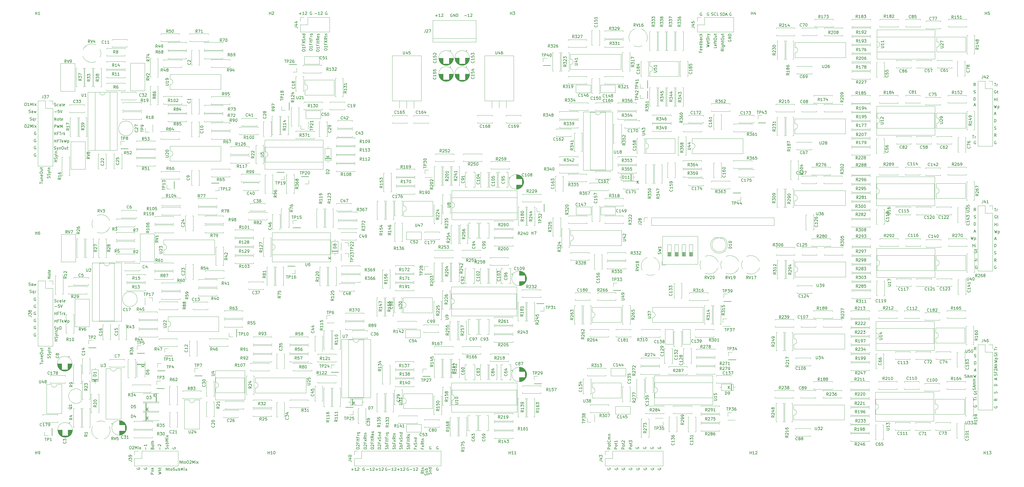
<source format=gbr>
G04 #@! TF.GenerationSoftware,KiCad,Pcbnew,(5.1.7-0-10_14)*
G04 #@! TF.CreationDate,2020-12-06T12:22:22+11:00*
G04 #@! TF.ProjectId,Boom-1,426f6f6d-2d31-42e6-9b69-6361645f7063,rev?*
G04 #@! TF.SameCoordinates,Original*
G04 #@! TF.FileFunction,Legend,Top*
G04 #@! TF.FilePolarity,Positive*
%FSLAX46Y46*%
G04 Gerber Fmt 4.6, Leading zero omitted, Abs format (unit mm)*
G04 Created by KiCad (PCBNEW (5.1.7-0-10_14)) date 2020-12-06 12:22:22*
%MOMM*%
%LPD*%
G01*
G04 APERTURE LIST*
%ADD10C,0.150000*%
%ADD11C,0.120000*%
G04 APERTURE END LIST*
D10*
X365335833Y-66666666D02*
X365812023Y-66666666D01*
X365240595Y-66952380D02*
X365573928Y-65952380D01*
X365907261Y-66952380D01*
X365240595Y-64952380D02*
X365240595Y-63952380D01*
X365478690Y-63952380D01*
X365621547Y-64000000D01*
X365716785Y-64095238D01*
X365764404Y-64190476D01*
X365812023Y-64380952D01*
X365812023Y-64523809D01*
X365764404Y-64714285D01*
X365716785Y-64809523D01*
X365621547Y-64904761D01*
X365478690Y-64952380D01*
X365240595Y-64952380D01*
X365240595Y-62404761D02*
X365383452Y-62452380D01*
X365621547Y-62452380D01*
X365716785Y-62404761D01*
X365764404Y-62357142D01*
X365812023Y-62261904D01*
X365812023Y-62166666D01*
X365764404Y-62071428D01*
X365716785Y-62023809D01*
X365621547Y-61976190D01*
X365431071Y-61928571D01*
X365335833Y-61880952D01*
X365288214Y-61833333D01*
X365240595Y-61738095D01*
X365240595Y-61642857D01*
X365288214Y-61547619D01*
X365335833Y-61500000D01*
X365431071Y-61452380D01*
X365669166Y-61452380D01*
X365812023Y-61500000D01*
X365812023Y-59852380D02*
X365478690Y-59376190D01*
X365240595Y-59852380D02*
X365240595Y-58852380D01*
X365621547Y-58852380D01*
X365716785Y-58900000D01*
X365764404Y-58947619D01*
X365812023Y-59042857D01*
X365812023Y-59185714D01*
X365764404Y-59280952D01*
X365716785Y-59328571D01*
X365621547Y-59376190D01*
X365240595Y-59376190D01*
X364716785Y-77352380D02*
X365288214Y-77352380D01*
X365002500Y-78352380D02*
X365002500Y-77352380D01*
X365621547Y-78352380D02*
X365621547Y-77685714D01*
X365621547Y-77876190D02*
X365669166Y-77780952D01*
X365716785Y-77733333D01*
X365812023Y-77685714D01*
X365907261Y-77685714D01*
X365859404Y-79400000D02*
X365764166Y-79352380D01*
X365621309Y-79352380D01*
X365478452Y-79400000D01*
X365383214Y-79495238D01*
X365335595Y-79590476D01*
X365287976Y-79780952D01*
X365287976Y-79923809D01*
X365335595Y-80114285D01*
X365383214Y-80209523D01*
X365478452Y-80304761D01*
X365621309Y-80352380D01*
X365716547Y-80352380D01*
X365859404Y-80304761D01*
X365907023Y-80257142D01*
X365907023Y-79923809D01*
X365716547Y-79923809D01*
X373059404Y-79400000D02*
X372964166Y-79352380D01*
X372821309Y-79352380D01*
X372678452Y-79400000D01*
X372583214Y-79495238D01*
X372535595Y-79590476D01*
X372487976Y-79780952D01*
X372487976Y-79923809D01*
X372535595Y-80114285D01*
X372583214Y-80209523D01*
X372678452Y-80304761D01*
X372821309Y-80352380D01*
X372916547Y-80352380D01*
X373059404Y-80304761D01*
X373107023Y-80257142D01*
X373107023Y-79923809D01*
X372916547Y-79923809D01*
X373107023Y-77752380D02*
X372773690Y-77276190D01*
X372535595Y-77752380D02*
X372535595Y-76752380D01*
X372916547Y-76752380D01*
X373011785Y-76800000D01*
X373059404Y-76847619D01*
X373107023Y-76942857D01*
X373107023Y-77085714D01*
X373059404Y-77180952D01*
X373011785Y-77228571D01*
X372916547Y-77276190D01*
X372535595Y-77276190D01*
X372487976Y-75204761D02*
X372630833Y-75252380D01*
X372868928Y-75252380D01*
X372964166Y-75204761D01*
X373011785Y-75157142D01*
X373059404Y-75061904D01*
X373059404Y-74966666D01*
X373011785Y-74871428D01*
X372964166Y-74823809D01*
X372868928Y-74776190D01*
X372678452Y-74728571D01*
X372583214Y-74680952D01*
X372535595Y-74633333D01*
X372487976Y-74538095D01*
X372487976Y-74442857D01*
X372535595Y-74347619D01*
X372583214Y-74300000D01*
X372678452Y-74252380D01*
X372916547Y-74252380D01*
X373059404Y-74300000D01*
X372535595Y-72652380D02*
X372535595Y-71652380D01*
X372773690Y-71652380D01*
X372916547Y-71700000D01*
X373011785Y-71795238D01*
X373059404Y-71890476D01*
X373107023Y-72080952D01*
X373107023Y-72223809D01*
X373059404Y-72414285D01*
X373011785Y-72509523D01*
X372916547Y-72604761D01*
X372773690Y-72652380D01*
X372535595Y-72652380D01*
X372487976Y-69766666D02*
X372964166Y-69766666D01*
X372392738Y-70052380D02*
X372726071Y-69052380D01*
X373059404Y-70052380D01*
X372440357Y-66652380D02*
X372678452Y-67652380D01*
X372868928Y-66938095D01*
X373059404Y-67652380D01*
X373297500Y-66652380D01*
X373678452Y-66985714D02*
X373678452Y-67985714D01*
X373678452Y-67033333D02*
X373773690Y-66985714D01*
X373964166Y-66985714D01*
X374059404Y-67033333D01*
X374107023Y-67080952D01*
X374154642Y-67176190D01*
X374154642Y-67461904D01*
X374107023Y-67557142D01*
X374059404Y-67604761D01*
X373964166Y-67652380D01*
X373773690Y-67652380D01*
X373678452Y-67604761D01*
X372535595Y-65152380D02*
X372535595Y-64152380D01*
X372535595Y-64628571D02*
X373107023Y-64628571D01*
X373107023Y-65152380D02*
X373107023Y-64152380D01*
X373583214Y-65152380D02*
X373583214Y-64485714D01*
X373583214Y-64152380D02*
X373535595Y-64200000D01*
X373583214Y-64247619D01*
X373630833Y-64200000D01*
X373583214Y-64152380D01*
X373583214Y-64247619D01*
X373059404Y-61500000D02*
X372964166Y-61452380D01*
X372821309Y-61452380D01*
X372678452Y-61500000D01*
X372583214Y-61595238D01*
X372535595Y-61690476D01*
X372487976Y-61880952D01*
X372487976Y-62023809D01*
X372535595Y-62214285D01*
X372583214Y-62309523D01*
X372678452Y-62404761D01*
X372821309Y-62452380D01*
X372916547Y-62452380D01*
X373059404Y-62404761D01*
X373107023Y-62357142D01*
X373107023Y-62023809D01*
X372916547Y-62023809D01*
X373392738Y-61785714D02*
X373773690Y-61785714D01*
X373535595Y-61452380D02*
X373535595Y-62309523D01*
X373583214Y-62404761D01*
X373678452Y-62452380D01*
X373773690Y-62452380D01*
X372492738Y-58952380D02*
X373064166Y-58952380D01*
X372778452Y-59952380D02*
X372778452Y-58952380D01*
X373397500Y-59952380D02*
X373397500Y-59285714D01*
X373397500Y-59476190D02*
X373445119Y-59380952D01*
X373492738Y-59333333D01*
X373587976Y-59285714D01*
X373683214Y-59285714D01*
X365661904Y-121726071D02*
X365661904Y-121268928D01*
X366461904Y-121497500D02*
X365661904Y-121497500D01*
X366461904Y-121002261D02*
X365928571Y-121002261D01*
X366080952Y-121002261D02*
X366004761Y-120964166D01*
X365966666Y-120926071D01*
X365928571Y-120849880D01*
X365928571Y-120773690D01*
X366359404Y-123400000D02*
X366264166Y-123352380D01*
X366121309Y-123352380D01*
X365978452Y-123400000D01*
X365883214Y-123495238D01*
X365835595Y-123590476D01*
X365787976Y-123780952D01*
X365787976Y-123923809D01*
X365835595Y-124114285D01*
X365883214Y-124209523D01*
X365978452Y-124304761D01*
X366121309Y-124352380D01*
X366216547Y-124352380D01*
X366359404Y-124304761D01*
X366407023Y-124257142D01*
X366407023Y-123923809D01*
X366216547Y-123923809D01*
X365400000Y-118207023D02*
X365352380Y-118302261D01*
X365352380Y-118445119D01*
X365400000Y-118587976D01*
X365495238Y-118683214D01*
X365590476Y-118730833D01*
X365780952Y-118778452D01*
X365923809Y-118778452D01*
X366114285Y-118730833D01*
X366209523Y-118683214D01*
X366304761Y-118587976D01*
X366352380Y-118445119D01*
X366352380Y-118349880D01*
X366304761Y-118207023D01*
X366257142Y-118159404D01*
X365923809Y-118159404D01*
X365923809Y-118349880D01*
X365685714Y-117873690D02*
X365685714Y-117492738D01*
X365352380Y-117730833D02*
X366209523Y-117730833D01*
X366304761Y-117683214D01*
X366352380Y-117587976D01*
X366352380Y-117492738D01*
X364816785Y-116652380D02*
X364816785Y-115652380D01*
X364816785Y-116128571D02*
X365388214Y-116128571D01*
X365388214Y-116652380D02*
X365388214Y-115652380D01*
X365864404Y-116652380D02*
X365864404Y-115985714D01*
X365864404Y-115652380D02*
X365816785Y-115700000D01*
X365864404Y-115747619D01*
X365912023Y-115700000D01*
X365864404Y-115652380D01*
X365864404Y-115747619D01*
X364197738Y-113052380D02*
X364435833Y-114052380D01*
X364626309Y-113338095D01*
X364816785Y-114052380D01*
X365054880Y-113052380D01*
X365435833Y-113385714D02*
X365435833Y-114385714D01*
X365435833Y-113433333D02*
X365531071Y-113385714D01*
X365721547Y-113385714D01*
X365816785Y-113433333D01*
X365864404Y-113480952D01*
X365912023Y-113576190D01*
X365912023Y-113861904D01*
X365864404Y-113957142D01*
X365816785Y-114004761D01*
X365721547Y-114052380D01*
X365531071Y-114052380D01*
X365435833Y-114004761D01*
X365335833Y-111266666D02*
X365812023Y-111266666D01*
X365240595Y-111552380D02*
X365573928Y-110552380D01*
X365907261Y-111552380D01*
X365340595Y-109052380D02*
X365340595Y-108052380D01*
X365578690Y-108052380D01*
X365721547Y-108100000D01*
X365816785Y-108195238D01*
X365864404Y-108290476D01*
X365912023Y-108480952D01*
X365912023Y-108623809D01*
X365864404Y-108814285D01*
X365816785Y-108909523D01*
X365721547Y-109004761D01*
X365578690Y-109052380D01*
X365340595Y-109052380D01*
X365340595Y-106504761D02*
X365483452Y-106552380D01*
X365721547Y-106552380D01*
X365816785Y-106504761D01*
X365864404Y-106457142D01*
X365912023Y-106361904D01*
X365912023Y-106266666D01*
X365864404Y-106171428D01*
X365816785Y-106123809D01*
X365721547Y-106076190D01*
X365531071Y-106028571D01*
X365435833Y-105980952D01*
X365388214Y-105933333D01*
X365340595Y-105838095D01*
X365340595Y-105742857D01*
X365388214Y-105647619D01*
X365435833Y-105600000D01*
X365531071Y-105552380D01*
X365769166Y-105552380D01*
X365912023Y-105600000D01*
X365912023Y-103952380D02*
X365578690Y-103476190D01*
X365340595Y-103952380D02*
X365340595Y-102952380D01*
X365721547Y-102952380D01*
X365816785Y-103000000D01*
X365864404Y-103047619D01*
X365912023Y-103142857D01*
X365912023Y-103285714D01*
X365864404Y-103380952D01*
X365816785Y-103428571D01*
X365721547Y-103476190D01*
X365340595Y-103476190D01*
X372492738Y-103052380D02*
X373064166Y-103052380D01*
X372778452Y-104052380D02*
X372778452Y-103052380D01*
X373397500Y-104052380D02*
X373397500Y-103385714D01*
X373397500Y-103576190D02*
X373445119Y-103480952D01*
X373492738Y-103433333D01*
X373587976Y-103385714D01*
X373683214Y-103385714D01*
X373159404Y-105600000D02*
X373064166Y-105552380D01*
X372921309Y-105552380D01*
X372778452Y-105600000D01*
X372683214Y-105695238D01*
X372635595Y-105790476D01*
X372587976Y-105980952D01*
X372587976Y-106123809D01*
X372635595Y-106314285D01*
X372683214Y-106409523D01*
X372778452Y-106504761D01*
X372921309Y-106552380D01*
X373016547Y-106552380D01*
X373159404Y-106504761D01*
X373207023Y-106457142D01*
X373207023Y-106123809D01*
X373016547Y-106123809D01*
X373492738Y-105885714D02*
X373873690Y-105885714D01*
X373635595Y-105552380D02*
X373635595Y-106409523D01*
X373683214Y-106504761D01*
X373778452Y-106552380D01*
X373873690Y-106552380D01*
X372635595Y-109252380D02*
X372635595Y-108252380D01*
X372635595Y-108728571D02*
X373207023Y-108728571D01*
X373207023Y-109252380D02*
X373207023Y-108252380D01*
X373683214Y-109252380D02*
X373683214Y-108585714D01*
X373683214Y-108252380D02*
X373635595Y-108300000D01*
X373683214Y-108347619D01*
X373730833Y-108300000D01*
X373683214Y-108252380D01*
X373683214Y-108347619D01*
X372540357Y-110752380D02*
X372778452Y-111752380D01*
X372968928Y-111038095D01*
X373159404Y-111752380D01*
X373397500Y-110752380D01*
X373778452Y-111085714D02*
X373778452Y-112085714D01*
X373778452Y-111133333D02*
X373873690Y-111085714D01*
X374064166Y-111085714D01*
X374159404Y-111133333D01*
X374207023Y-111180952D01*
X374254642Y-111276190D01*
X374254642Y-111561904D01*
X374207023Y-111657142D01*
X374159404Y-111704761D01*
X374064166Y-111752380D01*
X373873690Y-111752380D01*
X373778452Y-111704761D01*
X372587976Y-113866666D02*
X373064166Y-113866666D01*
X372492738Y-114152380D02*
X372826071Y-113152380D01*
X373159404Y-114152380D01*
X372535595Y-116652380D02*
X372535595Y-115652380D01*
X372773690Y-115652380D01*
X372916547Y-115700000D01*
X373011785Y-115795238D01*
X373059404Y-115890476D01*
X373107023Y-116080952D01*
X373107023Y-116223809D01*
X373059404Y-116414285D01*
X373011785Y-116509523D01*
X372916547Y-116604761D01*
X372773690Y-116652380D01*
X372535595Y-116652380D01*
X372487976Y-119204761D02*
X372630833Y-119252380D01*
X372868928Y-119252380D01*
X372964166Y-119204761D01*
X373011785Y-119157142D01*
X373059404Y-119061904D01*
X373059404Y-118966666D01*
X373011785Y-118871428D01*
X372964166Y-118823809D01*
X372868928Y-118776190D01*
X372678452Y-118728571D01*
X372583214Y-118680952D01*
X372535595Y-118633333D01*
X372487976Y-118538095D01*
X372487976Y-118442857D01*
X372535595Y-118347619D01*
X372583214Y-118300000D01*
X372678452Y-118252380D01*
X372916547Y-118252380D01*
X373059404Y-118300000D01*
X373107023Y-121852380D02*
X372773690Y-121376190D01*
X372535595Y-121852380D02*
X372535595Y-120852380D01*
X372916547Y-120852380D01*
X373011785Y-120900000D01*
X373059404Y-120947619D01*
X373107023Y-121042857D01*
X373107023Y-121185714D01*
X373059404Y-121280952D01*
X373011785Y-121328571D01*
X372916547Y-121376190D01*
X372535595Y-121376190D01*
X373059404Y-123400000D02*
X372964166Y-123352380D01*
X372821309Y-123352380D01*
X372678452Y-123400000D01*
X372583214Y-123495238D01*
X372535595Y-123590476D01*
X372487976Y-123780952D01*
X372487976Y-123923809D01*
X372535595Y-124114285D01*
X372583214Y-124209523D01*
X372678452Y-124304761D01*
X372821309Y-124352380D01*
X372916547Y-124352380D01*
X373059404Y-124304761D01*
X373107023Y-124257142D01*
X373107023Y-123923809D01*
X372916547Y-123923809D01*
X372452380Y-153095238D02*
X372452380Y-152523809D01*
X373452380Y-152809523D02*
X372452380Y-152809523D01*
X373452380Y-152190476D02*
X372785714Y-152190476D01*
X372976190Y-152190476D02*
X372880952Y-152142857D01*
X372833333Y-152095238D01*
X372785714Y-152000000D01*
X372785714Y-151904761D01*
X372500000Y-154623809D02*
X372452380Y-154719047D01*
X372452380Y-154861904D01*
X372500000Y-155004761D01*
X372595238Y-155100000D01*
X372690476Y-155147619D01*
X372880952Y-155195238D01*
X373023809Y-155195238D01*
X373214285Y-155147619D01*
X373309523Y-155100000D01*
X373404761Y-155004761D01*
X373452380Y-154861904D01*
X373452380Y-154766666D01*
X373404761Y-154623809D01*
X373357142Y-154576190D01*
X373023809Y-154576190D01*
X373023809Y-154766666D01*
X372785714Y-154290476D02*
X372785714Y-153909523D01*
X372452380Y-154147619D02*
X373309523Y-154147619D01*
X373404761Y-154100000D01*
X373452380Y-154004761D01*
X373452380Y-153909523D01*
X372452380Y-157480952D02*
X373452380Y-157242857D01*
X372738095Y-157052380D01*
X373452380Y-156861904D01*
X372452380Y-156623809D01*
X372785714Y-156242857D02*
X373785714Y-156242857D01*
X372833333Y-156242857D02*
X372785714Y-156147619D01*
X372785714Y-155957142D01*
X372833333Y-155861904D01*
X372880952Y-155814285D01*
X372976190Y-155766666D01*
X373261904Y-155766666D01*
X373357142Y-155814285D01*
X373404761Y-155861904D01*
X373452380Y-155957142D01*
X373452380Y-156147619D01*
X373404761Y-156242857D01*
X373404761Y-162071428D02*
X373452380Y-161928571D01*
X373452380Y-161690476D01*
X373404761Y-161595238D01*
X373357142Y-161547619D01*
X373261904Y-161500000D01*
X373166666Y-161500000D01*
X373071428Y-161547619D01*
X373023809Y-161595238D01*
X372976190Y-161690476D01*
X372928571Y-161880952D01*
X372880952Y-161976190D01*
X372833333Y-162023809D01*
X372738095Y-162071428D01*
X372642857Y-162071428D01*
X372547619Y-162023809D01*
X372500000Y-161976190D01*
X372452380Y-161880952D01*
X372452380Y-161642857D01*
X372500000Y-161500000D01*
X372928571Y-160738095D02*
X372928571Y-161071428D01*
X373452380Y-161071428D02*
X372452380Y-161071428D01*
X372452380Y-160595238D01*
X372547619Y-160261904D02*
X372500000Y-160214285D01*
X372452380Y-160119047D01*
X372452380Y-159880952D01*
X372500000Y-159785714D01*
X372547619Y-159738095D01*
X372642857Y-159690476D01*
X372738095Y-159690476D01*
X372880952Y-159738095D01*
X373452380Y-160309523D01*
X373452380Y-159690476D01*
X373166666Y-159309523D02*
X373166666Y-158833333D01*
X373452380Y-159404761D02*
X372452380Y-159071428D01*
X373452380Y-158738095D01*
X373452380Y-158404761D02*
X372452380Y-158404761D01*
X373452380Y-157976190D02*
X372928571Y-157976190D01*
X372833333Y-158023809D01*
X372785714Y-158119047D01*
X372785714Y-158261904D01*
X372833333Y-158357142D01*
X372880952Y-158404761D01*
X373166666Y-163512023D02*
X373166666Y-163035833D01*
X373452380Y-163607261D02*
X372452380Y-163273928D01*
X373452380Y-162940595D01*
X373452380Y-165664404D02*
X372452380Y-165664404D01*
X372452380Y-165426309D01*
X372500000Y-165283452D01*
X372595238Y-165188214D01*
X372690476Y-165140595D01*
X372880952Y-165092976D01*
X373023809Y-165092976D01*
X373214285Y-165140595D01*
X373309523Y-165188214D01*
X373404761Y-165283452D01*
X373452380Y-165426309D01*
X373452380Y-165664404D01*
X373404761Y-168312023D02*
X373452380Y-168169166D01*
X373452380Y-167931071D01*
X373404761Y-167835833D01*
X373357142Y-167788214D01*
X373261904Y-167740595D01*
X373166666Y-167740595D01*
X373071428Y-167788214D01*
X373023809Y-167835833D01*
X372976190Y-167931071D01*
X372928571Y-168121547D01*
X372880952Y-168216785D01*
X372833333Y-168264404D01*
X372738095Y-168312023D01*
X372642857Y-168312023D01*
X372547619Y-168264404D01*
X372500000Y-168216785D01*
X372452380Y-168121547D01*
X372452380Y-167883452D01*
X372500000Y-167740595D01*
X373452380Y-170292976D02*
X372976190Y-170626309D01*
X373452380Y-170864404D02*
X372452380Y-170864404D01*
X372452380Y-170483452D01*
X372500000Y-170388214D01*
X372547619Y-170340595D01*
X372642857Y-170292976D01*
X372785714Y-170292976D01*
X372880952Y-170340595D01*
X372928571Y-170388214D01*
X372976190Y-170483452D01*
X372976190Y-170864404D01*
X372500000Y-172940595D02*
X372452380Y-173035833D01*
X372452380Y-173178690D01*
X372500000Y-173321547D01*
X372595238Y-173416785D01*
X372690476Y-173464404D01*
X372880952Y-173512023D01*
X373023809Y-173512023D01*
X373214285Y-173464404D01*
X373309523Y-173416785D01*
X373404761Y-173321547D01*
X373452380Y-173178690D01*
X373452380Y-173083452D01*
X373404761Y-172940595D01*
X373357142Y-172892976D01*
X373023809Y-172892976D01*
X373023809Y-173083452D01*
X365300000Y-172638095D02*
X365252380Y-172733333D01*
X365252380Y-172876190D01*
X365300000Y-173019047D01*
X365395238Y-173114285D01*
X365490476Y-173161904D01*
X365680952Y-173209523D01*
X365823809Y-173209523D01*
X366014285Y-173161904D01*
X366109523Y-173114285D01*
X366204761Y-173019047D01*
X366252380Y-172876190D01*
X366252380Y-172780952D01*
X366204761Y-172638095D01*
X366157142Y-172590476D01*
X365823809Y-172590476D01*
X365823809Y-172780952D01*
X365252380Y-170795238D02*
X365252380Y-170223809D01*
X366252380Y-170509523D02*
X365252380Y-170509523D01*
X366252380Y-169890476D02*
X365585714Y-169890476D01*
X365776190Y-169890476D02*
X365680952Y-169842857D01*
X365633333Y-169795238D01*
X365585714Y-169700000D01*
X365585714Y-169604761D01*
X365300000Y-168223809D02*
X365252380Y-168319047D01*
X365252380Y-168461904D01*
X365300000Y-168604761D01*
X365395238Y-168700000D01*
X365490476Y-168747619D01*
X365680952Y-168795238D01*
X365823809Y-168795238D01*
X366014285Y-168747619D01*
X366109523Y-168700000D01*
X366204761Y-168604761D01*
X366252380Y-168461904D01*
X366252380Y-168366666D01*
X366204761Y-168223809D01*
X366157142Y-168176190D01*
X365823809Y-168176190D01*
X365823809Y-168366666D01*
X365585714Y-167890476D02*
X365585714Y-167509523D01*
X365252380Y-167747619D02*
X366109523Y-167747619D01*
X366204761Y-167700000D01*
X366252380Y-167604761D01*
X366252380Y-167509523D01*
X365804761Y-167104761D02*
X365852380Y-166961904D01*
X365852380Y-166723809D01*
X365804761Y-166628571D01*
X365757142Y-166580952D01*
X365661904Y-166533333D01*
X365566666Y-166533333D01*
X365471428Y-166580952D01*
X365423809Y-166628571D01*
X365376190Y-166723809D01*
X365328571Y-166914285D01*
X365280952Y-167009523D01*
X365233333Y-167057142D01*
X365138095Y-167104761D01*
X365042857Y-167104761D01*
X364947619Y-167057142D01*
X364900000Y-167009523D01*
X364852380Y-166914285D01*
X364852380Y-166676190D01*
X364900000Y-166533333D01*
X365566666Y-166152380D02*
X365566666Y-165676190D01*
X365852380Y-166247619D02*
X364852380Y-165914285D01*
X365852380Y-165580952D01*
X365852380Y-165247619D02*
X365185714Y-165247619D01*
X365280952Y-165247619D02*
X365233333Y-165200000D01*
X365185714Y-165104761D01*
X365185714Y-164961904D01*
X365233333Y-164866666D01*
X365328571Y-164819047D01*
X365852380Y-164819047D01*
X365328571Y-164819047D02*
X365233333Y-164771428D01*
X365185714Y-164676190D01*
X365185714Y-164533333D01*
X365233333Y-164438095D01*
X365328571Y-164390476D01*
X365852380Y-164390476D01*
X365852380Y-163914285D02*
X364852380Y-163914285D01*
X365328571Y-163914285D02*
X365328571Y-163342857D01*
X365852380Y-163342857D02*
X364852380Y-163342857D01*
X362047619Y-162704761D02*
X362190476Y-162752380D01*
X362428571Y-162752380D01*
X362523809Y-162704761D01*
X362571428Y-162657142D01*
X362619047Y-162561904D01*
X362619047Y-162466666D01*
X362571428Y-162371428D01*
X362523809Y-162323809D01*
X362428571Y-162276190D01*
X362238095Y-162228571D01*
X362142857Y-162180952D01*
X362095238Y-162133333D01*
X362047619Y-162038095D01*
X362047619Y-161942857D01*
X362095238Y-161847619D01*
X362142857Y-161800000D01*
X362238095Y-161752380D01*
X362476190Y-161752380D01*
X362619047Y-161800000D01*
X363000000Y-162466666D02*
X363476190Y-162466666D01*
X362904761Y-162752380D02*
X363238095Y-161752380D01*
X363571428Y-162752380D01*
X363904761Y-162752380D02*
X363904761Y-162085714D01*
X363904761Y-162180952D02*
X363952380Y-162133333D01*
X364047619Y-162085714D01*
X364190476Y-162085714D01*
X364285714Y-162133333D01*
X364333333Y-162228571D01*
X364333333Y-162752380D01*
X364333333Y-162228571D02*
X364380952Y-162133333D01*
X364476190Y-162085714D01*
X364619047Y-162085714D01*
X364714285Y-162133333D01*
X364761904Y-162228571D01*
X364761904Y-162752380D01*
X365142857Y-161752380D02*
X365380952Y-162752380D01*
X365571428Y-162038095D01*
X365761904Y-162752380D01*
X366000000Y-161752380D01*
X365461904Y-160266666D02*
X365938095Y-160266666D01*
X365366666Y-160552380D02*
X365700000Y-159552380D01*
X366033333Y-160552380D01*
X365438095Y-158052380D02*
X365438095Y-157052380D01*
X365676190Y-157052380D01*
X365819047Y-157100000D01*
X365914285Y-157195238D01*
X365961904Y-157290476D01*
X366009523Y-157480952D01*
X366009523Y-157623809D01*
X365961904Y-157814285D01*
X365914285Y-157909523D01*
X365819047Y-158004761D01*
X365676190Y-158052380D01*
X365438095Y-158052380D01*
X365414285Y-155504761D02*
X365557142Y-155552380D01*
X365795238Y-155552380D01*
X365890476Y-155504761D01*
X365938095Y-155457142D01*
X365985714Y-155361904D01*
X365985714Y-155266666D01*
X365938095Y-155171428D01*
X365890476Y-155123809D01*
X365795238Y-155076190D01*
X365604761Y-155028571D01*
X365509523Y-154980952D01*
X365461904Y-154933333D01*
X365414285Y-154838095D01*
X365414285Y-154742857D01*
X365461904Y-154647619D01*
X365509523Y-154600000D01*
X365604761Y-154552380D01*
X365842857Y-154552380D01*
X365985714Y-154600000D01*
X366009523Y-153052380D02*
X365676190Y-152576190D01*
X365438095Y-153052380D02*
X365438095Y-152052380D01*
X365819047Y-152052380D01*
X365914285Y-152100000D01*
X365961904Y-152147619D01*
X366009523Y-152242857D01*
X366009523Y-152385714D01*
X365961904Y-152480952D01*
X365914285Y-152528571D01*
X365819047Y-152576190D01*
X365438095Y-152576190D01*
X241200000Y-194735595D02*
X241152380Y-194830833D01*
X241152380Y-194973690D01*
X241200000Y-195116547D01*
X241295238Y-195211785D01*
X241390476Y-195259404D01*
X241580952Y-195307023D01*
X241723809Y-195307023D01*
X241914285Y-195259404D01*
X242009523Y-195211785D01*
X242104761Y-195116547D01*
X242152380Y-194973690D01*
X242152380Y-194878452D01*
X242104761Y-194735595D01*
X242057142Y-194687976D01*
X241723809Y-194687976D01*
X241723809Y-194878452D01*
X243700000Y-194735595D02*
X243652380Y-194830833D01*
X243652380Y-194973690D01*
X243700000Y-195116547D01*
X243795238Y-195211785D01*
X243890476Y-195259404D01*
X244080952Y-195307023D01*
X244223809Y-195307023D01*
X244414285Y-195259404D01*
X244509523Y-195211785D01*
X244604761Y-195116547D01*
X244652380Y-194973690D01*
X244652380Y-194878452D01*
X244604761Y-194735595D01*
X244557142Y-194687976D01*
X244223809Y-194687976D01*
X244223809Y-194878452D01*
X236100000Y-194735595D02*
X236052380Y-194830833D01*
X236052380Y-194973690D01*
X236100000Y-195116547D01*
X236195238Y-195211785D01*
X236290476Y-195259404D01*
X236480952Y-195307023D01*
X236623809Y-195307023D01*
X236814285Y-195259404D01*
X236909523Y-195211785D01*
X237004761Y-195116547D01*
X237052380Y-194973690D01*
X237052380Y-194878452D01*
X237004761Y-194735595D01*
X236957142Y-194687976D01*
X236623809Y-194687976D01*
X236623809Y-194878452D01*
X238700000Y-194735595D02*
X238652380Y-194830833D01*
X238652380Y-194973690D01*
X238700000Y-195116547D01*
X238795238Y-195211785D01*
X238890476Y-195259404D01*
X239080952Y-195307023D01*
X239223809Y-195307023D01*
X239414285Y-195259404D01*
X239509523Y-195211785D01*
X239604761Y-195116547D01*
X239652380Y-194973690D01*
X239652380Y-194878452D01*
X239604761Y-194735595D01*
X239557142Y-194687976D01*
X239223809Y-194687976D01*
X239223809Y-194878452D01*
X246300000Y-194735595D02*
X246252380Y-194830833D01*
X246252380Y-194973690D01*
X246300000Y-195116547D01*
X246395238Y-195211785D01*
X246490476Y-195259404D01*
X246680952Y-195307023D01*
X246823809Y-195307023D01*
X247014285Y-195259404D01*
X247109523Y-195211785D01*
X247204761Y-195116547D01*
X247252380Y-194973690D01*
X247252380Y-194878452D01*
X247204761Y-194735595D01*
X247157142Y-194687976D01*
X246823809Y-194687976D01*
X246823809Y-194878452D01*
X248900000Y-194735595D02*
X248852380Y-194830833D01*
X248852380Y-194973690D01*
X248900000Y-195116547D01*
X248995238Y-195211785D01*
X249090476Y-195259404D01*
X249280952Y-195307023D01*
X249423809Y-195307023D01*
X249614285Y-195259404D01*
X249709523Y-195211785D01*
X249804761Y-195116547D01*
X249852380Y-194973690D01*
X249852380Y-194878452D01*
X249804761Y-194735595D01*
X249757142Y-194687976D01*
X249423809Y-194687976D01*
X249423809Y-194878452D01*
X251400000Y-194735595D02*
X251352380Y-194830833D01*
X251352380Y-194973690D01*
X251400000Y-195116547D01*
X251495238Y-195211785D01*
X251590476Y-195259404D01*
X251780952Y-195307023D01*
X251923809Y-195307023D01*
X252114285Y-195259404D01*
X252209523Y-195211785D01*
X252304761Y-195116547D01*
X252352380Y-194973690D01*
X252352380Y-194878452D01*
X252304761Y-194735595D01*
X252257142Y-194687976D01*
X251923809Y-194687976D01*
X251923809Y-194878452D01*
X253900000Y-194735595D02*
X253852380Y-194830833D01*
X253852380Y-194973690D01*
X253900000Y-195116547D01*
X253995238Y-195211785D01*
X254090476Y-195259404D01*
X254280952Y-195307023D01*
X254423809Y-195307023D01*
X254614285Y-195259404D01*
X254709523Y-195211785D01*
X254804761Y-195116547D01*
X254852380Y-194973690D01*
X254852380Y-194878452D01*
X254804761Y-194735595D01*
X254757142Y-194687976D01*
X254423809Y-194687976D01*
X254423809Y-194878452D01*
X253900000Y-187340595D02*
X253852380Y-187435833D01*
X253852380Y-187578690D01*
X253900000Y-187721547D01*
X253995238Y-187816785D01*
X254090476Y-187864404D01*
X254280952Y-187912023D01*
X254423809Y-187912023D01*
X254614285Y-187864404D01*
X254709523Y-187816785D01*
X254804761Y-187721547D01*
X254852380Y-187578690D01*
X254852380Y-187483452D01*
X254804761Y-187340595D01*
X254757142Y-187292976D01*
X254423809Y-187292976D01*
X254423809Y-187483452D01*
X251300000Y-187340595D02*
X251252380Y-187435833D01*
X251252380Y-187578690D01*
X251300000Y-187721547D01*
X251395238Y-187816785D01*
X251490476Y-187864404D01*
X251680952Y-187912023D01*
X251823809Y-187912023D01*
X252014285Y-187864404D01*
X252109523Y-187816785D01*
X252204761Y-187721547D01*
X252252380Y-187578690D01*
X252252380Y-187483452D01*
X252204761Y-187340595D01*
X252157142Y-187292976D01*
X251823809Y-187292976D01*
X251823809Y-187483452D01*
X248700000Y-187340595D02*
X248652380Y-187435833D01*
X248652380Y-187578690D01*
X248700000Y-187721547D01*
X248795238Y-187816785D01*
X248890476Y-187864404D01*
X249080952Y-187912023D01*
X249223809Y-187912023D01*
X249414285Y-187864404D01*
X249509523Y-187816785D01*
X249604761Y-187721547D01*
X249652380Y-187578690D01*
X249652380Y-187483452D01*
X249604761Y-187340595D01*
X249557142Y-187292976D01*
X249223809Y-187292976D01*
X249223809Y-187483452D01*
X246100000Y-187340595D02*
X246052380Y-187435833D01*
X246052380Y-187578690D01*
X246100000Y-187721547D01*
X246195238Y-187816785D01*
X246290476Y-187864404D01*
X246480952Y-187912023D01*
X246623809Y-187912023D01*
X246814285Y-187864404D01*
X246909523Y-187816785D01*
X247004761Y-187721547D01*
X247052380Y-187578690D01*
X247052380Y-187483452D01*
X247004761Y-187340595D01*
X246957142Y-187292976D01*
X246623809Y-187292976D01*
X246623809Y-187483452D01*
X244652380Y-187964404D02*
X243652380Y-187964404D01*
X243652380Y-187583452D01*
X243700000Y-187488214D01*
X243747619Y-187440595D01*
X243842857Y-187392976D01*
X243985714Y-187392976D01*
X244080952Y-187440595D01*
X244128571Y-187488214D01*
X244176190Y-187583452D01*
X244176190Y-187964404D01*
X244652380Y-186821547D02*
X244604761Y-186916785D01*
X244557142Y-186964404D01*
X244461904Y-187012023D01*
X244176190Y-187012023D01*
X244080952Y-186964404D01*
X244033333Y-186916785D01*
X243985714Y-186821547D01*
X243985714Y-186678690D01*
X244033333Y-186583452D01*
X244080952Y-186535833D01*
X244176190Y-186488214D01*
X244461904Y-186488214D01*
X244557142Y-186535833D01*
X244604761Y-186583452D01*
X244652380Y-186678690D01*
X244652380Y-186821547D01*
X243985714Y-186202500D02*
X243985714Y-185821547D01*
X243652380Y-186059642D02*
X244509523Y-186059642D01*
X244604761Y-186012023D01*
X244652380Y-185916785D01*
X244652380Y-185821547D01*
X243652380Y-185583452D02*
X243652380Y-184964404D01*
X244033333Y-185297738D01*
X244033333Y-185154880D01*
X244080952Y-185059642D01*
X244128571Y-185012023D01*
X244223809Y-184964404D01*
X244461904Y-184964404D01*
X244557142Y-185012023D01*
X244604761Y-185059642D01*
X244652380Y-185154880D01*
X244652380Y-185440595D01*
X244604761Y-185535833D01*
X244557142Y-185583452D01*
X242052380Y-187964404D02*
X241052380Y-187964404D01*
X241052380Y-187583452D01*
X241100000Y-187488214D01*
X241147619Y-187440595D01*
X241242857Y-187392976D01*
X241385714Y-187392976D01*
X241480952Y-187440595D01*
X241528571Y-187488214D01*
X241576190Y-187583452D01*
X241576190Y-187964404D01*
X242052380Y-186821547D02*
X242004761Y-186916785D01*
X241957142Y-186964404D01*
X241861904Y-187012023D01*
X241576190Y-187012023D01*
X241480952Y-186964404D01*
X241433333Y-186916785D01*
X241385714Y-186821547D01*
X241385714Y-186678690D01*
X241433333Y-186583452D01*
X241480952Y-186535833D01*
X241576190Y-186488214D01*
X241861904Y-186488214D01*
X241957142Y-186535833D01*
X242004761Y-186583452D01*
X242052380Y-186678690D01*
X242052380Y-186821547D01*
X241385714Y-186202500D02*
X241385714Y-185821547D01*
X241052380Y-186059642D02*
X241909523Y-186059642D01*
X242004761Y-186012023D01*
X242052380Y-185916785D01*
X242052380Y-185821547D01*
X241147619Y-185535833D02*
X241100000Y-185488214D01*
X241052380Y-185392976D01*
X241052380Y-185154880D01*
X241100000Y-185059642D01*
X241147619Y-185012023D01*
X241242857Y-184964404D01*
X241338095Y-184964404D01*
X241480952Y-185012023D01*
X242052380Y-185583452D01*
X242052380Y-184964404D01*
X239452380Y-187964404D02*
X238452380Y-187964404D01*
X238452380Y-187583452D01*
X238500000Y-187488214D01*
X238547619Y-187440595D01*
X238642857Y-187392976D01*
X238785714Y-187392976D01*
X238880952Y-187440595D01*
X238928571Y-187488214D01*
X238976190Y-187583452D01*
X238976190Y-187964404D01*
X239452380Y-186821547D02*
X239404761Y-186916785D01*
X239357142Y-186964404D01*
X239261904Y-187012023D01*
X238976190Y-187012023D01*
X238880952Y-186964404D01*
X238833333Y-186916785D01*
X238785714Y-186821547D01*
X238785714Y-186678690D01*
X238833333Y-186583452D01*
X238880952Y-186535833D01*
X238976190Y-186488214D01*
X239261904Y-186488214D01*
X239357142Y-186535833D01*
X239404761Y-186583452D01*
X239452380Y-186678690D01*
X239452380Y-186821547D01*
X238785714Y-186202500D02*
X238785714Y-185821547D01*
X238452380Y-186059642D02*
X239309523Y-186059642D01*
X239404761Y-186012023D01*
X239452380Y-185916785D01*
X239452380Y-185821547D01*
X239452380Y-184964404D02*
X239452380Y-185535833D01*
X239452380Y-185250119D02*
X238452380Y-185250119D01*
X238595238Y-185345357D01*
X238690476Y-185440595D01*
X238738095Y-185535833D01*
X237052380Y-187964404D02*
X236052380Y-187964404D01*
X236052380Y-187583452D01*
X236100000Y-187488214D01*
X236147619Y-187440595D01*
X236242857Y-187392976D01*
X236385714Y-187392976D01*
X236480952Y-187440595D01*
X236528571Y-187488214D01*
X236576190Y-187583452D01*
X236576190Y-187964404D01*
X237052380Y-186821547D02*
X237004761Y-186916785D01*
X236957142Y-186964404D01*
X236861904Y-187012023D01*
X236576190Y-187012023D01*
X236480952Y-186964404D01*
X236433333Y-186916785D01*
X236385714Y-186821547D01*
X236385714Y-186678690D01*
X236433333Y-186583452D01*
X236480952Y-186535833D01*
X236576190Y-186488214D01*
X236861904Y-186488214D01*
X236957142Y-186535833D01*
X237004761Y-186583452D01*
X237052380Y-186678690D01*
X237052380Y-186821547D01*
X236385714Y-186202500D02*
X236385714Y-185821547D01*
X236052380Y-186059642D02*
X236909523Y-186059642D01*
X237004761Y-186012023D01*
X237052380Y-185916785D01*
X237052380Y-185821547D01*
X236957142Y-184916785D02*
X237004761Y-184964404D01*
X237052380Y-185107261D01*
X237052380Y-185202500D01*
X237004761Y-185345357D01*
X236909523Y-185440595D01*
X236814285Y-185488214D01*
X236623809Y-185535833D01*
X236480952Y-185535833D01*
X236290476Y-185488214D01*
X236195238Y-185440595D01*
X236100000Y-185345357D01*
X236052380Y-185202500D01*
X236052380Y-185107261D01*
X236100000Y-184964404D01*
X236147619Y-184916785D01*
X237052380Y-184488214D02*
X236385714Y-184488214D01*
X236480952Y-184488214D02*
X236433333Y-184440595D01*
X236385714Y-184345357D01*
X236385714Y-184202500D01*
X236433333Y-184107261D01*
X236528571Y-184059642D01*
X237052380Y-184059642D01*
X236528571Y-184059642D02*
X236433333Y-184012023D01*
X236385714Y-183916785D01*
X236385714Y-183773928D01*
X236433333Y-183678690D01*
X236528571Y-183631071D01*
X237052380Y-183631071D01*
X236385714Y-183154880D02*
X237052380Y-183154880D01*
X236480952Y-183154880D02*
X236433333Y-183107261D01*
X236385714Y-183012023D01*
X236385714Y-182869166D01*
X236433333Y-182773928D01*
X236528571Y-182726309D01*
X237052380Y-182726309D01*
X170728571Y-187631071D02*
X170728571Y-187964404D01*
X171252380Y-187964404D02*
X170252380Y-187964404D01*
X170252380Y-187488214D01*
X171252380Y-187202500D02*
X170585714Y-186678690D01*
X170585714Y-187202500D02*
X171252380Y-186678690D01*
X171252380Y-185726309D02*
X170776190Y-186059642D01*
X171252380Y-186297738D02*
X170252380Y-186297738D01*
X170252380Y-185916785D01*
X170300000Y-185821547D01*
X170347619Y-185773928D01*
X170442857Y-185726309D01*
X170585714Y-185726309D01*
X170680952Y-185773928D01*
X170728571Y-185821547D01*
X170776190Y-185916785D01*
X170776190Y-186297738D01*
X170585714Y-185440595D02*
X170585714Y-185059642D01*
X170252380Y-185297738D02*
X171109523Y-185297738D01*
X171204761Y-185250119D01*
X171252380Y-185154880D01*
X171252380Y-185059642D01*
X170585714Y-184726309D02*
X171252380Y-184726309D01*
X170680952Y-184726309D02*
X170633333Y-184678690D01*
X170585714Y-184583452D01*
X170585714Y-184440595D01*
X170633333Y-184345357D01*
X170728571Y-184297738D01*
X171252380Y-184297738D01*
X168228571Y-187631071D02*
X168228571Y-187964404D01*
X168752380Y-187964404D02*
X167752380Y-187964404D01*
X167752380Y-187488214D01*
X168752380Y-187202500D02*
X168085714Y-186678690D01*
X168085714Y-187202500D02*
X168752380Y-186678690D01*
X168704761Y-186345357D02*
X168752380Y-186202500D01*
X168752380Y-185964404D01*
X168704761Y-185869166D01*
X168657142Y-185821547D01*
X168561904Y-185773928D01*
X168466666Y-185773928D01*
X168371428Y-185821547D01*
X168323809Y-185869166D01*
X168276190Y-185964404D01*
X168228571Y-186154880D01*
X168180952Y-186250119D01*
X168133333Y-186297738D01*
X168038095Y-186345357D01*
X167942857Y-186345357D01*
X167847619Y-186297738D01*
X167800000Y-186250119D01*
X167752380Y-186154880D01*
X167752380Y-185916785D01*
X167800000Y-185773928D01*
X168085714Y-185345357D02*
X168752380Y-185345357D01*
X168180952Y-185345357D02*
X168133333Y-185297738D01*
X168085714Y-185202500D01*
X168085714Y-185059642D01*
X168133333Y-184964404D01*
X168228571Y-184916785D01*
X168752380Y-184916785D01*
X168752380Y-184012023D02*
X167752380Y-184012023D01*
X168704761Y-184012023D02*
X168752380Y-184107261D01*
X168752380Y-184297738D01*
X168704761Y-184392976D01*
X168657142Y-184440595D01*
X168561904Y-184488214D01*
X168276190Y-184488214D01*
X168180952Y-184440595D01*
X168133333Y-184392976D01*
X168085714Y-184297738D01*
X168085714Y-184107261D01*
X168133333Y-184012023D01*
X166204761Y-188012023D02*
X166252380Y-187869166D01*
X166252380Y-187631071D01*
X166204761Y-187535833D01*
X166157142Y-187488214D01*
X166061904Y-187440595D01*
X165966666Y-187440595D01*
X165871428Y-187488214D01*
X165823809Y-187535833D01*
X165776190Y-187631071D01*
X165728571Y-187821547D01*
X165680952Y-187916785D01*
X165633333Y-187964404D01*
X165538095Y-188012023D01*
X165442857Y-188012023D01*
X165347619Y-187964404D01*
X165300000Y-187916785D01*
X165252380Y-187821547D01*
X165252380Y-187583452D01*
X165300000Y-187440595D01*
X166252380Y-187012023D02*
X165252380Y-187012023D01*
X165633333Y-187012023D02*
X165585714Y-186916785D01*
X165585714Y-186726309D01*
X165633333Y-186631071D01*
X165680952Y-186583452D01*
X165776190Y-186535833D01*
X166061904Y-186535833D01*
X166157142Y-186583452D01*
X166204761Y-186631071D01*
X166252380Y-186726309D01*
X166252380Y-186916785D01*
X166204761Y-187012023D01*
X165728571Y-185773928D02*
X165728571Y-186107261D01*
X166252380Y-186107261D02*
X165252380Y-186107261D01*
X165252380Y-185631071D01*
X166252380Y-185107261D02*
X166204761Y-185202500D01*
X166109523Y-185250119D01*
X165252380Y-185250119D01*
X165585714Y-184869166D02*
X165585714Y-184488214D01*
X165252380Y-184726309D02*
X166109523Y-184726309D01*
X166204761Y-184678690D01*
X166252380Y-184583452D01*
X166252380Y-184488214D01*
X166252380Y-183583452D02*
X165776190Y-183916785D01*
X166252380Y-184154880D02*
X165252380Y-184154880D01*
X165252380Y-183773928D01*
X165300000Y-183678690D01*
X165347619Y-183631071D01*
X165442857Y-183583452D01*
X165585714Y-183583452D01*
X165680952Y-183631071D01*
X165728571Y-183678690D01*
X165776190Y-183773928D01*
X165776190Y-184154880D01*
X166204761Y-183202500D02*
X166252380Y-183107261D01*
X166252380Y-182916785D01*
X166204761Y-182821547D01*
X166109523Y-182773928D01*
X166061904Y-182773928D01*
X165966666Y-182821547D01*
X165919047Y-182916785D01*
X165919047Y-183059642D01*
X165871428Y-183154880D01*
X165776190Y-183202500D01*
X165728571Y-183202500D01*
X165633333Y-183154880D01*
X165585714Y-183059642D01*
X165585714Y-182916785D01*
X165633333Y-182821547D01*
X163604761Y-188012023D02*
X163652380Y-187869166D01*
X163652380Y-187631071D01*
X163604761Y-187535833D01*
X163557142Y-187488214D01*
X163461904Y-187440595D01*
X163366666Y-187440595D01*
X163271428Y-187488214D01*
X163223809Y-187535833D01*
X163176190Y-187631071D01*
X163128571Y-187821547D01*
X163080952Y-187916785D01*
X163033333Y-187964404D01*
X162938095Y-188012023D01*
X162842857Y-188012023D01*
X162747619Y-187964404D01*
X162700000Y-187916785D01*
X162652380Y-187821547D01*
X162652380Y-187583452D01*
X162700000Y-187440595D01*
X163652380Y-187012023D02*
X162652380Y-187012023D01*
X163033333Y-187012023D02*
X162985714Y-186916785D01*
X162985714Y-186726309D01*
X163033333Y-186631071D01*
X163080952Y-186583452D01*
X163176190Y-186535833D01*
X163461904Y-186535833D01*
X163557142Y-186583452D01*
X163604761Y-186631071D01*
X163652380Y-186726309D01*
X163652380Y-186916785D01*
X163604761Y-187012023D01*
X163128571Y-185773928D02*
X163128571Y-186107261D01*
X163652380Y-186107261D02*
X162652380Y-186107261D01*
X162652380Y-185631071D01*
X163652380Y-185345357D02*
X162985714Y-184821547D01*
X162985714Y-185345357D02*
X163652380Y-184821547D01*
X163604761Y-184488214D02*
X163652380Y-184345357D01*
X163652380Y-184107261D01*
X163604761Y-184012023D01*
X163557142Y-183964404D01*
X163461904Y-183916785D01*
X163366666Y-183916785D01*
X163271428Y-183964404D01*
X163223809Y-184012023D01*
X163176190Y-184107261D01*
X163128571Y-184297738D01*
X163080952Y-184392976D01*
X163033333Y-184440595D01*
X162938095Y-184488214D01*
X162842857Y-184488214D01*
X162747619Y-184440595D01*
X162700000Y-184392976D01*
X162652380Y-184297738D01*
X162652380Y-184059642D01*
X162700000Y-183916785D01*
X162985714Y-183488214D02*
X163652380Y-183488214D01*
X163080952Y-183488214D02*
X163033333Y-183440595D01*
X162985714Y-183345357D01*
X162985714Y-183202500D01*
X163033333Y-183107261D01*
X163128571Y-183059642D01*
X163652380Y-183059642D01*
X163652380Y-182154880D02*
X162652380Y-182154880D01*
X163604761Y-182154880D02*
X163652380Y-182250119D01*
X163652380Y-182440595D01*
X163604761Y-182535833D01*
X163557142Y-182583452D01*
X163461904Y-182631071D01*
X163176190Y-182631071D01*
X163080952Y-182583452D01*
X163033333Y-182535833D01*
X162985714Y-182440595D01*
X162985714Y-182250119D01*
X163033333Y-182154880D01*
X161204761Y-188012023D02*
X161252380Y-187869166D01*
X161252380Y-187631071D01*
X161204761Y-187535833D01*
X161157142Y-187488214D01*
X161061904Y-187440595D01*
X160966666Y-187440595D01*
X160871428Y-187488214D01*
X160823809Y-187535833D01*
X160776190Y-187631071D01*
X160728571Y-187821547D01*
X160680952Y-187916785D01*
X160633333Y-187964404D01*
X160538095Y-188012023D01*
X160442857Y-188012023D01*
X160347619Y-187964404D01*
X160300000Y-187916785D01*
X160252380Y-187821547D01*
X160252380Y-187583452D01*
X160300000Y-187440595D01*
X161252380Y-187012023D02*
X160252380Y-187012023D01*
X160633333Y-187012023D02*
X160585714Y-186916785D01*
X160585714Y-186726309D01*
X160633333Y-186631071D01*
X160680952Y-186583452D01*
X160776190Y-186535833D01*
X161061904Y-186535833D01*
X161157142Y-186583452D01*
X161204761Y-186631071D01*
X161252380Y-186726309D01*
X161252380Y-186916785D01*
X161204761Y-187012023D01*
X160728571Y-185773928D02*
X160728571Y-186107261D01*
X161252380Y-186107261D02*
X160252380Y-186107261D01*
X160252380Y-185631071D01*
X161252380Y-185345357D02*
X160585714Y-184821547D01*
X160585714Y-185345357D02*
X161252380Y-184821547D01*
X161252380Y-183869166D02*
X160776190Y-184202500D01*
X161252380Y-184440595D02*
X160252380Y-184440595D01*
X160252380Y-184059642D01*
X160300000Y-183964404D01*
X160347619Y-183916785D01*
X160442857Y-183869166D01*
X160585714Y-183869166D01*
X160680952Y-183916785D01*
X160728571Y-183964404D01*
X160776190Y-184059642D01*
X160776190Y-184440595D01*
X160585714Y-183583452D02*
X160585714Y-183202500D01*
X160252380Y-183440595D02*
X161109523Y-183440595D01*
X161204761Y-183392976D01*
X161252380Y-183297738D01*
X161252380Y-183202500D01*
X160585714Y-182869166D02*
X161252380Y-182869166D01*
X160680952Y-182869166D02*
X160633333Y-182821547D01*
X160585714Y-182726309D01*
X160585714Y-182583452D01*
X160633333Y-182488214D01*
X160728571Y-182440595D01*
X161252380Y-182440595D01*
X158604761Y-188012023D02*
X158652380Y-187869166D01*
X158652380Y-187631071D01*
X158604761Y-187535833D01*
X158557142Y-187488214D01*
X158461904Y-187440595D01*
X158366666Y-187440595D01*
X158271428Y-187488214D01*
X158223809Y-187535833D01*
X158176190Y-187631071D01*
X158128571Y-187821547D01*
X158080952Y-187916785D01*
X158033333Y-187964404D01*
X157938095Y-188012023D01*
X157842857Y-188012023D01*
X157747619Y-187964404D01*
X157700000Y-187916785D01*
X157652380Y-187821547D01*
X157652380Y-187583452D01*
X157700000Y-187440595D01*
X158652380Y-187012023D02*
X157652380Y-187012023D01*
X158033333Y-187012023D02*
X157985714Y-186916785D01*
X157985714Y-186726309D01*
X158033333Y-186631071D01*
X158080952Y-186583452D01*
X158176190Y-186535833D01*
X158461904Y-186535833D01*
X158557142Y-186583452D01*
X158604761Y-186631071D01*
X158652380Y-186726309D01*
X158652380Y-186916785D01*
X158604761Y-187012023D01*
X158128571Y-185773928D02*
X158128571Y-186107261D01*
X158652380Y-186107261D02*
X157652380Y-186107261D01*
X157652380Y-185631071D01*
X158652380Y-185107261D02*
X158604761Y-185202500D01*
X158509523Y-185250119D01*
X157652380Y-185250119D01*
X157985714Y-184869166D02*
X157985714Y-184488214D01*
X157652380Y-184726309D02*
X158509523Y-184726309D01*
X158604761Y-184678690D01*
X158652380Y-184583452D01*
X158652380Y-184488214D01*
X158128571Y-183821547D02*
X158128571Y-184154880D01*
X158652380Y-184154880D02*
X157652380Y-184154880D01*
X157652380Y-183678690D01*
X158652380Y-183297738D02*
X157985714Y-183297738D01*
X158176190Y-183297738D02*
X158080952Y-183250119D01*
X158033333Y-183202500D01*
X157985714Y-183107261D01*
X157985714Y-183012023D01*
X157985714Y-182250119D02*
X158985714Y-182250119D01*
X158604761Y-182250119D02*
X158652380Y-182345357D01*
X158652380Y-182535833D01*
X158604761Y-182631071D01*
X158557142Y-182678690D01*
X158461904Y-182726309D01*
X158176190Y-182726309D01*
X158080952Y-182678690D01*
X158033333Y-182631071D01*
X157985714Y-182535833D01*
X157985714Y-182345357D01*
X158033333Y-182250119D01*
X155052380Y-187773928D02*
X155052380Y-187583452D01*
X155100000Y-187488214D01*
X155195238Y-187392976D01*
X155385714Y-187345357D01*
X155719047Y-187345357D01*
X155909523Y-187392976D01*
X156004761Y-187488214D01*
X156052380Y-187583452D01*
X156052380Y-187773928D01*
X156004761Y-187869166D01*
X155909523Y-187964404D01*
X155719047Y-188012023D01*
X155385714Y-188012023D01*
X155195238Y-187964404D01*
X155100000Y-187869166D01*
X155052380Y-187773928D01*
X155147619Y-186964404D02*
X155100000Y-186916785D01*
X155052380Y-186821547D01*
X155052380Y-186583452D01*
X155100000Y-186488214D01*
X155147619Y-186440595D01*
X155242857Y-186392976D01*
X155338095Y-186392976D01*
X155480952Y-186440595D01*
X156052380Y-187012023D01*
X156052380Y-186392976D01*
X155528571Y-185631071D02*
X155528571Y-185964404D01*
X156052380Y-185964404D02*
X155052380Y-185964404D01*
X155052380Y-185488214D01*
X156052380Y-185202500D02*
X155385714Y-184678690D01*
X155385714Y-185202500D02*
X156052380Y-184678690D01*
X156004761Y-184345357D02*
X156052380Y-184202500D01*
X156052380Y-183964404D01*
X156004761Y-183869166D01*
X155957142Y-183821547D01*
X155861904Y-183773928D01*
X155766666Y-183773928D01*
X155671428Y-183821547D01*
X155623809Y-183869166D01*
X155576190Y-183964404D01*
X155528571Y-184154880D01*
X155480952Y-184250119D01*
X155433333Y-184297738D01*
X155338095Y-184345357D01*
X155242857Y-184345357D01*
X155147619Y-184297738D01*
X155100000Y-184250119D01*
X155052380Y-184154880D01*
X155052380Y-183916785D01*
X155100000Y-183773928D01*
X155385714Y-183345357D02*
X156052380Y-183345357D01*
X155480952Y-183345357D02*
X155433333Y-183297738D01*
X155385714Y-183202500D01*
X155385714Y-183059642D01*
X155433333Y-182964404D01*
X155528571Y-182916785D01*
X156052380Y-182916785D01*
X156052380Y-182012023D02*
X155052380Y-182012023D01*
X156004761Y-182012023D02*
X156052380Y-182107261D01*
X156052380Y-182297738D01*
X156004761Y-182392976D01*
X155957142Y-182440595D01*
X155861904Y-182488214D01*
X155576190Y-182488214D01*
X155480952Y-182440595D01*
X155433333Y-182392976D01*
X155385714Y-182297738D01*
X155385714Y-182107261D01*
X155433333Y-182012023D01*
X152552380Y-187773928D02*
X152552380Y-187583452D01*
X152600000Y-187488214D01*
X152695238Y-187392976D01*
X152885714Y-187345357D01*
X153219047Y-187345357D01*
X153409523Y-187392976D01*
X153504761Y-187488214D01*
X153552380Y-187583452D01*
X153552380Y-187773928D01*
X153504761Y-187869166D01*
X153409523Y-187964404D01*
X153219047Y-188012023D01*
X152885714Y-188012023D01*
X152695238Y-187964404D01*
X152600000Y-187869166D01*
X152552380Y-187773928D01*
X152647619Y-186964404D02*
X152600000Y-186916785D01*
X152552380Y-186821547D01*
X152552380Y-186583452D01*
X152600000Y-186488214D01*
X152647619Y-186440595D01*
X152742857Y-186392976D01*
X152838095Y-186392976D01*
X152980952Y-186440595D01*
X153552380Y-187012023D01*
X153552380Y-186392976D01*
X153028571Y-185631071D02*
X153028571Y-185964404D01*
X153552380Y-185964404D02*
X152552380Y-185964404D01*
X152552380Y-185488214D01*
X153552380Y-184964404D02*
X153504761Y-185059642D01*
X153409523Y-185107261D01*
X152552380Y-185107261D01*
X152885714Y-184726309D02*
X152885714Y-184345357D01*
X152552380Y-184583452D02*
X153409523Y-184583452D01*
X153504761Y-184535833D01*
X153552380Y-184440595D01*
X153552380Y-184345357D01*
X153552380Y-183440595D02*
X153076190Y-183773928D01*
X153552380Y-184012023D02*
X152552380Y-184012023D01*
X152552380Y-183631071D01*
X152600000Y-183535833D01*
X152647619Y-183488214D01*
X152742857Y-183440595D01*
X152885714Y-183440595D01*
X152980952Y-183488214D01*
X153028571Y-183535833D01*
X153076190Y-183631071D01*
X153076190Y-184012023D01*
X153504761Y-182631071D02*
X153552380Y-182726309D01*
X153552380Y-182916785D01*
X153504761Y-183012023D01*
X153409523Y-183059642D01*
X153028571Y-183059642D01*
X152933333Y-183012023D01*
X152885714Y-182916785D01*
X152885714Y-182726309D01*
X152933333Y-182631071D01*
X153028571Y-182583452D01*
X153123809Y-182583452D01*
X153219047Y-183059642D01*
X153504761Y-182202500D02*
X153552380Y-182107261D01*
X153552380Y-181916785D01*
X153504761Y-181821547D01*
X153409523Y-181773928D01*
X153361904Y-181773928D01*
X153266666Y-181821547D01*
X153219047Y-181916785D01*
X153219047Y-182059642D01*
X153171428Y-182154880D01*
X153076190Y-182202500D01*
X153028571Y-182202500D01*
X152933333Y-182154880D01*
X152885714Y-182059642D01*
X152885714Y-181916785D01*
X152933333Y-181821547D01*
X150052380Y-187773928D02*
X150052380Y-187583452D01*
X150100000Y-187488214D01*
X150195238Y-187392976D01*
X150385714Y-187345357D01*
X150719047Y-187345357D01*
X150909523Y-187392976D01*
X151004761Y-187488214D01*
X151052380Y-187583452D01*
X151052380Y-187773928D01*
X151004761Y-187869166D01*
X150909523Y-187964404D01*
X150719047Y-188012023D01*
X150385714Y-188012023D01*
X150195238Y-187964404D01*
X150100000Y-187869166D01*
X150052380Y-187773928D01*
X150147619Y-186964404D02*
X150100000Y-186916785D01*
X150052380Y-186821547D01*
X150052380Y-186583452D01*
X150100000Y-186488214D01*
X150147619Y-186440595D01*
X150242857Y-186392976D01*
X150338095Y-186392976D01*
X150480952Y-186440595D01*
X151052380Y-187012023D01*
X151052380Y-186392976D01*
X150528571Y-185631071D02*
X150528571Y-185964404D01*
X151052380Y-185964404D02*
X150052380Y-185964404D01*
X150052380Y-185488214D01*
X151052380Y-185202500D02*
X150385714Y-184678690D01*
X150385714Y-185202500D02*
X151052380Y-184678690D01*
X151052380Y-183726309D02*
X150576190Y-184059642D01*
X151052380Y-184297738D02*
X150052380Y-184297738D01*
X150052380Y-183916785D01*
X150100000Y-183821547D01*
X150147619Y-183773928D01*
X150242857Y-183726309D01*
X150385714Y-183726309D01*
X150480952Y-183773928D01*
X150528571Y-183821547D01*
X150576190Y-183916785D01*
X150576190Y-184297738D01*
X150385714Y-183440595D02*
X150385714Y-183059642D01*
X150052380Y-183297738D02*
X150909523Y-183297738D01*
X151004761Y-183250119D01*
X151052380Y-183154880D01*
X151052380Y-183059642D01*
X150385714Y-182726309D02*
X151052380Y-182726309D01*
X150480952Y-182726309D02*
X150433333Y-182678690D01*
X150385714Y-182583452D01*
X150385714Y-182440595D01*
X150433333Y-182345357D01*
X150528571Y-182297738D01*
X151052380Y-182297738D01*
X147452380Y-187773928D02*
X147452380Y-187583452D01*
X147500000Y-187488214D01*
X147595238Y-187392976D01*
X147785714Y-187345357D01*
X148119047Y-187345357D01*
X148309523Y-187392976D01*
X148404761Y-187488214D01*
X148452380Y-187583452D01*
X148452380Y-187773928D01*
X148404761Y-187869166D01*
X148309523Y-187964404D01*
X148119047Y-188012023D01*
X147785714Y-188012023D01*
X147595238Y-187964404D01*
X147500000Y-187869166D01*
X147452380Y-187773928D01*
X147547619Y-186964404D02*
X147500000Y-186916785D01*
X147452380Y-186821547D01*
X147452380Y-186583452D01*
X147500000Y-186488214D01*
X147547619Y-186440595D01*
X147642857Y-186392976D01*
X147738095Y-186392976D01*
X147880952Y-186440595D01*
X148452380Y-187012023D01*
X148452380Y-186392976D01*
X147928571Y-185631071D02*
X147928571Y-185964404D01*
X148452380Y-185964404D02*
X147452380Y-185964404D01*
X147452380Y-185488214D01*
X148452380Y-184964404D02*
X148404761Y-185059642D01*
X148309523Y-185107261D01*
X147452380Y-185107261D01*
X147785714Y-184726309D02*
X147785714Y-184345357D01*
X147452380Y-184583452D02*
X148309523Y-184583452D01*
X148404761Y-184535833D01*
X148452380Y-184440595D01*
X148452380Y-184345357D01*
X147928571Y-183678690D02*
X147928571Y-184012023D01*
X148452380Y-184012023D02*
X147452380Y-184012023D01*
X147452380Y-183535833D01*
X148452380Y-183154880D02*
X147785714Y-183154880D01*
X147976190Y-183154880D02*
X147880952Y-183107261D01*
X147833333Y-183059642D01*
X147785714Y-182964404D01*
X147785714Y-182869166D01*
X147785714Y-182107261D02*
X148785714Y-182107261D01*
X148404761Y-182107261D02*
X148452380Y-182202500D01*
X148452380Y-182392976D01*
X148404761Y-182488214D01*
X148357142Y-182535833D01*
X148261904Y-182583452D01*
X147976190Y-182583452D01*
X147880952Y-182535833D01*
X147833333Y-182488214D01*
X147785714Y-182392976D01*
X147785714Y-182202500D01*
X147833333Y-182107261D01*
X172504761Y-197190476D02*
X172552380Y-197047619D01*
X172552380Y-196809523D01*
X172504761Y-196714285D01*
X172457142Y-196666666D01*
X172361904Y-196619047D01*
X172266666Y-196619047D01*
X172171428Y-196666666D01*
X172123809Y-196714285D01*
X172076190Y-196809523D01*
X172028571Y-197000000D01*
X171980952Y-197095238D01*
X171933333Y-197142857D01*
X171838095Y-197190476D01*
X171742857Y-197190476D01*
X171647619Y-197142857D01*
X171600000Y-197095238D01*
X171552380Y-197000000D01*
X171552380Y-196761904D01*
X171600000Y-196619047D01*
X171885714Y-195761904D02*
X172552380Y-195761904D01*
X171885714Y-196190476D02*
X172409523Y-196190476D01*
X172504761Y-196142857D01*
X172552380Y-196047619D01*
X172552380Y-195904761D01*
X172504761Y-195809523D01*
X172457142Y-195761904D01*
X172552380Y-195285714D02*
X171552380Y-195285714D01*
X171933333Y-195285714D02*
X171885714Y-195190476D01*
X171885714Y-195000000D01*
X171933333Y-194904761D01*
X171980952Y-194857142D01*
X172076190Y-194809523D01*
X172361904Y-194809523D01*
X172457142Y-194857142D01*
X172504761Y-194904761D01*
X172552380Y-195000000D01*
X172552380Y-195190476D01*
X172504761Y-195285714D01*
X173759404Y-187100000D02*
X173664166Y-187052380D01*
X173521309Y-187052380D01*
X173378452Y-187100000D01*
X173283214Y-187195238D01*
X173235595Y-187290476D01*
X173187976Y-187480952D01*
X173187976Y-187623809D01*
X173235595Y-187814285D01*
X173283214Y-187909523D01*
X173378452Y-188004761D01*
X173521309Y-188052380D01*
X173616547Y-188052380D01*
X173759404Y-188004761D01*
X173807023Y-187957142D01*
X173807023Y-187623809D01*
X173616547Y-187623809D01*
X176259404Y-187100000D02*
X176164166Y-187052380D01*
X176021309Y-187052380D01*
X175878452Y-187100000D01*
X175783214Y-187195238D01*
X175735595Y-187290476D01*
X175687976Y-187480952D01*
X175687976Y-187623809D01*
X175735595Y-187814285D01*
X175783214Y-187909523D01*
X175878452Y-188004761D01*
X176021309Y-188052380D01*
X176116547Y-188052380D01*
X176259404Y-188004761D01*
X176307023Y-187957142D01*
X176307023Y-187623809D01*
X176116547Y-187623809D01*
X176261904Y-194600000D02*
X176166666Y-194552380D01*
X176023809Y-194552380D01*
X175880952Y-194600000D01*
X175785714Y-194695238D01*
X175738095Y-194790476D01*
X175690476Y-194980952D01*
X175690476Y-195123809D01*
X175738095Y-195314285D01*
X175785714Y-195409523D01*
X175880952Y-195504761D01*
X176023809Y-195552380D01*
X176119047Y-195552380D01*
X176261904Y-195504761D01*
X176309523Y-195457142D01*
X176309523Y-195123809D01*
X176119047Y-195123809D01*
X173804761Y-196868928D02*
X173852380Y-196726071D01*
X173852380Y-196487976D01*
X173804761Y-196392738D01*
X173757142Y-196345119D01*
X173661904Y-196297500D01*
X173566666Y-196297500D01*
X173471428Y-196345119D01*
X173423809Y-196392738D01*
X173376190Y-196487976D01*
X173328571Y-196678452D01*
X173280952Y-196773690D01*
X173233333Y-196821309D01*
X173138095Y-196868928D01*
X173042857Y-196868928D01*
X172947619Y-196821309D01*
X172900000Y-196773690D01*
X172852380Y-196678452D01*
X172852380Y-196440357D01*
X172900000Y-196297500D01*
X173185714Y-195868928D02*
X173852380Y-195868928D01*
X173280952Y-195868928D02*
X173233333Y-195821309D01*
X173185714Y-195726071D01*
X173185714Y-195583214D01*
X173233333Y-195487976D01*
X173328571Y-195440357D01*
X173852380Y-195440357D01*
X173852380Y-194535595D02*
X172852380Y-194535595D01*
X173804761Y-194535595D02*
X173852380Y-194630833D01*
X173852380Y-194821309D01*
X173804761Y-194916547D01*
X173757142Y-194964166D01*
X173661904Y-195011785D01*
X173376190Y-195011785D01*
X173280952Y-194964166D01*
X173233333Y-194916547D01*
X173185714Y-194821309D01*
X173185714Y-194630833D01*
X173233333Y-194535595D01*
X171252380Y-195964166D02*
X170776190Y-196297500D01*
X171252380Y-196535595D02*
X170252380Y-196535595D01*
X170252380Y-196154642D01*
X170300000Y-196059404D01*
X170347619Y-196011785D01*
X170442857Y-195964166D01*
X170585714Y-195964166D01*
X170680952Y-196011785D01*
X170728571Y-196059404D01*
X170776190Y-196154642D01*
X170776190Y-196535595D01*
X170585714Y-195678452D02*
X170585714Y-195297500D01*
X170252380Y-195535595D02*
X171109523Y-195535595D01*
X171204761Y-195487976D01*
X171252380Y-195392738D01*
X171252380Y-195297500D01*
X170585714Y-194964166D02*
X171252380Y-194964166D01*
X170680952Y-194964166D02*
X170633333Y-194916547D01*
X170585714Y-194821309D01*
X170585714Y-194678452D01*
X170633333Y-194583214D01*
X170728571Y-194535595D01*
X171252380Y-194535595D01*
X166366666Y-195171428D02*
X167128571Y-195171428D01*
X168128571Y-195552380D02*
X167557142Y-195552380D01*
X167842857Y-195552380D02*
X167842857Y-194552380D01*
X167747619Y-194695238D01*
X167652380Y-194790476D01*
X167557142Y-194838095D01*
X168509523Y-194647619D02*
X168557142Y-194600000D01*
X168652380Y-194552380D01*
X168890476Y-194552380D01*
X168985714Y-194600000D01*
X169033333Y-194647619D01*
X169080952Y-194742857D01*
X169080952Y-194838095D01*
X169033333Y-194980952D01*
X168461904Y-195552380D01*
X169080952Y-195552380D01*
X165861904Y-194600000D02*
X165766666Y-194552380D01*
X165623809Y-194552380D01*
X165480952Y-194600000D01*
X165385714Y-194695238D01*
X165338095Y-194790476D01*
X165290476Y-194980952D01*
X165290476Y-195123809D01*
X165338095Y-195314285D01*
X165385714Y-195409523D01*
X165480952Y-195504761D01*
X165623809Y-195552380D01*
X165719047Y-195552380D01*
X165861904Y-195504761D01*
X165909523Y-195457142D01*
X165909523Y-195123809D01*
X165719047Y-195123809D01*
X161866666Y-195171428D02*
X162628571Y-195171428D01*
X162247619Y-195552380D02*
X162247619Y-194790476D01*
X163628571Y-195552380D02*
X163057142Y-195552380D01*
X163342857Y-195552380D02*
X163342857Y-194552380D01*
X163247619Y-194695238D01*
X163152380Y-194790476D01*
X163057142Y-194838095D01*
X164009523Y-194647619D02*
X164057142Y-194600000D01*
X164152380Y-194552380D01*
X164390476Y-194552380D01*
X164485714Y-194600000D01*
X164533333Y-194647619D01*
X164580952Y-194742857D01*
X164580952Y-194838095D01*
X164533333Y-194980952D01*
X163961904Y-195552380D01*
X164580952Y-195552380D01*
X154266666Y-195171428D02*
X155028571Y-195171428D01*
X154647619Y-195552380D02*
X154647619Y-194790476D01*
X156028571Y-195552380D02*
X155457142Y-195552380D01*
X155742857Y-195552380D02*
X155742857Y-194552380D01*
X155647619Y-194695238D01*
X155552380Y-194790476D01*
X155457142Y-194838095D01*
X156409523Y-194647619D02*
X156457142Y-194600000D01*
X156552380Y-194552380D01*
X156790476Y-194552380D01*
X156885714Y-194600000D01*
X156933333Y-194647619D01*
X156980952Y-194742857D01*
X156980952Y-194838095D01*
X156933333Y-194980952D01*
X156361904Y-195552380D01*
X156980952Y-195552380D01*
X158261904Y-194600000D02*
X158166666Y-194552380D01*
X158023809Y-194552380D01*
X157880952Y-194600000D01*
X157785714Y-194695238D01*
X157738095Y-194790476D01*
X157690476Y-194980952D01*
X157690476Y-195123809D01*
X157738095Y-195314285D01*
X157785714Y-195409523D01*
X157880952Y-195504761D01*
X158023809Y-195552380D01*
X158119047Y-195552380D01*
X158261904Y-195504761D01*
X158309523Y-195457142D01*
X158309523Y-195123809D01*
X158119047Y-195123809D01*
X158766666Y-195171428D02*
X159528571Y-195171428D01*
X160528571Y-195552380D02*
X159957142Y-195552380D01*
X160242857Y-195552380D02*
X160242857Y-194552380D01*
X160147619Y-194695238D01*
X160052380Y-194790476D01*
X159957142Y-194838095D01*
X160909523Y-194647619D02*
X160957142Y-194600000D01*
X161052380Y-194552380D01*
X161290476Y-194552380D01*
X161385714Y-194600000D01*
X161433333Y-194647619D01*
X161480952Y-194742857D01*
X161480952Y-194838095D01*
X161433333Y-194980952D01*
X160861904Y-195552380D01*
X161480952Y-195552380D01*
X151066666Y-195171428D02*
X151828571Y-195171428D01*
X152828571Y-195552380D02*
X152257142Y-195552380D01*
X152542857Y-195552380D02*
X152542857Y-194552380D01*
X152447619Y-194695238D01*
X152352380Y-194790476D01*
X152257142Y-194838095D01*
X153209523Y-194647619D02*
X153257142Y-194600000D01*
X153352380Y-194552380D01*
X153590476Y-194552380D01*
X153685714Y-194600000D01*
X153733333Y-194647619D01*
X153780952Y-194742857D01*
X153780952Y-194838095D01*
X153733333Y-194980952D01*
X153161904Y-195552380D01*
X153780952Y-195552380D01*
X150261904Y-194600000D02*
X150166666Y-194552380D01*
X150023809Y-194552380D01*
X149880952Y-194600000D01*
X149785714Y-194695238D01*
X149738095Y-194790476D01*
X149690476Y-194980952D01*
X149690476Y-195123809D01*
X149738095Y-195314285D01*
X149785714Y-195409523D01*
X149880952Y-195504761D01*
X150023809Y-195552380D01*
X150119047Y-195552380D01*
X150261904Y-195504761D01*
X150309523Y-195457142D01*
X150309523Y-195123809D01*
X150119047Y-195123809D01*
X145666666Y-195171428D02*
X146428571Y-195171428D01*
X146047619Y-195552380D02*
X146047619Y-194790476D01*
X147428571Y-195552380D02*
X146857142Y-195552380D01*
X147142857Y-195552380D02*
X147142857Y-194552380D01*
X147047619Y-194695238D01*
X146952380Y-194790476D01*
X146857142Y-194838095D01*
X147809523Y-194647619D02*
X147857142Y-194600000D01*
X147952380Y-194552380D01*
X148190476Y-194552380D01*
X148285714Y-194600000D01*
X148333333Y-194647619D01*
X148380952Y-194742857D01*
X148380952Y-194838095D01*
X148333333Y-194980952D01*
X147761904Y-195552380D01*
X148380952Y-195552380D01*
X70100000Y-194635595D02*
X70052380Y-194730833D01*
X70052380Y-194873690D01*
X70100000Y-195016547D01*
X70195238Y-195111785D01*
X70290476Y-195159404D01*
X70480952Y-195207023D01*
X70623809Y-195207023D01*
X70814285Y-195159404D01*
X70909523Y-195111785D01*
X71004761Y-195016547D01*
X71052380Y-194873690D01*
X71052380Y-194778452D01*
X71004761Y-194635595D01*
X70957142Y-194587976D01*
X70623809Y-194587976D01*
X70623809Y-194778452D01*
X72600000Y-194635595D02*
X72552380Y-194730833D01*
X72552380Y-194873690D01*
X72600000Y-195016547D01*
X72695238Y-195111785D01*
X72790476Y-195159404D01*
X72980952Y-195207023D01*
X73123809Y-195207023D01*
X73314285Y-195159404D01*
X73409523Y-195111785D01*
X73504761Y-195016547D01*
X73552380Y-194873690D01*
X73552380Y-194778452D01*
X73504761Y-194635595D01*
X73457142Y-194587976D01*
X73123809Y-194587976D01*
X73123809Y-194778452D01*
X82700000Y-187440595D02*
X82652380Y-187535833D01*
X82652380Y-187678690D01*
X82700000Y-187821547D01*
X82795238Y-187916785D01*
X82890476Y-187964404D01*
X83080952Y-188012023D01*
X83223809Y-188012023D01*
X83414285Y-187964404D01*
X83509523Y-187916785D01*
X83604761Y-187821547D01*
X83652380Y-187678690D01*
X83652380Y-187583452D01*
X83604761Y-187440595D01*
X83557142Y-187392976D01*
X83223809Y-187392976D01*
X83223809Y-187583452D01*
X85135595Y-193052380D02*
X85135595Y-192052380D01*
X85707023Y-193052380D01*
X85707023Y-192052380D01*
X86040357Y-192385714D02*
X86421309Y-192385714D01*
X86183214Y-192052380D02*
X86183214Y-192909523D01*
X86230833Y-193004761D01*
X86326071Y-193052380D01*
X86421309Y-193052380D01*
X86897500Y-193052380D02*
X86802261Y-193004761D01*
X86754642Y-192957142D01*
X86707023Y-192861904D01*
X86707023Y-192576190D01*
X86754642Y-192480952D01*
X86802261Y-192433333D01*
X86897500Y-192385714D01*
X87040357Y-192385714D01*
X87135595Y-192433333D01*
X87183214Y-192480952D01*
X87230833Y-192576190D01*
X87230833Y-192861904D01*
X87183214Y-192957142D01*
X87135595Y-193004761D01*
X87040357Y-193052380D01*
X86897500Y-193052380D01*
X87849880Y-192052380D02*
X88040357Y-192052380D01*
X88135595Y-192100000D01*
X88230833Y-192195238D01*
X88278452Y-192385714D01*
X88278452Y-192719047D01*
X88230833Y-192909523D01*
X88135595Y-193004761D01*
X88040357Y-193052380D01*
X87849880Y-193052380D01*
X87754642Y-193004761D01*
X87659404Y-192909523D01*
X87611785Y-192719047D01*
X87611785Y-192385714D01*
X87659404Y-192195238D01*
X87754642Y-192100000D01*
X87849880Y-192052380D01*
X88659404Y-192147619D02*
X88707023Y-192100000D01*
X88802261Y-192052380D01*
X89040357Y-192052380D01*
X89135595Y-192100000D01*
X89183214Y-192147619D01*
X89230833Y-192242857D01*
X89230833Y-192338095D01*
X89183214Y-192480952D01*
X88611785Y-193052380D01*
X89230833Y-193052380D01*
X89659404Y-193052380D02*
X89659404Y-192052380D01*
X89992738Y-192766666D01*
X90326071Y-192052380D01*
X90326071Y-193052380D01*
X90802261Y-193052380D02*
X90802261Y-192385714D01*
X90802261Y-192052380D02*
X90754642Y-192100000D01*
X90802261Y-192147619D01*
X90849880Y-192100000D01*
X90802261Y-192052380D01*
X90802261Y-192147619D01*
X91183214Y-193052380D02*
X91707023Y-192385714D01*
X91183214Y-192385714D02*
X91707023Y-193052380D01*
X80335595Y-195552380D02*
X80335595Y-194552380D01*
X80907023Y-195552380D01*
X80907023Y-194552380D01*
X81240357Y-194885714D02*
X81621309Y-194885714D01*
X81383214Y-194552380D02*
X81383214Y-195409523D01*
X81430833Y-195504761D01*
X81526071Y-195552380D01*
X81621309Y-195552380D01*
X82097500Y-195552380D02*
X82002261Y-195504761D01*
X81954642Y-195457142D01*
X81907023Y-195361904D01*
X81907023Y-195076190D01*
X81954642Y-194980952D01*
X82002261Y-194933333D01*
X82097500Y-194885714D01*
X82240357Y-194885714D01*
X82335595Y-194933333D01*
X82383214Y-194980952D01*
X82430833Y-195076190D01*
X82430833Y-195361904D01*
X82383214Y-195457142D01*
X82335595Y-195504761D01*
X82240357Y-195552380D01*
X82097500Y-195552380D01*
X82811785Y-195504761D02*
X82954642Y-195552380D01*
X83192738Y-195552380D01*
X83287976Y-195504761D01*
X83335595Y-195457142D01*
X83383214Y-195361904D01*
X83383214Y-195266666D01*
X83335595Y-195171428D01*
X83287976Y-195123809D01*
X83192738Y-195076190D01*
X83002261Y-195028571D01*
X82907023Y-194980952D01*
X82859404Y-194933333D01*
X82811785Y-194838095D01*
X82811785Y-194742857D01*
X82859404Y-194647619D01*
X82907023Y-194600000D01*
X83002261Y-194552380D01*
X83240357Y-194552380D01*
X83383214Y-194600000D01*
X84240357Y-194885714D02*
X84240357Y-195552380D01*
X83811785Y-194885714D02*
X83811785Y-195409523D01*
X83859404Y-195504761D01*
X83954642Y-195552380D01*
X84097500Y-195552380D01*
X84192738Y-195504761D01*
X84240357Y-195457142D01*
X84716547Y-195552380D02*
X84716547Y-194552380D01*
X84716547Y-194933333D02*
X84811785Y-194885714D01*
X85002261Y-194885714D01*
X85097500Y-194933333D01*
X85145119Y-194980952D01*
X85192738Y-195076190D01*
X85192738Y-195361904D01*
X85145119Y-195457142D01*
X85097500Y-195504761D01*
X85002261Y-195552380D01*
X84811785Y-195552380D01*
X84716547Y-195504761D01*
X85621309Y-195552380D02*
X85621309Y-194552380D01*
X85954642Y-195266666D01*
X86287976Y-194552380D01*
X86287976Y-195552380D01*
X86764166Y-195552380D02*
X86764166Y-194885714D01*
X86764166Y-194552380D02*
X86716547Y-194600000D01*
X86764166Y-194647619D01*
X86811785Y-194600000D01*
X86764166Y-194552380D01*
X86764166Y-194647619D01*
X87145119Y-195552380D02*
X87668928Y-194885714D01*
X87145119Y-194885714D02*
X87668928Y-195552380D01*
X77552380Y-196873690D02*
X78552380Y-196635595D01*
X77838095Y-196445119D01*
X78552380Y-196254642D01*
X77552380Y-196016547D01*
X78552380Y-195635595D02*
X77552380Y-195635595D01*
X78552380Y-195207023D02*
X78028571Y-195207023D01*
X77933333Y-195254642D01*
X77885714Y-195349880D01*
X77885714Y-195492738D01*
X77933333Y-195587976D01*
X77980952Y-195635595D01*
X77885714Y-194873690D02*
X77885714Y-194492738D01*
X77552380Y-194730833D02*
X78409523Y-194730833D01*
X78504761Y-194683214D01*
X78552380Y-194587976D01*
X78552380Y-194492738D01*
X75952380Y-196873690D02*
X74952380Y-196873690D01*
X74952380Y-196492738D01*
X75000000Y-196397500D01*
X75047619Y-196349880D01*
X75142857Y-196302261D01*
X75285714Y-196302261D01*
X75380952Y-196349880D01*
X75428571Y-196397500D01*
X75476190Y-196492738D01*
X75476190Y-196873690D01*
X75285714Y-195873690D02*
X75952380Y-195873690D01*
X75380952Y-195873690D02*
X75333333Y-195826071D01*
X75285714Y-195730833D01*
X75285714Y-195587976D01*
X75333333Y-195492738D01*
X75428571Y-195445119D01*
X75952380Y-195445119D01*
X75952380Y-194968928D02*
X74952380Y-194968928D01*
X75571428Y-194873690D02*
X75952380Y-194587976D01*
X75285714Y-194587976D02*
X75666666Y-194968928D01*
X81004761Y-188012023D02*
X81052380Y-187869166D01*
X81052380Y-187631071D01*
X81004761Y-187535833D01*
X80957142Y-187488214D01*
X80861904Y-187440595D01*
X80766666Y-187440595D01*
X80671428Y-187488214D01*
X80623809Y-187535833D01*
X80576190Y-187631071D01*
X80528571Y-187821547D01*
X80480952Y-187916785D01*
X80433333Y-187964404D01*
X80338095Y-188012023D01*
X80242857Y-188012023D01*
X80147619Y-187964404D01*
X80100000Y-187916785D01*
X80052380Y-187821547D01*
X80052380Y-187583452D01*
X80100000Y-187440595D01*
X80385714Y-186583452D02*
X81052380Y-186583452D01*
X80385714Y-187012023D02*
X80909523Y-187012023D01*
X81004761Y-186964404D01*
X81052380Y-186869166D01*
X81052380Y-186726309D01*
X81004761Y-186631071D01*
X80957142Y-186583452D01*
X81052380Y-186107261D02*
X80052380Y-186107261D01*
X80433333Y-186107261D02*
X80385714Y-186012023D01*
X80385714Y-185821547D01*
X80433333Y-185726309D01*
X80480952Y-185678690D01*
X80576190Y-185631071D01*
X80861904Y-185631071D01*
X80957142Y-185678690D01*
X81004761Y-185726309D01*
X81052380Y-185821547D01*
X81052380Y-186012023D01*
X81004761Y-186107261D01*
X81052380Y-185202500D02*
X80052380Y-185202500D01*
X80766666Y-184869166D01*
X80052380Y-184535833D01*
X81052380Y-184535833D01*
X81052380Y-184059642D02*
X80385714Y-184059642D01*
X80052380Y-184059642D02*
X80100000Y-184107261D01*
X80147619Y-184059642D01*
X80100000Y-184012023D01*
X80052380Y-184059642D01*
X80147619Y-184059642D01*
X81052380Y-183678690D02*
X80385714Y-183154880D01*
X80385714Y-183678690D02*
X81052380Y-183154880D01*
X75478571Y-187719047D02*
X75526190Y-187576190D01*
X75573809Y-187528571D01*
X75669047Y-187480952D01*
X75811904Y-187480952D01*
X75907142Y-187528571D01*
X75954761Y-187576190D01*
X76002380Y-187671428D01*
X76002380Y-188052380D01*
X75002380Y-188052380D01*
X75002380Y-187719047D01*
X75050000Y-187623809D01*
X75097619Y-187576190D01*
X75192857Y-187528571D01*
X75288095Y-187528571D01*
X75383333Y-187576190D01*
X75430952Y-187623809D01*
X75478571Y-187719047D01*
X75478571Y-188052380D01*
X76002380Y-186909523D02*
X75954761Y-187004761D01*
X75907142Y-187052380D01*
X75811904Y-187100000D01*
X75526190Y-187100000D01*
X75430952Y-187052380D01*
X75383333Y-187004761D01*
X75335714Y-186909523D01*
X75335714Y-186766666D01*
X75383333Y-186671428D01*
X75430952Y-186623809D01*
X75526190Y-186576190D01*
X75811904Y-186576190D01*
X75907142Y-186623809D01*
X75954761Y-186671428D01*
X76002380Y-186766666D01*
X76002380Y-186909523D01*
X75335714Y-186290476D02*
X75335714Y-185909523D01*
X75002380Y-186147619D02*
X75859523Y-186147619D01*
X75954761Y-186100000D01*
X76002380Y-186004761D01*
X76002380Y-185909523D01*
X76002380Y-185576190D02*
X75002380Y-185576190D01*
X76002380Y-185147619D02*
X75478571Y-185147619D01*
X75383333Y-185195238D01*
X75335714Y-185290476D01*
X75335714Y-185433333D01*
X75383333Y-185528571D01*
X75430952Y-185576190D01*
X78121428Y-188107142D02*
X78121428Y-187345238D01*
X77597619Y-186916666D02*
X77550000Y-186869047D01*
X77502380Y-186773809D01*
X77502380Y-186535714D01*
X77550000Y-186440476D01*
X77597619Y-186392857D01*
X77692857Y-186345238D01*
X77788095Y-186345238D01*
X77930952Y-186392857D01*
X78502380Y-186964285D01*
X78502380Y-186345238D01*
X73121428Y-188107142D02*
X73121428Y-187345238D01*
X73502380Y-186345238D02*
X73502380Y-186916666D01*
X73502380Y-186630952D02*
X72502380Y-186630952D01*
X72645238Y-186726190D01*
X72740476Y-186821428D01*
X72788095Y-186916666D01*
X67614285Y-186952380D02*
X67804761Y-186952380D01*
X67900000Y-187000000D01*
X67995238Y-187095238D01*
X68042857Y-187285714D01*
X68042857Y-187619047D01*
X67995238Y-187809523D01*
X67900000Y-187904761D01*
X67804761Y-187952380D01*
X67614285Y-187952380D01*
X67519047Y-187904761D01*
X67423809Y-187809523D01*
X67376190Y-187619047D01*
X67376190Y-187285714D01*
X67423809Y-187095238D01*
X67519047Y-187000000D01*
X67614285Y-186952380D01*
X68423809Y-187047619D02*
X68471428Y-187000000D01*
X68566666Y-186952380D01*
X68804761Y-186952380D01*
X68900000Y-187000000D01*
X68947619Y-187047619D01*
X68995238Y-187142857D01*
X68995238Y-187238095D01*
X68947619Y-187380952D01*
X68376190Y-187952380D01*
X68995238Y-187952380D01*
X69423809Y-187952380D02*
X69423809Y-186952380D01*
X69757142Y-187666666D01*
X70090476Y-186952380D01*
X70090476Y-187952380D01*
X70566666Y-187952380D02*
X70566666Y-187285714D01*
X70566666Y-186952380D02*
X70519047Y-187000000D01*
X70566666Y-187047619D01*
X70614285Y-187000000D01*
X70566666Y-186952380D01*
X70566666Y-187047619D01*
X70947619Y-187952380D02*
X71471428Y-187285714D01*
X70947619Y-187285714D02*
X71471428Y-187952380D01*
X42002380Y-149914404D02*
X41002380Y-149914404D01*
X41478571Y-149914404D02*
X41478571Y-149342976D01*
X42002380Y-149342976D02*
X41002380Y-149342976D01*
X41954761Y-148914404D02*
X42002380Y-148771547D01*
X42002380Y-148533452D01*
X41954761Y-148438214D01*
X41907142Y-148390595D01*
X41811904Y-148342976D01*
X41716666Y-148342976D01*
X41621428Y-148390595D01*
X41573809Y-148438214D01*
X41526190Y-148533452D01*
X41478571Y-148723928D01*
X41430952Y-148819166D01*
X41383333Y-148866785D01*
X41288095Y-148914404D01*
X41192857Y-148914404D01*
X41097619Y-148866785D01*
X41050000Y-148819166D01*
X41002380Y-148723928D01*
X41002380Y-148485833D01*
X41050000Y-148342976D01*
X41335714Y-148009642D02*
X42002380Y-147771547D01*
X41335714Y-147533452D02*
X42002380Y-147771547D01*
X42240476Y-147866785D01*
X42288095Y-147914404D01*
X42335714Y-148009642D01*
X42002380Y-147152500D02*
X41002380Y-147152500D01*
X41335714Y-146676309D02*
X42002380Y-146676309D01*
X41430952Y-146676309D02*
X41383333Y-146628690D01*
X41335714Y-146533452D01*
X41335714Y-146390595D01*
X41383333Y-146295357D01*
X41478571Y-146247738D01*
X42002380Y-146247738D01*
X39454761Y-155854642D02*
X39502380Y-155711785D01*
X39502380Y-155473690D01*
X39454761Y-155378452D01*
X39407142Y-155330833D01*
X39311904Y-155283214D01*
X39216666Y-155283214D01*
X39121428Y-155330833D01*
X39073809Y-155378452D01*
X39026190Y-155473690D01*
X38978571Y-155664166D01*
X38930952Y-155759404D01*
X38883333Y-155807023D01*
X38788095Y-155854642D01*
X38692857Y-155854642D01*
X38597619Y-155807023D01*
X38550000Y-155759404D01*
X38502380Y-155664166D01*
X38502380Y-155426071D01*
X38550000Y-155283214D01*
X39454761Y-154902261D02*
X39502380Y-154759404D01*
X39502380Y-154521309D01*
X39454761Y-154426071D01*
X39407142Y-154378452D01*
X39311904Y-154330833D01*
X39216666Y-154330833D01*
X39121428Y-154378452D01*
X39073809Y-154426071D01*
X39026190Y-154521309D01*
X38978571Y-154711785D01*
X38930952Y-154807023D01*
X38883333Y-154854642D01*
X38788095Y-154902261D01*
X38692857Y-154902261D01*
X38597619Y-154854642D01*
X38550000Y-154807023D01*
X38502380Y-154711785D01*
X38502380Y-154473690D01*
X38550000Y-154330833D01*
X38835714Y-153997500D02*
X39502380Y-153759404D01*
X38835714Y-153521309D02*
X39502380Y-153759404D01*
X39740476Y-153854642D01*
X39788095Y-153902261D01*
X39835714Y-153997500D01*
X39502380Y-153140357D02*
X38502380Y-153140357D01*
X38835714Y-152664166D02*
X39502380Y-152664166D01*
X38930952Y-152664166D02*
X38883333Y-152616547D01*
X38835714Y-152521309D01*
X38835714Y-152378452D01*
X38883333Y-152283214D01*
X38978571Y-152235595D01*
X39502380Y-152235595D01*
X41035595Y-143302380D02*
X41035595Y-142302380D01*
X41035595Y-142778571D02*
X41607023Y-142778571D01*
X41607023Y-143302380D02*
X41607023Y-142302380D01*
X42416547Y-142778571D02*
X42083214Y-142778571D01*
X42083214Y-143302380D02*
X42083214Y-142302380D01*
X42559404Y-142302380D01*
X42797500Y-142302380D02*
X43368928Y-142302380D01*
X43083214Y-143302380D02*
X43083214Y-142302380D01*
X43702261Y-143302380D02*
X43702261Y-142302380D01*
X43797500Y-142921428D02*
X44083214Y-143302380D01*
X44083214Y-142635714D02*
X43702261Y-143016666D01*
X44416547Y-142302380D02*
X44654642Y-143302380D01*
X44845119Y-142588095D01*
X45035595Y-143302380D01*
X45273690Y-142302380D01*
X45654642Y-142635714D02*
X45654642Y-143635714D01*
X45654642Y-142683333D02*
X45749880Y-142635714D01*
X45940357Y-142635714D01*
X46035595Y-142683333D01*
X46083214Y-142730952D01*
X46130833Y-142826190D01*
X46130833Y-143111904D01*
X46083214Y-143207142D01*
X46035595Y-143254761D01*
X45940357Y-143302380D01*
X45749880Y-143302380D01*
X45654642Y-143254761D01*
X41035595Y-140652380D02*
X41035595Y-139652380D01*
X41035595Y-140128571D02*
X41607023Y-140128571D01*
X41607023Y-140652380D02*
X41607023Y-139652380D01*
X42416547Y-140128571D02*
X42083214Y-140128571D01*
X42083214Y-140652380D02*
X42083214Y-139652380D01*
X42559404Y-139652380D01*
X42797500Y-139652380D02*
X43368928Y-139652380D01*
X43083214Y-140652380D02*
X43083214Y-139652380D01*
X43702261Y-140652380D02*
X43702261Y-139985714D01*
X43702261Y-140176190D02*
X43749880Y-140080952D01*
X43797500Y-140033333D01*
X43892738Y-139985714D01*
X43987976Y-139985714D01*
X44321309Y-140652380D02*
X44321309Y-139652380D01*
X44416547Y-140271428D02*
X44702261Y-140652380D01*
X44702261Y-139985714D02*
X44321309Y-140366666D01*
X41035595Y-137671428D02*
X41797500Y-137671428D01*
X42749880Y-137052380D02*
X42273690Y-137052380D01*
X42226071Y-137528571D01*
X42273690Y-137480952D01*
X42368928Y-137433333D01*
X42607023Y-137433333D01*
X42702261Y-137480952D01*
X42749880Y-137528571D01*
X42797500Y-137623809D01*
X42797500Y-137861904D01*
X42749880Y-137957142D01*
X42702261Y-138004761D01*
X42607023Y-138052380D01*
X42368928Y-138052380D01*
X42273690Y-138004761D01*
X42226071Y-137957142D01*
X43083214Y-137052380D02*
X43416547Y-138052380D01*
X43749880Y-137052380D01*
X39552380Y-127764404D02*
X38552380Y-127764404D01*
X39552380Y-127192976D01*
X38552380Y-127192976D01*
X39552380Y-126573928D02*
X39504761Y-126669166D01*
X39457142Y-126716785D01*
X39361904Y-126764404D01*
X39076190Y-126764404D01*
X38980952Y-126716785D01*
X38933333Y-126669166D01*
X38885714Y-126573928D01*
X38885714Y-126431071D01*
X38933333Y-126335833D01*
X38980952Y-126288214D01*
X39076190Y-126240595D01*
X39361904Y-126240595D01*
X39457142Y-126288214D01*
X39504761Y-126335833D01*
X39552380Y-126431071D01*
X39552380Y-126573928D01*
X38885714Y-125954880D02*
X38885714Y-125573928D01*
X38552380Y-125812023D02*
X39409523Y-125812023D01*
X39504761Y-125764404D01*
X39552380Y-125669166D01*
X39552380Y-125573928D01*
X39504761Y-124859642D02*
X39552380Y-124954880D01*
X39552380Y-125145357D01*
X39504761Y-125240595D01*
X39409523Y-125288214D01*
X39028571Y-125288214D01*
X38933333Y-125240595D01*
X38885714Y-125145357D01*
X38885714Y-124954880D01*
X38933333Y-124859642D01*
X39028571Y-124812023D01*
X39123809Y-124812023D01*
X39219047Y-125288214D01*
X40987976Y-136104761D02*
X41130833Y-136152380D01*
X41368928Y-136152380D01*
X41464166Y-136104761D01*
X41511785Y-136057142D01*
X41559404Y-135961904D01*
X41559404Y-135866666D01*
X41511785Y-135771428D01*
X41464166Y-135723809D01*
X41368928Y-135676190D01*
X41178452Y-135628571D01*
X41083214Y-135580952D01*
X41035595Y-135533333D01*
X40987976Y-135438095D01*
X40987976Y-135342857D01*
X41035595Y-135247619D01*
X41083214Y-135200000D01*
X41178452Y-135152380D01*
X41416547Y-135152380D01*
X41559404Y-135200000D01*
X42416547Y-136104761D02*
X42321309Y-136152380D01*
X42130833Y-136152380D01*
X42035595Y-136104761D01*
X41987976Y-136057142D01*
X41940357Y-135961904D01*
X41940357Y-135676190D01*
X41987976Y-135580952D01*
X42035595Y-135533333D01*
X42130833Y-135485714D01*
X42321309Y-135485714D01*
X42416547Y-135533333D01*
X43273690Y-136152380D02*
X43273690Y-135628571D01*
X43226071Y-135533333D01*
X43130833Y-135485714D01*
X42940357Y-135485714D01*
X42845119Y-135533333D01*
X43273690Y-136104761D02*
X43178452Y-136152380D01*
X42940357Y-136152380D01*
X42845119Y-136104761D01*
X42797500Y-136009523D01*
X42797500Y-135914285D01*
X42845119Y-135819047D01*
X42940357Y-135771428D01*
X43178452Y-135771428D01*
X43273690Y-135723809D01*
X43892738Y-136152380D02*
X43797500Y-136104761D01*
X43749880Y-136009523D01*
X43749880Y-135152380D01*
X44654642Y-136104761D02*
X44559404Y-136152380D01*
X44368928Y-136152380D01*
X44273690Y-136104761D01*
X44226071Y-136009523D01*
X44226071Y-135628571D01*
X44273690Y-135533333D01*
X44368928Y-135485714D01*
X44559404Y-135485714D01*
X44654642Y-135533333D01*
X44702261Y-135628571D01*
X44702261Y-135723809D01*
X44226071Y-135819047D01*
X40987976Y-145704761D02*
X41130833Y-145752380D01*
X41368928Y-145752380D01*
X41464166Y-145704761D01*
X41511785Y-145657142D01*
X41559404Y-145561904D01*
X41559404Y-145466666D01*
X41511785Y-145371428D01*
X41464166Y-145323809D01*
X41368928Y-145276190D01*
X41178452Y-145228571D01*
X41083214Y-145180952D01*
X41035595Y-145133333D01*
X40987976Y-145038095D01*
X40987976Y-144942857D01*
X41035595Y-144847619D01*
X41083214Y-144800000D01*
X41178452Y-144752380D01*
X41416547Y-144752380D01*
X41559404Y-144800000D01*
X41892738Y-145085714D02*
X42130833Y-145752380D01*
X42368928Y-145085714D02*
X42130833Y-145752380D01*
X42035595Y-145990476D01*
X41987976Y-146038095D01*
X41892738Y-146085714D01*
X42940357Y-144752380D02*
X43130833Y-144752380D01*
X43226071Y-144800000D01*
X43321309Y-144895238D01*
X43368928Y-145085714D01*
X43368928Y-145419047D01*
X43321309Y-145609523D01*
X43226071Y-145704761D01*
X43130833Y-145752380D01*
X42940357Y-145752380D01*
X42845119Y-145704761D01*
X42749880Y-145609523D01*
X42702261Y-145419047D01*
X42702261Y-145085714D01*
X42749880Y-144895238D01*
X42845119Y-144800000D01*
X42940357Y-144752380D01*
X35852380Y-158054642D02*
X35852380Y-157483214D01*
X36852380Y-157768928D02*
X35852380Y-157768928D01*
X36185714Y-156721309D02*
X36852380Y-156721309D01*
X36185714Y-157149880D02*
X36709523Y-157149880D01*
X36804761Y-157102261D01*
X36852380Y-157007023D01*
X36852380Y-156864166D01*
X36804761Y-156768928D01*
X36757142Y-156721309D01*
X36185714Y-156245119D02*
X36852380Y-156245119D01*
X36280952Y-156245119D02*
X36233333Y-156197500D01*
X36185714Y-156102261D01*
X36185714Y-155959404D01*
X36233333Y-155864166D01*
X36328571Y-155816547D01*
X36852380Y-155816547D01*
X36804761Y-154959404D02*
X36852380Y-155054642D01*
X36852380Y-155245119D01*
X36804761Y-155340357D01*
X36709523Y-155387976D01*
X36328571Y-155387976D01*
X36233333Y-155340357D01*
X36185714Y-155245119D01*
X36185714Y-155054642D01*
X36233333Y-154959404D01*
X36328571Y-154911785D01*
X36423809Y-154911785D01*
X36519047Y-155387976D01*
X35852380Y-154292738D02*
X35852380Y-154102261D01*
X35900000Y-154007023D01*
X35995238Y-153911785D01*
X36185714Y-153864166D01*
X36519047Y-153864166D01*
X36709523Y-153911785D01*
X36804761Y-154007023D01*
X36852380Y-154102261D01*
X36852380Y-154292738D01*
X36804761Y-154387976D01*
X36709523Y-154483214D01*
X36519047Y-154530833D01*
X36185714Y-154530833D01*
X35995238Y-154483214D01*
X35900000Y-154387976D01*
X35852380Y-154292738D01*
X36185714Y-153007023D02*
X36852380Y-153007023D01*
X36185714Y-153435595D02*
X36709523Y-153435595D01*
X36804761Y-153387976D01*
X36852380Y-153292738D01*
X36852380Y-153149880D01*
X36804761Y-153054642D01*
X36757142Y-153007023D01*
X36185714Y-152673690D02*
X36185714Y-152292738D01*
X35852380Y-152530833D02*
X36709523Y-152530833D01*
X36804761Y-152483214D01*
X36852380Y-152387976D01*
X36852380Y-152292738D01*
X34314404Y-147250000D02*
X34219166Y-147202380D01*
X34076309Y-147202380D01*
X33933452Y-147250000D01*
X33838214Y-147345238D01*
X33790595Y-147440476D01*
X33742976Y-147630952D01*
X33742976Y-147773809D01*
X33790595Y-147964285D01*
X33838214Y-148059523D01*
X33933452Y-148154761D01*
X34076309Y-148202380D01*
X34171547Y-148202380D01*
X34314404Y-148154761D01*
X34362023Y-148107142D01*
X34362023Y-147773809D01*
X34171547Y-147773809D01*
X34314404Y-144650000D02*
X34219166Y-144602380D01*
X34076309Y-144602380D01*
X33933452Y-144650000D01*
X33838214Y-144745238D01*
X33790595Y-144840476D01*
X33742976Y-145030952D01*
X33742976Y-145173809D01*
X33790595Y-145364285D01*
X33838214Y-145459523D01*
X33933452Y-145554761D01*
X34076309Y-145602380D01*
X34171547Y-145602380D01*
X34314404Y-145554761D01*
X34362023Y-145507142D01*
X34362023Y-145173809D01*
X34171547Y-145173809D01*
X34314404Y-142150000D02*
X34219166Y-142102380D01*
X34076309Y-142102380D01*
X33933452Y-142150000D01*
X33838214Y-142245238D01*
X33790595Y-142340476D01*
X33742976Y-142530952D01*
X33742976Y-142673809D01*
X33790595Y-142864285D01*
X33838214Y-142959523D01*
X33933452Y-143054761D01*
X34076309Y-143102380D01*
X34171547Y-143102380D01*
X34314404Y-143054761D01*
X34362023Y-143007142D01*
X34362023Y-142673809D01*
X34171547Y-142673809D01*
X34314404Y-139650000D02*
X34219166Y-139602380D01*
X34076309Y-139602380D01*
X33933452Y-139650000D01*
X33838214Y-139745238D01*
X33790595Y-139840476D01*
X33742976Y-140030952D01*
X33742976Y-140173809D01*
X33790595Y-140364285D01*
X33838214Y-140459523D01*
X33933452Y-140554761D01*
X34076309Y-140602380D01*
X34171547Y-140602380D01*
X34314404Y-140554761D01*
X34362023Y-140507142D01*
X34362023Y-140173809D01*
X34171547Y-140173809D01*
X34314404Y-137150000D02*
X34219166Y-137102380D01*
X34076309Y-137102380D01*
X33933452Y-137150000D01*
X33838214Y-137245238D01*
X33790595Y-137340476D01*
X33742976Y-137530952D01*
X33742976Y-137673809D01*
X33790595Y-137864285D01*
X33838214Y-137959523D01*
X33933452Y-138054761D01*
X34076309Y-138102380D01*
X34171547Y-138102380D01*
X34314404Y-138054761D01*
X34362023Y-138007142D01*
X34362023Y-137673809D01*
X34171547Y-137673809D01*
X34314404Y-134650000D02*
X34219166Y-134602380D01*
X34076309Y-134602380D01*
X33933452Y-134650000D01*
X33838214Y-134745238D01*
X33790595Y-134840476D01*
X33742976Y-135030952D01*
X33742976Y-135173809D01*
X33790595Y-135364285D01*
X33838214Y-135459523D01*
X33933452Y-135554761D01*
X34076309Y-135602380D01*
X34171547Y-135602380D01*
X34314404Y-135554761D01*
X34362023Y-135507142D01*
X34362023Y-135173809D01*
X34171547Y-135173809D01*
X32266785Y-132804761D02*
X32409642Y-132852380D01*
X32647738Y-132852380D01*
X32742976Y-132804761D01*
X32790595Y-132757142D01*
X32838214Y-132661904D01*
X32838214Y-132566666D01*
X32790595Y-132471428D01*
X32742976Y-132423809D01*
X32647738Y-132376190D01*
X32457261Y-132328571D01*
X32362023Y-132280952D01*
X32314404Y-132233333D01*
X32266785Y-132138095D01*
X32266785Y-132042857D01*
X32314404Y-131947619D01*
X32362023Y-131900000D01*
X32457261Y-131852380D01*
X32695357Y-131852380D01*
X32838214Y-131900000D01*
X33695357Y-132185714D02*
X33695357Y-133185714D01*
X33695357Y-132804761D02*
X33600119Y-132852380D01*
X33409642Y-132852380D01*
X33314404Y-132804761D01*
X33266785Y-132757142D01*
X33219166Y-132661904D01*
X33219166Y-132376190D01*
X33266785Y-132280952D01*
X33314404Y-132233333D01*
X33409642Y-132185714D01*
X33600119Y-132185714D01*
X33695357Y-132233333D01*
X34171547Y-132852380D02*
X34171547Y-132185714D01*
X34171547Y-132376190D02*
X34219166Y-132280952D01*
X34266785Y-132233333D01*
X34362023Y-132185714D01*
X34457261Y-132185714D01*
X31888214Y-130254761D02*
X32031071Y-130302380D01*
X32269166Y-130302380D01*
X32364404Y-130254761D01*
X32412023Y-130207142D01*
X32459642Y-130111904D01*
X32459642Y-130016666D01*
X32412023Y-129921428D01*
X32364404Y-129873809D01*
X32269166Y-129826190D01*
X32078690Y-129778571D01*
X31983452Y-129730952D01*
X31935833Y-129683333D01*
X31888214Y-129588095D01*
X31888214Y-129492857D01*
X31935833Y-129397619D01*
X31983452Y-129350000D01*
X32078690Y-129302380D01*
X32316785Y-129302380D01*
X32459642Y-129350000D01*
X33316785Y-130302380D02*
X33316785Y-129778571D01*
X33269166Y-129683333D01*
X33173928Y-129635714D01*
X32983452Y-129635714D01*
X32888214Y-129683333D01*
X33316785Y-130254761D02*
X33221547Y-130302380D01*
X32983452Y-130302380D01*
X32888214Y-130254761D01*
X32840595Y-130159523D01*
X32840595Y-130064285D01*
X32888214Y-129969047D01*
X32983452Y-129921428D01*
X33221547Y-129921428D01*
X33316785Y-129873809D01*
X33697738Y-129635714D02*
X33888214Y-130302380D01*
X34078690Y-129826190D01*
X34269166Y-130302380D01*
X34459642Y-129635714D01*
X34364404Y-83800000D02*
X34269166Y-83752380D01*
X34126309Y-83752380D01*
X33983452Y-83800000D01*
X33888214Y-83895238D01*
X33840595Y-83990476D01*
X33792976Y-84180952D01*
X33792976Y-84323809D01*
X33840595Y-84514285D01*
X33888214Y-84609523D01*
X33983452Y-84704761D01*
X34126309Y-84752380D01*
X34221547Y-84752380D01*
X34364404Y-84704761D01*
X34412023Y-84657142D01*
X34412023Y-84323809D01*
X34221547Y-84323809D01*
X34364404Y-81200000D02*
X34269166Y-81152380D01*
X34126309Y-81152380D01*
X33983452Y-81200000D01*
X33888214Y-81295238D01*
X33840595Y-81390476D01*
X33792976Y-81580952D01*
X33792976Y-81723809D01*
X33840595Y-81914285D01*
X33888214Y-82009523D01*
X33983452Y-82104761D01*
X34126309Y-82152380D01*
X34221547Y-82152380D01*
X34364404Y-82104761D01*
X34412023Y-82057142D01*
X34412023Y-81723809D01*
X34221547Y-81723809D01*
X34364404Y-78700000D02*
X34269166Y-78652380D01*
X34126309Y-78652380D01*
X33983452Y-78700000D01*
X33888214Y-78795238D01*
X33840595Y-78890476D01*
X33792976Y-79080952D01*
X33792976Y-79223809D01*
X33840595Y-79414285D01*
X33888214Y-79509523D01*
X33983452Y-79604761D01*
X34126309Y-79652380D01*
X34221547Y-79652380D01*
X34364404Y-79604761D01*
X34412023Y-79557142D01*
X34412023Y-79223809D01*
X34221547Y-79223809D01*
X34414404Y-76150000D02*
X34319166Y-76102380D01*
X34176309Y-76102380D01*
X34033452Y-76150000D01*
X33938214Y-76245238D01*
X33890595Y-76340476D01*
X33842976Y-76530952D01*
X33842976Y-76673809D01*
X33890595Y-76864285D01*
X33938214Y-76959523D01*
X34033452Y-77054761D01*
X34176309Y-77102380D01*
X34271547Y-77102380D01*
X34414404Y-77054761D01*
X34462023Y-77007142D01*
X34462023Y-76673809D01*
X34271547Y-76673809D01*
X35802380Y-94354642D02*
X35802380Y-93783214D01*
X36802380Y-94068928D02*
X35802380Y-94068928D01*
X36135714Y-93021309D02*
X36802380Y-93021309D01*
X36135714Y-93449880D02*
X36659523Y-93449880D01*
X36754761Y-93402261D01*
X36802380Y-93307023D01*
X36802380Y-93164166D01*
X36754761Y-93068928D01*
X36707142Y-93021309D01*
X36135714Y-92545119D02*
X36802380Y-92545119D01*
X36230952Y-92545119D02*
X36183333Y-92497500D01*
X36135714Y-92402261D01*
X36135714Y-92259404D01*
X36183333Y-92164166D01*
X36278571Y-92116547D01*
X36802380Y-92116547D01*
X36754761Y-91259404D02*
X36802380Y-91354642D01*
X36802380Y-91545119D01*
X36754761Y-91640357D01*
X36659523Y-91687976D01*
X36278571Y-91687976D01*
X36183333Y-91640357D01*
X36135714Y-91545119D01*
X36135714Y-91354642D01*
X36183333Y-91259404D01*
X36278571Y-91211785D01*
X36373809Y-91211785D01*
X36469047Y-91687976D01*
X35802380Y-90592738D02*
X35802380Y-90402261D01*
X35850000Y-90307023D01*
X35945238Y-90211785D01*
X36135714Y-90164166D01*
X36469047Y-90164166D01*
X36659523Y-90211785D01*
X36754761Y-90307023D01*
X36802380Y-90402261D01*
X36802380Y-90592738D01*
X36754761Y-90687976D01*
X36659523Y-90783214D01*
X36469047Y-90830833D01*
X36135714Y-90830833D01*
X35945238Y-90783214D01*
X35850000Y-90687976D01*
X35802380Y-90592738D01*
X36135714Y-89307023D02*
X36802380Y-89307023D01*
X36135714Y-89735595D02*
X36659523Y-89735595D01*
X36754761Y-89687976D01*
X36802380Y-89592738D01*
X36802380Y-89449880D01*
X36754761Y-89354642D01*
X36707142Y-89307023D01*
X36135714Y-88973690D02*
X36135714Y-88592738D01*
X35802380Y-88830833D02*
X36659523Y-88830833D01*
X36754761Y-88783214D01*
X36802380Y-88687976D01*
X36802380Y-88592738D01*
X39354761Y-92354642D02*
X39402380Y-92211785D01*
X39402380Y-91973690D01*
X39354761Y-91878452D01*
X39307142Y-91830833D01*
X39211904Y-91783214D01*
X39116666Y-91783214D01*
X39021428Y-91830833D01*
X38973809Y-91878452D01*
X38926190Y-91973690D01*
X38878571Y-92164166D01*
X38830952Y-92259404D01*
X38783333Y-92307023D01*
X38688095Y-92354642D01*
X38592857Y-92354642D01*
X38497619Y-92307023D01*
X38450000Y-92259404D01*
X38402380Y-92164166D01*
X38402380Y-91926071D01*
X38450000Y-91783214D01*
X39354761Y-91402261D02*
X39402380Y-91259404D01*
X39402380Y-91021309D01*
X39354761Y-90926071D01*
X39307142Y-90878452D01*
X39211904Y-90830833D01*
X39116666Y-90830833D01*
X39021428Y-90878452D01*
X38973809Y-90926071D01*
X38926190Y-91021309D01*
X38878571Y-91211785D01*
X38830952Y-91307023D01*
X38783333Y-91354642D01*
X38688095Y-91402261D01*
X38592857Y-91402261D01*
X38497619Y-91354642D01*
X38450000Y-91307023D01*
X38402380Y-91211785D01*
X38402380Y-90973690D01*
X38450000Y-90830833D01*
X38735714Y-90497500D02*
X39402380Y-90259404D01*
X38735714Y-90021309D02*
X39402380Y-90259404D01*
X39640476Y-90354642D01*
X39688095Y-90402261D01*
X39735714Y-90497500D01*
X39402380Y-89640357D02*
X38402380Y-89640357D01*
X38735714Y-89164166D02*
X39402380Y-89164166D01*
X38830952Y-89164166D02*
X38783333Y-89116547D01*
X38735714Y-89021309D01*
X38735714Y-88878452D01*
X38783333Y-88783214D01*
X38878571Y-88735595D01*
X39402380Y-88735595D01*
X41902380Y-86664404D02*
X40902380Y-86664404D01*
X41378571Y-86664404D02*
X41378571Y-86092976D01*
X41902380Y-86092976D02*
X40902380Y-86092976D01*
X41854761Y-85664404D02*
X41902380Y-85521547D01*
X41902380Y-85283452D01*
X41854761Y-85188214D01*
X41807142Y-85140595D01*
X41711904Y-85092976D01*
X41616666Y-85092976D01*
X41521428Y-85140595D01*
X41473809Y-85188214D01*
X41426190Y-85283452D01*
X41378571Y-85473928D01*
X41330952Y-85569166D01*
X41283333Y-85616785D01*
X41188095Y-85664404D01*
X41092857Y-85664404D01*
X40997619Y-85616785D01*
X40950000Y-85569166D01*
X40902380Y-85473928D01*
X40902380Y-85235833D01*
X40950000Y-85092976D01*
X41235714Y-84759642D02*
X41902380Y-84521547D01*
X41235714Y-84283452D02*
X41902380Y-84521547D01*
X42140476Y-84616785D01*
X42188095Y-84664404D01*
X42235714Y-84759642D01*
X41902380Y-83902500D02*
X40902380Y-83902500D01*
X41235714Y-83426309D02*
X41902380Y-83426309D01*
X41330952Y-83426309D02*
X41283333Y-83378690D01*
X41235714Y-83283452D01*
X41235714Y-83140595D01*
X41283333Y-83045357D01*
X41378571Y-82997738D01*
X41902380Y-82997738D01*
X40887976Y-82204761D02*
X41030833Y-82252380D01*
X41268928Y-82252380D01*
X41364166Y-82204761D01*
X41411785Y-82157142D01*
X41459404Y-82061904D01*
X41459404Y-81966666D01*
X41411785Y-81871428D01*
X41364166Y-81823809D01*
X41268928Y-81776190D01*
X41078452Y-81728571D01*
X40983214Y-81680952D01*
X40935595Y-81633333D01*
X40887976Y-81538095D01*
X40887976Y-81442857D01*
X40935595Y-81347619D01*
X40983214Y-81300000D01*
X41078452Y-81252380D01*
X41316547Y-81252380D01*
X41459404Y-81300000D01*
X41792738Y-81585714D02*
X42030833Y-82252380D01*
X42268928Y-81585714D02*
X42030833Y-82252380D01*
X41935595Y-82490476D01*
X41887976Y-82538095D01*
X41792738Y-82585714D01*
X42649880Y-81585714D02*
X42649880Y-82252380D01*
X42649880Y-81680952D02*
X42697500Y-81633333D01*
X42792738Y-81585714D01*
X42935595Y-81585714D01*
X43030833Y-81633333D01*
X43078452Y-81728571D01*
X43078452Y-82252380D01*
X43745119Y-81252380D02*
X43935595Y-81252380D01*
X44030833Y-81300000D01*
X44126071Y-81395238D01*
X44173690Y-81585714D01*
X44173690Y-81919047D01*
X44126071Y-82109523D01*
X44030833Y-82204761D01*
X43935595Y-82252380D01*
X43745119Y-82252380D01*
X43649880Y-82204761D01*
X43554642Y-82109523D01*
X43507023Y-81919047D01*
X43507023Y-81585714D01*
X43554642Y-81395238D01*
X43649880Y-81300000D01*
X43745119Y-81252380D01*
X45030833Y-81585714D02*
X45030833Y-82252380D01*
X44602261Y-81585714D02*
X44602261Y-82109523D01*
X44649880Y-82204761D01*
X44745119Y-82252380D01*
X44887976Y-82252380D01*
X44983214Y-82204761D01*
X45030833Y-82157142D01*
X45364166Y-81585714D02*
X45745119Y-81585714D01*
X45507023Y-81252380D02*
X45507023Y-82109523D01*
X45554642Y-82204761D01*
X45649880Y-82252380D01*
X45745119Y-82252380D01*
X40935595Y-79802380D02*
X40935595Y-78802380D01*
X40935595Y-79278571D02*
X41507023Y-79278571D01*
X41507023Y-79802380D02*
X41507023Y-78802380D01*
X42316547Y-79278571D02*
X41983214Y-79278571D01*
X41983214Y-79802380D02*
X41983214Y-78802380D01*
X42459404Y-78802380D01*
X42697500Y-78802380D02*
X43268928Y-78802380D01*
X42983214Y-79802380D02*
X42983214Y-78802380D01*
X43602261Y-79802380D02*
X43602261Y-78802380D01*
X43697500Y-79421428D02*
X43983214Y-79802380D01*
X43983214Y-79135714D02*
X43602261Y-79516666D01*
X44316547Y-78802380D02*
X44554642Y-79802380D01*
X44745119Y-79088095D01*
X44935595Y-79802380D01*
X45173690Y-78802380D01*
X45554642Y-79135714D02*
X45554642Y-80135714D01*
X45554642Y-79183333D02*
X45649880Y-79135714D01*
X45840357Y-79135714D01*
X45935595Y-79183333D01*
X45983214Y-79230952D01*
X46030833Y-79326190D01*
X46030833Y-79611904D01*
X45983214Y-79707142D01*
X45935595Y-79754761D01*
X45840357Y-79802380D01*
X45649880Y-79802380D01*
X45554642Y-79754761D01*
X40935595Y-77152380D02*
X40935595Y-76152380D01*
X40935595Y-76628571D02*
X41507023Y-76628571D01*
X41507023Y-77152380D02*
X41507023Y-76152380D01*
X42316547Y-76628571D02*
X41983214Y-76628571D01*
X41983214Y-77152380D02*
X41983214Y-76152380D01*
X42459404Y-76152380D01*
X42697500Y-76152380D02*
X43268928Y-76152380D01*
X42983214Y-77152380D02*
X42983214Y-76152380D01*
X43602261Y-77152380D02*
X43602261Y-76485714D01*
X43602261Y-76676190D02*
X43649880Y-76580952D01*
X43697500Y-76533333D01*
X43792738Y-76485714D01*
X43887976Y-76485714D01*
X44221309Y-77152380D02*
X44221309Y-76152380D01*
X44316547Y-76771428D02*
X44602261Y-77152380D01*
X44602261Y-76485714D02*
X44221309Y-76866666D01*
X40935595Y-74602380D02*
X40935595Y-73602380D01*
X41316547Y-73602380D01*
X41411785Y-73650000D01*
X41459404Y-73697619D01*
X41507023Y-73792857D01*
X41507023Y-73935714D01*
X41459404Y-74030952D01*
X41411785Y-74078571D01*
X41316547Y-74126190D01*
X40935595Y-74126190D01*
X41840357Y-73602380D02*
X42078452Y-74602380D01*
X42268928Y-73888095D01*
X42459404Y-74602380D01*
X42697500Y-73602380D01*
X43078452Y-74602380D02*
X43078452Y-73602380D01*
X43411785Y-74316666D01*
X43745119Y-73602380D01*
X43745119Y-74602380D01*
X40935595Y-72052380D02*
X40935595Y-71052380D01*
X41507023Y-72052380D01*
X41507023Y-71052380D01*
X42126071Y-72052380D02*
X42030833Y-72004761D01*
X41983214Y-71957142D01*
X41935595Y-71861904D01*
X41935595Y-71576190D01*
X41983214Y-71480952D01*
X42030833Y-71433333D01*
X42126071Y-71385714D01*
X42268928Y-71385714D01*
X42364166Y-71433333D01*
X42411785Y-71480952D01*
X42459404Y-71576190D01*
X42459404Y-71861904D01*
X42411785Y-71957142D01*
X42364166Y-72004761D01*
X42268928Y-72052380D01*
X42126071Y-72052380D01*
X42745119Y-71385714D02*
X43126071Y-71385714D01*
X42887976Y-71052380D02*
X42887976Y-71909523D01*
X42935595Y-72004761D01*
X43030833Y-72052380D01*
X43126071Y-72052380D01*
X43840357Y-72004761D02*
X43745119Y-72052380D01*
X43554642Y-72052380D01*
X43459404Y-72004761D01*
X43411785Y-71909523D01*
X43411785Y-71528571D01*
X43459404Y-71433333D01*
X43554642Y-71385714D01*
X43745119Y-71385714D01*
X43840357Y-71433333D01*
X43887976Y-71528571D01*
X43887976Y-71623809D01*
X43411785Y-71719047D01*
X40935595Y-69021428D02*
X41697500Y-69021428D01*
X42649880Y-68402380D02*
X42173690Y-68402380D01*
X42126071Y-68878571D01*
X42173690Y-68830952D01*
X42268928Y-68783333D01*
X42507023Y-68783333D01*
X42602261Y-68830952D01*
X42649880Y-68878571D01*
X42697500Y-68973809D01*
X42697500Y-69211904D01*
X42649880Y-69307142D01*
X42602261Y-69354761D01*
X42507023Y-69402380D01*
X42268928Y-69402380D01*
X42173690Y-69354761D01*
X42126071Y-69307142D01*
X42983214Y-68402380D02*
X43316547Y-69402380D01*
X43649880Y-68402380D01*
X40887976Y-66904761D02*
X41030833Y-66952380D01*
X41268928Y-66952380D01*
X41364166Y-66904761D01*
X41411785Y-66857142D01*
X41459404Y-66761904D01*
X41459404Y-66666666D01*
X41411785Y-66571428D01*
X41364166Y-66523809D01*
X41268928Y-66476190D01*
X41078452Y-66428571D01*
X40983214Y-66380952D01*
X40935595Y-66333333D01*
X40887976Y-66238095D01*
X40887976Y-66142857D01*
X40935595Y-66047619D01*
X40983214Y-66000000D01*
X41078452Y-65952380D01*
X41316547Y-65952380D01*
X41459404Y-66000000D01*
X42316547Y-66904761D02*
X42221309Y-66952380D01*
X42030833Y-66952380D01*
X41935595Y-66904761D01*
X41887976Y-66857142D01*
X41840357Y-66761904D01*
X41840357Y-66476190D01*
X41887976Y-66380952D01*
X41935595Y-66333333D01*
X42030833Y-66285714D01*
X42221309Y-66285714D01*
X42316547Y-66333333D01*
X43173690Y-66952380D02*
X43173690Y-66428571D01*
X43126071Y-66333333D01*
X43030833Y-66285714D01*
X42840357Y-66285714D01*
X42745119Y-66333333D01*
X43173690Y-66904761D02*
X43078452Y-66952380D01*
X42840357Y-66952380D01*
X42745119Y-66904761D01*
X42697500Y-66809523D01*
X42697500Y-66714285D01*
X42745119Y-66619047D01*
X42840357Y-66571428D01*
X43078452Y-66571428D01*
X43173690Y-66523809D01*
X43792738Y-66952380D02*
X43697500Y-66904761D01*
X43649880Y-66809523D01*
X43649880Y-65952380D01*
X44554642Y-66904761D02*
X44459404Y-66952380D01*
X44268928Y-66952380D01*
X44173690Y-66904761D01*
X44126071Y-66809523D01*
X44126071Y-66428571D01*
X44173690Y-66333333D01*
X44268928Y-66285714D01*
X44459404Y-66285714D01*
X44554642Y-66333333D01*
X44602261Y-66428571D01*
X44602261Y-66523809D01*
X44126071Y-66619047D01*
X30652500Y-65852380D02*
X30842976Y-65852380D01*
X30938214Y-65900000D01*
X31033452Y-65995238D01*
X31081071Y-66185714D01*
X31081071Y-66519047D01*
X31033452Y-66709523D01*
X30938214Y-66804761D01*
X30842976Y-66852380D01*
X30652500Y-66852380D01*
X30557261Y-66804761D01*
X30462023Y-66709523D01*
X30414404Y-66519047D01*
X30414404Y-66185714D01*
X30462023Y-65995238D01*
X30557261Y-65900000D01*
X30652500Y-65852380D01*
X32033452Y-66852380D02*
X31462023Y-66852380D01*
X31747738Y-66852380D02*
X31747738Y-65852380D01*
X31652500Y-65995238D01*
X31557261Y-66090476D01*
X31462023Y-66138095D01*
X32462023Y-66852380D02*
X32462023Y-65852380D01*
X32795357Y-66566666D01*
X33128690Y-65852380D01*
X33128690Y-66852380D01*
X33604880Y-66852380D02*
X33604880Y-66185714D01*
X33604880Y-65852380D02*
X33557261Y-65900000D01*
X33604880Y-65947619D01*
X33652500Y-65900000D01*
X33604880Y-65852380D01*
X33604880Y-65947619D01*
X33985833Y-66852380D02*
X34509642Y-66185714D01*
X33985833Y-66185714D02*
X34509642Y-66852380D01*
X31938214Y-69304761D02*
X32081071Y-69352380D01*
X32319166Y-69352380D01*
X32414404Y-69304761D01*
X32462023Y-69257142D01*
X32509642Y-69161904D01*
X32509642Y-69066666D01*
X32462023Y-68971428D01*
X32414404Y-68923809D01*
X32319166Y-68876190D01*
X32128690Y-68828571D01*
X32033452Y-68780952D01*
X31985833Y-68733333D01*
X31938214Y-68638095D01*
X31938214Y-68542857D01*
X31985833Y-68447619D01*
X32033452Y-68400000D01*
X32128690Y-68352380D01*
X32366785Y-68352380D01*
X32509642Y-68400000D01*
X33366785Y-69352380D02*
X33366785Y-68828571D01*
X33319166Y-68733333D01*
X33223928Y-68685714D01*
X33033452Y-68685714D01*
X32938214Y-68733333D01*
X33366785Y-69304761D02*
X33271547Y-69352380D01*
X33033452Y-69352380D01*
X32938214Y-69304761D01*
X32890595Y-69209523D01*
X32890595Y-69114285D01*
X32938214Y-69019047D01*
X33033452Y-68971428D01*
X33271547Y-68971428D01*
X33366785Y-68923809D01*
X33747738Y-68685714D02*
X33938214Y-69352380D01*
X34128690Y-68876190D01*
X34319166Y-69352380D01*
X34509642Y-68685714D01*
X32352380Y-71954761D02*
X32495238Y-72002380D01*
X32733333Y-72002380D01*
X32828571Y-71954761D01*
X32876190Y-71907142D01*
X32923809Y-71811904D01*
X32923809Y-71716666D01*
X32876190Y-71621428D01*
X32828571Y-71573809D01*
X32733333Y-71526190D01*
X32542857Y-71478571D01*
X32447619Y-71430952D01*
X32400000Y-71383333D01*
X32352380Y-71288095D01*
X32352380Y-71192857D01*
X32400000Y-71097619D01*
X32447619Y-71050000D01*
X32542857Y-71002380D01*
X32780952Y-71002380D01*
X32923809Y-71050000D01*
X33780952Y-71335714D02*
X33780952Y-72335714D01*
X33780952Y-71954761D02*
X33685714Y-72002380D01*
X33495238Y-72002380D01*
X33400000Y-71954761D01*
X33352380Y-71907142D01*
X33304761Y-71811904D01*
X33304761Y-71526190D01*
X33352380Y-71430952D01*
X33400000Y-71383333D01*
X33495238Y-71335714D01*
X33685714Y-71335714D01*
X33780952Y-71383333D01*
X34257142Y-72002380D02*
X34257142Y-71335714D01*
X34257142Y-71526190D02*
X34304761Y-71430952D01*
X34352380Y-71383333D01*
X34447619Y-71335714D01*
X34542857Y-71335714D01*
X30664285Y-73552380D02*
X30854761Y-73552380D01*
X30950000Y-73600000D01*
X31045238Y-73695238D01*
X31092857Y-73885714D01*
X31092857Y-74219047D01*
X31045238Y-74409523D01*
X30950000Y-74504761D01*
X30854761Y-74552380D01*
X30664285Y-74552380D01*
X30569047Y-74504761D01*
X30473809Y-74409523D01*
X30426190Y-74219047D01*
X30426190Y-73885714D01*
X30473809Y-73695238D01*
X30569047Y-73600000D01*
X30664285Y-73552380D01*
X31473809Y-73647619D02*
X31521428Y-73600000D01*
X31616666Y-73552380D01*
X31854761Y-73552380D01*
X31950000Y-73600000D01*
X31997619Y-73647619D01*
X32045238Y-73742857D01*
X32045238Y-73838095D01*
X31997619Y-73980952D01*
X31426190Y-74552380D01*
X32045238Y-74552380D01*
X32473809Y-74552380D02*
X32473809Y-73552380D01*
X32807142Y-74266666D01*
X33140476Y-73552380D01*
X33140476Y-74552380D01*
X33616666Y-74552380D02*
X33616666Y-73885714D01*
X33616666Y-73552380D02*
X33569047Y-73600000D01*
X33616666Y-73647619D01*
X33664285Y-73600000D01*
X33616666Y-73552380D01*
X33616666Y-73647619D01*
X33997619Y-74552380D02*
X34521428Y-73885714D01*
X33997619Y-73885714D02*
X34521428Y-74552380D01*
X181188095Y-34500000D02*
X181092857Y-34452380D01*
X180950000Y-34452380D01*
X180807142Y-34500000D01*
X180711904Y-34595238D01*
X180664285Y-34690476D01*
X180616666Y-34880952D01*
X180616666Y-35023809D01*
X180664285Y-35214285D01*
X180711904Y-35309523D01*
X180807142Y-35404761D01*
X180950000Y-35452380D01*
X181045238Y-35452380D01*
X181188095Y-35404761D01*
X181235714Y-35357142D01*
X181235714Y-35023809D01*
X181045238Y-35023809D01*
X181664285Y-35452380D02*
X181664285Y-34452380D01*
X182235714Y-35452380D01*
X182235714Y-34452380D01*
X182711904Y-35452380D02*
X182711904Y-34452380D01*
X182950000Y-34452380D01*
X183092857Y-34500000D01*
X183188095Y-34595238D01*
X183235714Y-34690476D01*
X183283333Y-34880952D01*
X183283333Y-35023809D01*
X183235714Y-35214285D01*
X183188095Y-35309523D01*
X183092857Y-35404761D01*
X182950000Y-35452380D01*
X182711904Y-35452380D01*
X185566666Y-35071428D02*
X186328571Y-35071428D01*
X187328571Y-35452380D02*
X186757142Y-35452380D01*
X187042857Y-35452380D02*
X187042857Y-34452380D01*
X186947619Y-34595238D01*
X186852380Y-34690476D01*
X186757142Y-34738095D01*
X187709523Y-34547619D02*
X187757142Y-34500000D01*
X187852380Y-34452380D01*
X188090476Y-34452380D01*
X188185714Y-34500000D01*
X188233333Y-34547619D01*
X188280952Y-34642857D01*
X188280952Y-34738095D01*
X188233333Y-34880952D01*
X187661904Y-35452380D01*
X188280952Y-35452380D01*
X175316666Y-35071428D02*
X176078571Y-35071428D01*
X175697619Y-35452380D02*
X175697619Y-34690476D01*
X177078571Y-35452380D02*
X176507142Y-35452380D01*
X176792857Y-35452380D02*
X176792857Y-34452380D01*
X176697619Y-34595238D01*
X176602380Y-34690476D01*
X176507142Y-34738095D01*
X177459523Y-34547619D02*
X177507142Y-34500000D01*
X177602380Y-34452380D01*
X177840476Y-34452380D01*
X177935714Y-34500000D01*
X177983333Y-34547619D01*
X178030952Y-34642857D01*
X178030952Y-34738095D01*
X177983333Y-34880952D01*
X177411904Y-35452380D01*
X178030952Y-35452380D01*
X269214404Y-34100000D02*
X269119166Y-34052380D01*
X268976309Y-34052380D01*
X268833452Y-34100000D01*
X268738214Y-34195238D01*
X268690595Y-34290476D01*
X268642976Y-34480952D01*
X268642976Y-34623809D01*
X268690595Y-34814285D01*
X268738214Y-34909523D01*
X268833452Y-35004761D01*
X268976309Y-35052380D01*
X269071547Y-35052380D01*
X269214404Y-35004761D01*
X269262023Y-34957142D01*
X269262023Y-34623809D01*
X269071547Y-34623809D01*
X271714404Y-34100000D02*
X271619166Y-34052380D01*
X271476309Y-34052380D01*
X271333452Y-34100000D01*
X271238214Y-34195238D01*
X271190595Y-34290476D01*
X271142976Y-34480952D01*
X271142976Y-34623809D01*
X271190595Y-34814285D01*
X271238214Y-34909523D01*
X271333452Y-35004761D01*
X271476309Y-35052380D01*
X271571547Y-35052380D01*
X271714404Y-35004761D01*
X271762023Y-34957142D01*
X271762023Y-34623809D01*
X271571547Y-34623809D01*
X275783452Y-35004761D02*
X275926309Y-35052380D01*
X276164404Y-35052380D01*
X276259642Y-35004761D01*
X276307261Y-34957142D01*
X276354880Y-34861904D01*
X276354880Y-34766666D01*
X276307261Y-34671428D01*
X276259642Y-34623809D01*
X276164404Y-34576190D01*
X275973928Y-34528571D01*
X275878690Y-34480952D01*
X275831071Y-34433333D01*
X275783452Y-34338095D01*
X275783452Y-34242857D01*
X275831071Y-34147619D01*
X275878690Y-34100000D01*
X275973928Y-34052380D01*
X276212023Y-34052380D01*
X276354880Y-34100000D01*
X276783452Y-35052380D02*
X276783452Y-34052380D01*
X277021547Y-34052380D01*
X277164404Y-34100000D01*
X277259642Y-34195238D01*
X277307261Y-34290476D01*
X277354880Y-34480952D01*
X277354880Y-34623809D01*
X277307261Y-34814285D01*
X277259642Y-34909523D01*
X277164404Y-35004761D01*
X277021547Y-35052380D01*
X276783452Y-35052380D01*
X277735833Y-34766666D02*
X278212023Y-34766666D01*
X277640595Y-35052380D02*
X277973928Y-34052380D01*
X278307261Y-35052380D01*
X272681071Y-34954761D02*
X272823928Y-35002380D01*
X273062023Y-35002380D01*
X273157261Y-34954761D01*
X273204880Y-34907142D01*
X273252500Y-34811904D01*
X273252500Y-34716666D01*
X273204880Y-34621428D01*
X273157261Y-34573809D01*
X273062023Y-34526190D01*
X272871547Y-34478571D01*
X272776309Y-34430952D01*
X272728690Y-34383333D01*
X272681071Y-34288095D01*
X272681071Y-34192857D01*
X272728690Y-34097619D01*
X272776309Y-34050000D01*
X272871547Y-34002380D01*
X273109642Y-34002380D01*
X273252500Y-34050000D01*
X274252500Y-34907142D02*
X274204880Y-34954761D01*
X274062023Y-35002380D01*
X273966785Y-35002380D01*
X273823928Y-34954761D01*
X273728690Y-34859523D01*
X273681071Y-34764285D01*
X273633452Y-34573809D01*
X273633452Y-34430952D01*
X273681071Y-34240476D01*
X273728690Y-34145238D01*
X273823928Y-34050000D01*
X273966785Y-34002380D01*
X274062023Y-34002380D01*
X274204880Y-34050000D01*
X274252500Y-34097619D01*
X275157261Y-35002380D02*
X274681071Y-35002380D01*
X274681071Y-34002380D01*
X279614404Y-34100000D02*
X279519166Y-34052380D01*
X279376309Y-34052380D01*
X279233452Y-34100000D01*
X279138214Y-34195238D01*
X279090595Y-34290476D01*
X279042976Y-34480952D01*
X279042976Y-34623809D01*
X279090595Y-34814285D01*
X279138214Y-34909523D01*
X279233452Y-35004761D01*
X279376309Y-35052380D01*
X279471547Y-35052380D01*
X279614404Y-35004761D01*
X279662023Y-34957142D01*
X279662023Y-34623809D01*
X279471547Y-34623809D01*
X278650000Y-43633214D02*
X278602380Y-43728452D01*
X278602380Y-43871309D01*
X278650000Y-44014166D01*
X278745238Y-44109404D01*
X278840476Y-44157023D01*
X279030952Y-44204642D01*
X279173809Y-44204642D01*
X279364285Y-44157023D01*
X279459523Y-44109404D01*
X279554761Y-44014166D01*
X279602380Y-43871309D01*
X279602380Y-43776071D01*
X279554761Y-43633214D01*
X279507142Y-43585595D01*
X279173809Y-43585595D01*
X279173809Y-43776071D01*
X279602380Y-43157023D02*
X278602380Y-43157023D01*
X279602380Y-42585595D01*
X278602380Y-42585595D01*
X279602380Y-42109404D02*
X278602380Y-42109404D01*
X278602380Y-41871309D01*
X278650000Y-41728452D01*
X278745238Y-41633214D01*
X278840476Y-41585595D01*
X279030952Y-41537976D01*
X279173809Y-41537976D01*
X279364285Y-41585595D01*
X279459523Y-41633214D01*
X279554761Y-41728452D01*
X279602380Y-41871309D01*
X279602380Y-42109404D01*
X277102380Y-46918928D02*
X276626190Y-47252261D01*
X277102380Y-47490357D02*
X276102380Y-47490357D01*
X276102380Y-47109404D01*
X276150000Y-47014166D01*
X276197619Y-46966547D01*
X276292857Y-46918928D01*
X276435714Y-46918928D01*
X276530952Y-46966547D01*
X276578571Y-47014166D01*
X276626190Y-47109404D01*
X276626190Y-47490357D01*
X277102380Y-46490357D02*
X276435714Y-46490357D01*
X276102380Y-46490357D02*
X276150000Y-46537976D01*
X276197619Y-46490357D01*
X276150000Y-46442738D01*
X276102380Y-46490357D01*
X276197619Y-46490357D01*
X276435714Y-45585595D02*
X277245238Y-45585595D01*
X277340476Y-45633214D01*
X277388095Y-45680833D01*
X277435714Y-45776071D01*
X277435714Y-45918928D01*
X277388095Y-46014166D01*
X277054761Y-45585595D02*
X277102380Y-45680833D01*
X277102380Y-45871309D01*
X277054761Y-45966547D01*
X277007142Y-46014166D01*
X276911904Y-46061785D01*
X276626190Y-46061785D01*
X276530952Y-46014166D01*
X276483333Y-45966547D01*
X276435714Y-45871309D01*
X276435714Y-45680833D01*
X276483333Y-45585595D01*
X277102380Y-45109404D02*
X276102380Y-45109404D01*
X277102380Y-44680833D02*
X276578571Y-44680833D01*
X276483333Y-44728452D01*
X276435714Y-44823690D01*
X276435714Y-44966547D01*
X276483333Y-45061785D01*
X276530952Y-45109404D01*
X276435714Y-44347500D02*
X276435714Y-43966547D01*
X276102380Y-44204642D02*
X276959523Y-44204642D01*
X277054761Y-44157023D01*
X277102380Y-44061785D01*
X277102380Y-43966547D01*
X276102380Y-43442738D02*
X276102380Y-43252261D01*
X276150000Y-43157023D01*
X276245238Y-43061785D01*
X276435714Y-43014166D01*
X276769047Y-43014166D01*
X276959523Y-43061785D01*
X277054761Y-43157023D01*
X277102380Y-43252261D01*
X277102380Y-43442738D01*
X277054761Y-43537976D01*
X276959523Y-43633214D01*
X276769047Y-43680833D01*
X276435714Y-43680833D01*
X276245238Y-43633214D01*
X276150000Y-43537976D01*
X276102380Y-43442738D01*
X276435714Y-42157023D02*
X277102380Y-42157023D01*
X276435714Y-42585595D02*
X276959523Y-42585595D01*
X277054761Y-42537976D01*
X277102380Y-42442738D01*
X277102380Y-42299880D01*
X277054761Y-42204642D01*
X277007142Y-42157023D01*
X276435714Y-41823690D02*
X276435714Y-41442738D01*
X276102380Y-41680833D02*
X276959523Y-41680833D01*
X277054761Y-41633214D01*
X277102380Y-41537976D01*
X277102380Y-41442738D01*
X274502380Y-45966547D02*
X274502380Y-46442738D01*
X273502380Y-46442738D01*
X274454761Y-45252261D02*
X274502380Y-45347500D01*
X274502380Y-45537976D01*
X274454761Y-45633214D01*
X274359523Y-45680833D01*
X273978571Y-45680833D01*
X273883333Y-45633214D01*
X273835714Y-45537976D01*
X273835714Y-45347500D01*
X273883333Y-45252261D01*
X273978571Y-45204642D01*
X274073809Y-45204642D01*
X274169047Y-45680833D01*
X273835714Y-44918928D02*
X273835714Y-44537976D01*
X274502380Y-44776071D02*
X273645238Y-44776071D01*
X273550000Y-44728452D01*
X273502380Y-44633214D01*
X273502380Y-44537976D01*
X273835714Y-44347500D02*
X273835714Y-43966547D01*
X273502380Y-44204642D02*
X274359523Y-44204642D01*
X274454761Y-44157023D01*
X274502380Y-44061785D01*
X274502380Y-43966547D01*
X273502380Y-43442738D02*
X273502380Y-43252261D01*
X273550000Y-43157023D01*
X273645238Y-43061785D01*
X273835714Y-43014166D01*
X274169047Y-43014166D01*
X274359523Y-43061785D01*
X274454761Y-43157023D01*
X274502380Y-43252261D01*
X274502380Y-43442738D01*
X274454761Y-43537976D01*
X274359523Y-43633214D01*
X274169047Y-43680833D01*
X273835714Y-43680833D01*
X273645238Y-43633214D01*
X273550000Y-43537976D01*
X273502380Y-43442738D01*
X273835714Y-42157023D02*
X274502380Y-42157023D01*
X273835714Y-42585595D02*
X274359523Y-42585595D01*
X274454761Y-42537976D01*
X274502380Y-42442738D01*
X274502380Y-42299880D01*
X274454761Y-42204642D01*
X274407142Y-42157023D01*
X273835714Y-41823690D02*
X273835714Y-41442738D01*
X273502380Y-41680833D02*
X274359523Y-41680833D01*
X274454761Y-41633214D01*
X274502380Y-41537976D01*
X274502380Y-41442738D01*
X270902380Y-46157023D02*
X271902380Y-45918928D01*
X271188095Y-45728452D01*
X271902380Y-45537976D01*
X270902380Y-45299880D01*
X271854761Y-44537976D02*
X271902380Y-44633214D01*
X271902380Y-44823690D01*
X271854761Y-44918928D01*
X271759523Y-44966547D01*
X271378571Y-44966547D01*
X271283333Y-44918928D01*
X271235714Y-44823690D01*
X271235714Y-44633214D01*
X271283333Y-44537976D01*
X271378571Y-44490357D01*
X271473809Y-44490357D01*
X271569047Y-44966547D01*
X271235714Y-44204642D02*
X271235714Y-43823690D01*
X270902380Y-44061785D02*
X271759523Y-44061785D01*
X271854761Y-44014166D01*
X271902380Y-43918928D01*
X271902380Y-43823690D01*
X271902380Y-43490357D02*
X270902380Y-43490357D01*
X270902380Y-43252261D01*
X270950000Y-43109404D01*
X271045238Y-43014166D01*
X271140476Y-42966547D01*
X271330952Y-42918928D01*
X271473809Y-42918928D01*
X271664285Y-42966547D01*
X271759523Y-43014166D01*
X271854761Y-43109404D01*
X271902380Y-43252261D01*
X271902380Y-43490357D01*
X271902380Y-42490357D02*
X271235714Y-42490357D01*
X271426190Y-42490357D02*
X271330952Y-42442738D01*
X271283333Y-42395119D01*
X271235714Y-42299880D01*
X271235714Y-42204642D01*
X271235714Y-41966547D02*
X271902380Y-41728452D01*
X271235714Y-41490357D02*
X271902380Y-41728452D01*
X272140476Y-41823690D01*
X272188095Y-41871309D01*
X272235714Y-41966547D01*
X268828571Y-47704761D02*
X268828571Y-48038095D01*
X269352380Y-48038095D02*
X268352380Y-48038095D01*
X268352380Y-47561904D01*
X269304761Y-46800000D02*
X269352380Y-46895238D01*
X269352380Y-47085714D01*
X269304761Y-47180952D01*
X269209523Y-47228571D01*
X268828571Y-47228571D01*
X268733333Y-47180952D01*
X268685714Y-47085714D01*
X268685714Y-46895238D01*
X268733333Y-46800000D01*
X268828571Y-46752380D01*
X268923809Y-46752380D01*
X269019047Y-47228571D01*
X269304761Y-45942857D02*
X269352380Y-46038095D01*
X269352380Y-46228571D01*
X269304761Y-46323809D01*
X269209523Y-46371428D01*
X268828571Y-46371428D01*
X268733333Y-46323809D01*
X268685714Y-46228571D01*
X268685714Y-46038095D01*
X268733333Y-45942857D01*
X268828571Y-45895238D01*
X268923809Y-45895238D01*
X269019047Y-46371428D01*
X269352380Y-45038095D02*
X268352380Y-45038095D01*
X269304761Y-45038095D02*
X269352380Y-45133333D01*
X269352380Y-45323809D01*
X269304761Y-45419047D01*
X269257142Y-45466666D01*
X269161904Y-45514285D01*
X268876190Y-45514285D01*
X268780952Y-45466666D01*
X268733333Y-45419047D01*
X268685714Y-45323809D01*
X268685714Y-45133333D01*
X268733333Y-45038095D01*
X269352380Y-44561904D02*
X268352380Y-44561904D01*
X268733333Y-44561904D02*
X268685714Y-44466666D01*
X268685714Y-44276190D01*
X268733333Y-44180952D01*
X268780952Y-44133333D01*
X268876190Y-44085714D01*
X269161904Y-44085714D01*
X269257142Y-44133333D01*
X269304761Y-44180952D01*
X269352380Y-44276190D01*
X269352380Y-44466666D01*
X269304761Y-44561904D01*
X269352380Y-43228571D02*
X268828571Y-43228571D01*
X268733333Y-43276190D01*
X268685714Y-43371428D01*
X268685714Y-43561904D01*
X268733333Y-43657142D01*
X269304761Y-43228571D02*
X269352380Y-43323809D01*
X269352380Y-43561904D01*
X269304761Y-43657142D01*
X269209523Y-43704761D01*
X269114285Y-43704761D01*
X269019047Y-43657142D01*
X268971428Y-43561904D01*
X268971428Y-43323809D01*
X268923809Y-43228571D01*
X269304761Y-42323809D02*
X269352380Y-42419047D01*
X269352380Y-42609523D01*
X269304761Y-42704761D01*
X269257142Y-42752380D01*
X269161904Y-42800000D01*
X268876190Y-42800000D01*
X268780952Y-42752380D01*
X268733333Y-42704761D01*
X268685714Y-42609523D01*
X268685714Y-42419047D01*
X268733333Y-42323809D01*
X269352380Y-41895238D02*
X268352380Y-41895238D01*
X268971428Y-41800000D02*
X269352380Y-41514285D01*
X268685714Y-41514285D02*
X269066666Y-41895238D01*
X136152380Y-47114285D02*
X136152380Y-46923809D01*
X136200000Y-46828571D01*
X136295238Y-46733333D01*
X136485714Y-46685714D01*
X136819047Y-46685714D01*
X137009523Y-46733333D01*
X137104761Y-46828571D01*
X137152380Y-46923809D01*
X137152380Y-47114285D01*
X137104761Y-47209523D01*
X137009523Y-47304761D01*
X136819047Y-47352380D01*
X136485714Y-47352380D01*
X136295238Y-47304761D01*
X136200000Y-47209523D01*
X136152380Y-47114285D01*
X137152380Y-45733333D02*
X137152380Y-46304761D01*
X137152380Y-46019047D02*
X136152380Y-46019047D01*
X136295238Y-46114285D01*
X136390476Y-46209523D01*
X136438095Y-46304761D01*
X136628571Y-44971428D02*
X136628571Y-45304761D01*
X137152380Y-45304761D02*
X136152380Y-45304761D01*
X136152380Y-44828571D01*
X136152380Y-44542857D02*
X137152380Y-43876190D01*
X136152380Y-43876190D02*
X137152380Y-44542857D01*
X137152380Y-42923809D02*
X136676190Y-43257142D01*
X137152380Y-43495238D02*
X136152380Y-43495238D01*
X136152380Y-43114285D01*
X136200000Y-43019047D01*
X136247619Y-42971428D01*
X136342857Y-42923809D01*
X136485714Y-42923809D01*
X136580952Y-42971428D01*
X136628571Y-43019047D01*
X136676190Y-43114285D01*
X136676190Y-43495238D01*
X136485714Y-42638095D02*
X136485714Y-42257142D01*
X136152380Y-42495238D02*
X137009523Y-42495238D01*
X137104761Y-42447619D01*
X137152380Y-42352380D01*
X137152380Y-42257142D01*
X136485714Y-41923809D02*
X137152380Y-41923809D01*
X136580952Y-41923809D02*
X136533333Y-41876190D01*
X136485714Y-41780952D01*
X136485714Y-41638095D01*
X136533333Y-41542857D01*
X136628571Y-41495238D01*
X137152380Y-41495238D01*
X133352380Y-47480952D02*
X133352380Y-47290476D01*
X133400000Y-47195238D01*
X133495238Y-47100000D01*
X133685714Y-47052380D01*
X134019047Y-47052380D01*
X134209523Y-47100000D01*
X134304761Y-47195238D01*
X134352380Y-47290476D01*
X134352380Y-47480952D01*
X134304761Y-47576190D01*
X134209523Y-47671428D01*
X134019047Y-47719047D01*
X133685714Y-47719047D01*
X133495238Y-47671428D01*
X133400000Y-47576190D01*
X133352380Y-47480952D01*
X134352380Y-46100000D02*
X134352380Y-46671428D01*
X134352380Y-46385714D02*
X133352380Y-46385714D01*
X133495238Y-46480952D01*
X133590476Y-46576190D01*
X133638095Y-46671428D01*
X133828571Y-45338095D02*
X133828571Y-45671428D01*
X134352380Y-45671428D02*
X133352380Y-45671428D01*
X133352380Y-45195238D01*
X134352380Y-44671428D02*
X134304761Y-44766666D01*
X134209523Y-44814285D01*
X133352380Y-44814285D01*
X133685714Y-44433333D02*
X133685714Y-44052380D01*
X133352380Y-44290476D02*
X134209523Y-44290476D01*
X134304761Y-44242857D01*
X134352380Y-44147619D01*
X134352380Y-44052380D01*
X134352380Y-43147619D02*
X133876190Y-43480952D01*
X134352380Y-43719047D02*
X133352380Y-43719047D01*
X133352380Y-43338095D01*
X133400000Y-43242857D01*
X133447619Y-43195238D01*
X133542857Y-43147619D01*
X133685714Y-43147619D01*
X133780952Y-43195238D01*
X133828571Y-43242857D01*
X133876190Y-43338095D01*
X133876190Y-43719047D01*
X134304761Y-42338095D02*
X134352380Y-42433333D01*
X134352380Y-42623809D01*
X134304761Y-42719047D01*
X134209523Y-42766666D01*
X133828571Y-42766666D01*
X133733333Y-42719047D01*
X133685714Y-42623809D01*
X133685714Y-42433333D01*
X133733333Y-42338095D01*
X133828571Y-42290476D01*
X133923809Y-42290476D01*
X134019047Y-42766666D01*
X134304761Y-41909523D02*
X134352380Y-41814285D01*
X134352380Y-41623809D01*
X134304761Y-41528571D01*
X134209523Y-41480952D01*
X134161904Y-41480952D01*
X134066666Y-41528571D01*
X134019047Y-41623809D01*
X134019047Y-41766666D01*
X133971428Y-41861904D01*
X133876190Y-41909523D01*
X133828571Y-41909523D01*
X133733333Y-41861904D01*
X133685714Y-41766666D01*
X133685714Y-41623809D01*
X133733333Y-41528571D01*
X130852380Y-47138095D02*
X130852380Y-46947619D01*
X130900000Y-46852380D01*
X130995238Y-46757142D01*
X131185714Y-46709523D01*
X131519047Y-46709523D01*
X131709523Y-46757142D01*
X131804761Y-46852380D01*
X131852380Y-46947619D01*
X131852380Y-47138095D01*
X131804761Y-47233333D01*
X131709523Y-47328571D01*
X131519047Y-47376190D01*
X131185714Y-47376190D01*
X130995238Y-47328571D01*
X130900000Y-47233333D01*
X130852380Y-47138095D01*
X131852380Y-45757142D02*
X131852380Y-46328571D01*
X131852380Y-46042857D02*
X130852380Y-46042857D01*
X130995238Y-46138095D01*
X131090476Y-46233333D01*
X131138095Y-46328571D01*
X131328571Y-44995238D02*
X131328571Y-45328571D01*
X131852380Y-45328571D02*
X130852380Y-45328571D01*
X130852380Y-44852380D01*
X131852380Y-44328571D02*
X131804761Y-44423809D01*
X131709523Y-44471428D01*
X130852380Y-44471428D01*
X131185714Y-44090476D02*
X131185714Y-43709523D01*
X130852380Y-43947619D02*
X131709523Y-43947619D01*
X131804761Y-43900000D01*
X131852380Y-43804761D01*
X131852380Y-43709523D01*
X131328571Y-43042857D02*
X131328571Y-43376190D01*
X131852380Y-43376190D02*
X130852380Y-43376190D01*
X130852380Y-42900000D01*
X131852380Y-42519047D02*
X131185714Y-42519047D01*
X131376190Y-42519047D02*
X131280952Y-42471428D01*
X131233333Y-42423809D01*
X131185714Y-42328571D01*
X131185714Y-42233333D01*
X131185714Y-41471428D02*
X132185714Y-41471428D01*
X131804761Y-41471428D02*
X131852380Y-41566666D01*
X131852380Y-41757142D01*
X131804761Y-41852380D01*
X131757142Y-41900000D01*
X131661904Y-41947619D01*
X131376190Y-41947619D01*
X131280952Y-41900000D01*
X131233333Y-41852380D01*
X131185714Y-41757142D01*
X131185714Y-41566666D01*
X131233333Y-41471428D01*
X128352380Y-47407142D02*
X128352380Y-47216666D01*
X128400000Y-47121428D01*
X128495238Y-47026190D01*
X128685714Y-46978571D01*
X129019047Y-46978571D01*
X129209523Y-47026190D01*
X129304761Y-47121428D01*
X129352380Y-47216666D01*
X129352380Y-47407142D01*
X129304761Y-47502380D01*
X129209523Y-47597619D01*
X129019047Y-47645238D01*
X128685714Y-47645238D01*
X128495238Y-47597619D01*
X128400000Y-47502380D01*
X128352380Y-47407142D01*
X129352380Y-46026190D02*
X129352380Y-46597619D01*
X129352380Y-46311904D02*
X128352380Y-46311904D01*
X128495238Y-46407142D01*
X128590476Y-46502380D01*
X128638095Y-46597619D01*
X128828571Y-45264285D02*
X128828571Y-45597619D01*
X129352380Y-45597619D02*
X128352380Y-45597619D01*
X128352380Y-45121428D01*
X128352380Y-44835714D02*
X129352380Y-44169047D01*
X128352380Y-44169047D02*
X129352380Y-44835714D01*
X129304761Y-43835714D02*
X129352380Y-43692857D01*
X129352380Y-43454761D01*
X129304761Y-43359523D01*
X129257142Y-43311904D01*
X129161904Y-43264285D01*
X129066666Y-43264285D01*
X128971428Y-43311904D01*
X128923809Y-43359523D01*
X128876190Y-43454761D01*
X128828571Y-43645238D01*
X128780952Y-43740476D01*
X128733333Y-43788095D01*
X128638095Y-43835714D01*
X128542857Y-43835714D01*
X128447619Y-43788095D01*
X128400000Y-43740476D01*
X128352380Y-43645238D01*
X128352380Y-43407142D01*
X128400000Y-43264285D01*
X128685714Y-42835714D02*
X129352380Y-42835714D01*
X128780952Y-42835714D02*
X128733333Y-42788095D01*
X128685714Y-42692857D01*
X128685714Y-42550000D01*
X128733333Y-42454761D01*
X128828571Y-42407142D01*
X129352380Y-42407142D01*
X129352380Y-41502380D02*
X128352380Y-41502380D01*
X129304761Y-41502380D02*
X129352380Y-41597619D01*
X129352380Y-41788095D01*
X129304761Y-41883333D01*
X129257142Y-41930952D01*
X129161904Y-41978571D01*
X128876190Y-41978571D01*
X128780952Y-41930952D01*
X128733333Y-41883333D01*
X128685714Y-41788095D01*
X128685714Y-41597619D01*
X128733333Y-41502380D01*
X131661904Y-33800000D02*
X131566666Y-33752380D01*
X131423809Y-33752380D01*
X131280952Y-33800000D01*
X131185714Y-33895238D01*
X131138095Y-33990476D01*
X131090476Y-34180952D01*
X131090476Y-34323809D01*
X131138095Y-34514285D01*
X131185714Y-34609523D01*
X131280952Y-34704761D01*
X131423809Y-34752380D01*
X131519047Y-34752380D01*
X131661904Y-34704761D01*
X131709523Y-34657142D01*
X131709523Y-34323809D01*
X131519047Y-34323809D01*
X137061904Y-33800000D02*
X136966666Y-33752380D01*
X136823809Y-33752380D01*
X136680952Y-33800000D01*
X136585714Y-33895238D01*
X136538095Y-33990476D01*
X136490476Y-34180952D01*
X136490476Y-34323809D01*
X136538095Y-34514285D01*
X136585714Y-34609523D01*
X136680952Y-34704761D01*
X136823809Y-34752380D01*
X136919047Y-34752380D01*
X137061904Y-34704761D01*
X137109523Y-34657142D01*
X137109523Y-34323809D01*
X136919047Y-34323809D01*
X132766666Y-34371428D02*
X133528571Y-34371428D01*
X134528571Y-34752380D02*
X133957142Y-34752380D01*
X134242857Y-34752380D02*
X134242857Y-33752380D01*
X134147619Y-33895238D01*
X134052380Y-33990476D01*
X133957142Y-34038095D01*
X134909523Y-33847619D02*
X134957142Y-33800000D01*
X135052380Y-33752380D01*
X135290476Y-33752380D01*
X135385714Y-33800000D01*
X135433333Y-33847619D01*
X135480952Y-33942857D01*
X135480952Y-34038095D01*
X135433333Y-34180952D01*
X134861904Y-34752380D01*
X135480952Y-34752380D01*
X127266666Y-34371428D02*
X128028571Y-34371428D01*
X127647619Y-34752380D02*
X127647619Y-33990476D01*
X129028571Y-34752380D02*
X128457142Y-34752380D01*
X128742857Y-34752380D02*
X128742857Y-33752380D01*
X128647619Y-33895238D01*
X128552380Y-33990476D01*
X128457142Y-34038095D01*
X129409523Y-33847619D02*
X129457142Y-33800000D01*
X129552380Y-33752380D01*
X129790476Y-33752380D01*
X129885714Y-33800000D01*
X129933333Y-33847619D01*
X129980952Y-33942857D01*
X129980952Y-34038095D01*
X129933333Y-34180952D01*
X129361904Y-34752380D01*
X129980952Y-34752380D01*
D11*
X248934400Y-107720200D02*
X248934400Y-106390200D01*
X248934400Y-106390200D02*
X250264400Y-106390200D01*
X251534400Y-106390200D02*
X294774400Y-106390200D01*
X294774400Y-109050200D02*
X294774400Y-106390200D01*
X251534400Y-109050200D02*
X294774400Y-109050200D01*
X251534400Y-109050200D02*
X251534400Y-106390200D01*
X362406000Y-128228000D02*
X362406000Y-133468000D01*
X359666000Y-128228000D02*
X359666000Y-133468000D01*
X362406000Y-128228000D02*
X362091000Y-128228000D01*
X359981000Y-128228000D02*
X359666000Y-128228000D01*
X362406000Y-133468000D02*
X362091000Y-133468000D01*
X359981000Y-133468000D02*
X359666000Y-133468000D01*
X164040000Y-172050000D02*
X164040000Y-173700000D01*
X164040000Y-173700000D02*
X174320000Y-173700000D01*
X174320000Y-173700000D02*
X174320000Y-168400000D01*
X174320000Y-168400000D02*
X164040000Y-168400000D01*
X164040000Y-168400000D02*
X164040000Y-170050000D01*
X164040000Y-170050000D02*
G75*
G02*
X164040000Y-172050000I0J-1000000D01*
G01*
X302014000Y-96776000D02*
X302014000Y-98426000D01*
X319914000Y-96776000D02*
X302014000Y-96776000D01*
X319914000Y-102076000D02*
X319914000Y-96776000D01*
X302014000Y-102076000D02*
X319914000Y-102076000D01*
X302014000Y-100426000D02*
X302014000Y-102076000D01*
X302014000Y-98426000D02*
G75*
G02*
X302014000Y-100426000I0J-1000000D01*
G01*
X155118000Y-106978000D02*
X154788000Y-106978000D01*
X154788000Y-106978000D02*
X154788000Y-100438000D01*
X154788000Y-100438000D02*
X155118000Y-100438000D01*
X157198000Y-106978000D02*
X157528000Y-106978000D01*
X157528000Y-106978000D02*
X157528000Y-100438000D01*
X157528000Y-100438000D02*
X157198000Y-100438000D01*
X81710000Y-84762000D02*
X81710000Y-86412000D01*
X81710000Y-86412000D02*
X99610000Y-86412000D01*
X99610000Y-86412000D02*
X99610000Y-81112000D01*
X99610000Y-81112000D02*
X81710000Y-81112000D01*
X81710000Y-81112000D02*
X81710000Y-82762000D01*
X81710000Y-82762000D02*
G75*
G02*
X81710000Y-84762000I0J-1000000D01*
G01*
X302064000Y-75114000D02*
X302064000Y-76764000D01*
X302064000Y-76764000D02*
X319964000Y-76764000D01*
X319964000Y-76764000D02*
X319964000Y-71464000D01*
X319964000Y-71464000D02*
X302064000Y-71464000D01*
X302064000Y-71464000D02*
X302064000Y-73114000D01*
X302064000Y-73114000D02*
G75*
G02*
X302064000Y-75114000I0J-1000000D01*
G01*
X370500000Y-58170000D02*
X371830000Y-58170000D01*
X371830000Y-58170000D02*
X371830000Y-59500000D01*
X369230000Y-58170000D02*
X369230000Y-60770000D01*
X369230000Y-60770000D02*
X371830000Y-60770000D01*
X371830000Y-60770000D02*
X371830000Y-81150000D01*
X366630000Y-81150000D02*
X371830000Y-81150000D01*
X366630000Y-58170000D02*
X366630000Y-81150000D01*
X366630000Y-58170000D02*
X369230000Y-58170000D01*
X370500000Y-151170000D02*
X371830000Y-151170000D01*
X371830000Y-151170000D02*
X371830000Y-152500000D01*
X369230000Y-151170000D02*
X369230000Y-153770000D01*
X369230000Y-153770000D02*
X371830000Y-153770000D01*
X371830000Y-153770000D02*
X371830000Y-174150000D01*
X366630000Y-174150000D02*
X371830000Y-174150000D01*
X366630000Y-151170000D02*
X366630000Y-174150000D01*
X366630000Y-151170000D02*
X369230000Y-151170000D01*
X370500000Y-102170000D02*
X371830000Y-102170000D01*
X371830000Y-102170000D02*
X371830000Y-103500000D01*
X369230000Y-102170000D02*
X369230000Y-104770000D01*
X369230000Y-104770000D02*
X371830000Y-104770000D01*
X371830000Y-104770000D02*
X371830000Y-125150000D01*
X366630000Y-125150000D02*
X371830000Y-125150000D01*
X366630000Y-102170000D02*
X366630000Y-125150000D01*
X366630000Y-102170000D02*
X369230000Y-102170000D01*
X267670000Y-37000000D02*
X267670000Y-35670000D01*
X267670000Y-35670000D02*
X269000000Y-35670000D01*
X267670000Y-38270000D02*
X270270000Y-38270000D01*
X270270000Y-38270000D02*
X270270000Y-35670000D01*
X270270000Y-35670000D02*
X280490000Y-35670000D01*
X280490000Y-40870000D02*
X280490000Y-35670000D01*
X267670000Y-40870000D02*
X280490000Y-40870000D01*
X267670000Y-40870000D02*
X267670000Y-38270000D01*
X235170000Y-190000000D02*
X235170000Y-188670000D01*
X235170000Y-188670000D02*
X236500000Y-188670000D01*
X235170000Y-191270000D02*
X237770000Y-191270000D01*
X237770000Y-191270000D02*
X237770000Y-188670000D01*
X237770000Y-188670000D02*
X255610000Y-188670000D01*
X255610000Y-193870000D02*
X255610000Y-188670000D01*
X235170000Y-193870000D02*
X255610000Y-193870000D01*
X235170000Y-193870000D02*
X235170000Y-191270000D01*
X146670000Y-190000000D02*
X146670000Y-188670000D01*
X146670000Y-188670000D02*
X148000000Y-188670000D01*
X146670000Y-191270000D02*
X149270000Y-191270000D01*
X149270000Y-191270000D02*
X149270000Y-188670000D01*
X149270000Y-188670000D02*
X177270000Y-188670000D01*
X177270000Y-193870000D02*
X177270000Y-188670000D01*
X146670000Y-193870000D02*
X177270000Y-193870000D01*
X146670000Y-193870000D02*
X146670000Y-191270000D01*
X127670000Y-37000000D02*
X127670000Y-35670000D01*
X127670000Y-35670000D02*
X129000000Y-35670000D01*
X127670000Y-38270000D02*
X130270000Y-38270000D01*
X130270000Y-38270000D02*
X130270000Y-35670000D01*
X130270000Y-35670000D02*
X137950000Y-35670000D01*
X137950000Y-40870000D02*
X137950000Y-35670000D01*
X127670000Y-40870000D02*
X137950000Y-40870000D01*
X127670000Y-40870000D02*
X127670000Y-38270000D01*
X69170000Y-193870000D02*
X69170000Y-191270000D01*
X69170000Y-193870000D02*
X84530000Y-193870000D01*
X84530000Y-193870000D02*
X84530000Y-188670000D01*
X71770000Y-188670000D02*
X84530000Y-188670000D01*
X71770000Y-191270000D02*
X71770000Y-188670000D01*
X69170000Y-191270000D02*
X71770000Y-191270000D01*
X69170000Y-188670000D02*
X70500000Y-188670000D01*
X69170000Y-190000000D02*
X69170000Y-188670000D01*
X35130000Y-128670000D02*
X37730000Y-128670000D01*
X35130000Y-128670000D02*
X35130000Y-151650000D01*
X35130000Y-151650000D02*
X40330000Y-151650000D01*
X40330000Y-131270000D02*
X40330000Y-151650000D01*
X37730000Y-131270000D02*
X40330000Y-131270000D01*
X37730000Y-128670000D02*
X37730000Y-131270000D01*
X40330000Y-128670000D02*
X40330000Y-130000000D01*
X39000000Y-128670000D02*
X40330000Y-128670000D01*
X39000000Y-65170000D02*
X40330000Y-65170000D01*
X40330000Y-65170000D02*
X40330000Y-66500000D01*
X37730000Y-65170000D02*
X37730000Y-67770000D01*
X37730000Y-67770000D02*
X40330000Y-67770000D01*
X40330000Y-67770000D02*
X40330000Y-88150000D01*
X35130000Y-88150000D02*
X40330000Y-88150000D01*
X35130000Y-65170000D02*
X35130000Y-88150000D01*
X35130000Y-65170000D02*
X37730000Y-65170000D01*
X174360000Y-44410000D02*
X174360000Y-36790000D01*
X189600000Y-44410000D02*
X189600000Y-36790000D01*
X174360000Y-43140000D02*
X189600000Y-43140000D01*
X174360000Y-36790000D02*
X189600000Y-36790000D01*
X174360000Y-44410000D02*
X189600000Y-44410000D01*
X330722000Y-149046000D02*
X330722000Y-150696000D01*
X330722000Y-150696000D02*
X351162000Y-150696000D01*
X351162000Y-150696000D02*
X351162000Y-145396000D01*
X351162000Y-145396000D02*
X330722000Y-145396000D01*
X330722000Y-145396000D02*
X330722000Y-147046000D01*
X330662000Y-153186000D02*
X351222000Y-153186000D01*
X351222000Y-153186000D02*
X351222000Y-142906000D01*
X351222000Y-142906000D02*
X330662000Y-142906000D01*
X330662000Y-142906000D02*
X330662000Y-153186000D01*
X330722000Y-147046000D02*
G75*
G02*
X330722000Y-149046000I0J-1000000D01*
G01*
X351638000Y-170388000D02*
X351638000Y-172038000D01*
X361918000Y-170388000D02*
X351638000Y-170388000D01*
X361918000Y-175688000D02*
X361918000Y-170388000D01*
X351638000Y-175688000D02*
X361918000Y-175688000D01*
X351638000Y-174038000D02*
X351638000Y-175688000D01*
X351638000Y-172038000D02*
G75*
G02*
X351638000Y-174038000I0J-1000000D01*
G01*
X331193000Y-83674000D02*
X330878000Y-83674000D01*
X333618000Y-83674000D02*
X333303000Y-83674000D01*
X331193000Y-78434000D02*
X330878000Y-78434000D01*
X333618000Y-78434000D02*
X333303000Y-78434000D01*
X330878000Y-78434000D02*
X330878000Y-83674000D01*
X333618000Y-78434000D02*
X333618000Y-83674000D01*
X345018000Y-77654000D02*
X350258000Y-77654000D01*
X345018000Y-80394000D02*
X350258000Y-80394000D01*
X345018000Y-77654000D02*
X345018000Y-77969000D01*
X345018000Y-80079000D02*
X345018000Y-80394000D01*
X350258000Y-77654000D02*
X350258000Y-77969000D01*
X350258000Y-80079000D02*
X350258000Y-80394000D01*
X357418000Y-80079000D02*
X357418000Y-80394000D01*
X357418000Y-77654000D02*
X357418000Y-77969000D01*
X352178000Y-80079000D02*
X352178000Y-80394000D01*
X352178000Y-77654000D02*
X352178000Y-77969000D01*
X352178000Y-80394000D02*
X357418000Y-80394000D01*
X352178000Y-77654000D02*
X357418000Y-77654000D01*
X302738000Y-79664000D02*
X307978000Y-79664000D01*
X302738000Y-82404000D02*
X307978000Y-82404000D01*
X302738000Y-79664000D02*
X302738000Y-79979000D01*
X302738000Y-82089000D02*
X302738000Y-82404000D01*
X307978000Y-79664000D02*
X307978000Y-79979000D01*
X307978000Y-82089000D02*
X307978000Y-82404000D01*
X304548000Y-66599000D02*
X304548000Y-66284000D01*
X304548000Y-69024000D02*
X304548000Y-68709000D01*
X309788000Y-66599000D02*
X309788000Y-66284000D01*
X309788000Y-69024000D02*
X309788000Y-68709000D01*
X309788000Y-66284000D02*
X304548000Y-66284000D01*
X309788000Y-69024000D02*
X304548000Y-69024000D01*
X348228000Y-63824000D02*
X353468000Y-63824000D01*
X348228000Y-66564000D02*
X353468000Y-66564000D01*
X348228000Y-63824000D02*
X348228000Y-64139000D01*
X348228000Y-66249000D02*
X348228000Y-66564000D01*
X353468000Y-63824000D02*
X353468000Y-64139000D01*
X353468000Y-66249000D02*
X353468000Y-66564000D01*
X359953000Y-83234000D02*
X359638000Y-83234000D01*
X362378000Y-83234000D02*
X362063000Y-83234000D01*
X359953000Y-77994000D02*
X359638000Y-77994000D01*
X362378000Y-77994000D02*
X362063000Y-77994000D01*
X359638000Y-77994000D02*
X359638000Y-83234000D01*
X362378000Y-77994000D02*
X362378000Y-83234000D01*
X341068000Y-63184000D02*
X346308000Y-63184000D01*
X341068000Y-65924000D02*
X346308000Y-65924000D01*
X341068000Y-63184000D02*
X341068000Y-63499000D01*
X341068000Y-65609000D02*
X341068000Y-65924000D01*
X346308000Y-63184000D02*
X346308000Y-63499000D01*
X346308000Y-65609000D02*
X346308000Y-65924000D01*
X337858000Y-77969000D02*
X337858000Y-77654000D01*
X337858000Y-80394000D02*
X337858000Y-80079000D01*
X343098000Y-77969000D02*
X343098000Y-77654000D01*
X343098000Y-80394000D02*
X343098000Y-80079000D01*
X343098000Y-77654000D02*
X337858000Y-77654000D01*
X343098000Y-80394000D02*
X337858000Y-80394000D01*
X331030000Y-73094000D02*
X331030000Y-74744000D01*
X331030000Y-74744000D02*
X351470000Y-74744000D01*
X351470000Y-74744000D02*
X351470000Y-69444000D01*
X351470000Y-69444000D02*
X331030000Y-69444000D01*
X331030000Y-69444000D02*
X331030000Y-71094000D01*
X330970000Y-77234000D02*
X351530000Y-77234000D01*
X351530000Y-77234000D02*
X351530000Y-66954000D01*
X351530000Y-66954000D02*
X330970000Y-66954000D01*
X330970000Y-66954000D02*
X330970000Y-77234000D01*
X331030000Y-71094000D02*
G75*
G02*
X331030000Y-73094000I0J-1000000D01*
G01*
X298568000Y-70844000D02*
X298238000Y-70844000D01*
X298568000Y-77384000D02*
X298568000Y-70844000D01*
X298238000Y-77384000D02*
X298568000Y-77384000D01*
X295828000Y-70844000D02*
X296158000Y-70844000D01*
X295828000Y-77384000D02*
X295828000Y-70844000D01*
X296158000Y-77384000D02*
X295828000Y-77384000D01*
X352048000Y-73104000D02*
X352048000Y-74754000D01*
X352048000Y-74754000D02*
X362328000Y-74754000D01*
X362328000Y-74754000D02*
X362328000Y-69454000D01*
X362328000Y-69454000D02*
X352048000Y-69454000D01*
X352048000Y-69454000D02*
X352048000Y-71104000D01*
X352048000Y-71104000D02*
G75*
G02*
X352048000Y-73104000I0J-1000000D01*
G01*
X365158000Y-68824000D02*
X365488000Y-68824000D01*
X365488000Y-68824000D02*
X365488000Y-75364000D01*
X365488000Y-75364000D02*
X365158000Y-75364000D01*
X363078000Y-68824000D02*
X362748000Y-68824000D01*
X362748000Y-68824000D02*
X362748000Y-75364000D01*
X362748000Y-75364000D02*
X363078000Y-75364000D01*
X362608000Y-65924000D02*
X362608000Y-65594000D01*
X356068000Y-65924000D02*
X362608000Y-65924000D01*
X356068000Y-65594000D02*
X356068000Y-65924000D01*
X362608000Y-63184000D02*
X362608000Y-63514000D01*
X356068000Y-63184000D02*
X362608000Y-63184000D01*
X356068000Y-63514000D02*
X356068000Y-63184000D01*
X308728000Y-63194000D02*
X308728000Y-63524000D01*
X315268000Y-63194000D02*
X308728000Y-63194000D01*
X315268000Y-63524000D02*
X315268000Y-63194000D01*
X308728000Y-65934000D02*
X308728000Y-65604000D01*
X315268000Y-65934000D02*
X308728000Y-65934000D01*
X315268000Y-65604000D02*
X315268000Y-65934000D01*
X328698000Y-74784000D02*
X328698000Y-75114000D01*
X328698000Y-75114000D02*
X322158000Y-75114000D01*
X322158000Y-75114000D02*
X322158000Y-74784000D01*
X328698000Y-72704000D02*
X328698000Y-72374000D01*
X328698000Y-72374000D02*
X322158000Y-72374000D01*
X322158000Y-72374000D02*
X322158000Y-72704000D01*
X322158000Y-78494000D02*
X322158000Y-78824000D01*
X328698000Y-78494000D02*
X322158000Y-78494000D01*
X328698000Y-78824000D02*
X328698000Y-78494000D01*
X322158000Y-81234000D02*
X322158000Y-80904000D01*
X328698000Y-81234000D02*
X322158000Y-81234000D01*
X328698000Y-80904000D02*
X328698000Y-81234000D01*
X338488000Y-65944000D02*
X338488000Y-65614000D01*
X331948000Y-65944000D02*
X338488000Y-65944000D01*
X331948000Y-65614000D02*
X331948000Y-65944000D01*
X338488000Y-63204000D02*
X338488000Y-63534000D01*
X331948000Y-63204000D02*
X338488000Y-63204000D01*
X331948000Y-63534000D02*
X331948000Y-63204000D01*
X322148000Y-63194000D02*
X322148000Y-63524000D01*
X328688000Y-63194000D02*
X322148000Y-63194000D01*
X328688000Y-63524000D02*
X328688000Y-63194000D01*
X322148000Y-65934000D02*
X322148000Y-65604000D01*
X328688000Y-65934000D02*
X322148000Y-65934000D01*
X328688000Y-65604000D02*
X328688000Y-65934000D01*
X298898000Y-77384000D02*
X299228000Y-77384000D01*
X298898000Y-70844000D02*
X298898000Y-77384000D01*
X299228000Y-70844000D02*
X298898000Y-70844000D01*
X301638000Y-77384000D02*
X301308000Y-77384000D01*
X301638000Y-70844000D02*
X301638000Y-77384000D01*
X301308000Y-70844000D02*
X301638000Y-70844000D01*
X328698000Y-68664000D02*
X328698000Y-68994000D01*
X328698000Y-68994000D02*
X322158000Y-68994000D01*
X322158000Y-68994000D02*
X322158000Y-68664000D01*
X328698000Y-66584000D02*
X328698000Y-66254000D01*
X328698000Y-66254000D02*
X322158000Y-66254000D01*
X322158000Y-66254000D02*
X322158000Y-66584000D01*
X328698000Y-71724000D02*
X328698000Y-72054000D01*
X328698000Y-72054000D02*
X322158000Y-72054000D01*
X322158000Y-72054000D02*
X322158000Y-71724000D01*
X328698000Y-69644000D02*
X328698000Y-69314000D01*
X328698000Y-69314000D02*
X322158000Y-69314000D01*
X322158000Y-69314000D02*
X322158000Y-69644000D01*
X328698000Y-77844000D02*
X328698000Y-78174000D01*
X328698000Y-78174000D02*
X322158000Y-78174000D01*
X322158000Y-78174000D02*
X322158000Y-77844000D01*
X328698000Y-75764000D02*
X328698000Y-75434000D01*
X328698000Y-75434000D02*
X322158000Y-75434000D01*
X322158000Y-75434000D02*
X322158000Y-75764000D01*
X318908000Y-68694000D02*
X318908000Y-69024000D01*
X318908000Y-69024000D02*
X312368000Y-69024000D01*
X312368000Y-69024000D02*
X312368000Y-68694000D01*
X318908000Y-66614000D02*
X318908000Y-66284000D01*
X318908000Y-66284000D02*
X312368000Y-66284000D01*
X312368000Y-66284000D02*
X312368000Y-66614000D01*
X301958000Y-68694000D02*
X301958000Y-69024000D01*
X301958000Y-69024000D02*
X295418000Y-69024000D01*
X295418000Y-69024000D02*
X295418000Y-68694000D01*
X301958000Y-66614000D02*
X301958000Y-66284000D01*
X301958000Y-66284000D02*
X295418000Y-66284000D01*
X295418000Y-66284000D02*
X295418000Y-66614000D01*
X322158000Y-81564000D02*
X322158000Y-81894000D01*
X328698000Y-81564000D02*
X322158000Y-81564000D01*
X328698000Y-81894000D02*
X328698000Y-81564000D01*
X322158000Y-84304000D02*
X322158000Y-83974000D01*
X328698000Y-84304000D02*
X322158000Y-84304000D01*
X328698000Y-83974000D02*
X328698000Y-84304000D01*
X330893000Y-184636000D02*
X330578000Y-184636000D01*
X333318000Y-184636000D02*
X333003000Y-184636000D01*
X330893000Y-179396000D02*
X330578000Y-179396000D01*
X333318000Y-179396000D02*
X333003000Y-179396000D01*
X330578000Y-179396000D02*
X330578000Y-184636000D01*
X333318000Y-179396000D02*
X333318000Y-184636000D01*
X349848000Y-181021000D02*
X349848000Y-181336000D01*
X349848000Y-178596000D02*
X349848000Y-178911000D01*
X344608000Y-181021000D02*
X344608000Y-181336000D01*
X344608000Y-178596000D02*
X344608000Y-178911000D01*
X344608000Y-181336000D02*
X349848000Y-181336000D01*
X344608000Y-178596000D02*
X349848000Y-178596000D01*
X357008000Y-181021000D02*
X357008000Y-181336000D01*
X357008000Y-178596000D02*
X357008000Y-178911000D01*
X351768000Y-181021000D02*
X351768000Y-181336000D01*
X351768000Y-178596000D02*
X351768000Y-178911000D01*
X351768000Y-181336000D02*
X357008000Y-181336000D01*
X351768000Y-178596000D02*
X357008000Y-178596000D01*
X307598000Y-183111000D02*
X307598000Y-183426000D01*
X307598000Y-180686000D02*
X307598000Y-181001000D01*
X302358000Y-183111000D02*
X302358000Y-183426000D01*
X302358000Y-180686000D02*
X302358000Y-181001000D01*
X302358000Y-183426000D02*
X307598000Y-183426000D01*
X302358000Y-180686000D02*
X307598000Y-180686000D01*
X309428000Y-169946000D02*
X304188000Y-169946000D01*
X309428000Y-167206000D02*
X304188000Y-167206000D01*
X309428000Y-169946000D02*
X309428000Y-169631000D01*
X309428000Y-167521000D02*
X309428000Y-167206000D01*
X304188000Y-169946000D02*
X304188000Y-169631000D01*
X304188000Y-167521000D02*
X304188000Y-167206000D01*
X353118000Y-167191000D02*
X353118000Y-167506000D01*
X353118000Y-164766000D02*
X353118000Y-165081000D01*
X347878000Y-167191000D02*
X347878000Y-167506000D01*
X347878000Y-164766000D02*
X347878000Y-165081000D01*
X347878000Y-167506000D02*
X353118000Y-167506000D01*
X347878000Y-164766000D02*
X353118000Y-164766000D01*
X361958000Y-178936000D02*
X361958000Y-184176000D01*
X359218000Y-178936000D02*
X359218000Y-184176000D01*
X361958000Y-178936000D02*
X361643000Y-178936000D01*
X359533000Y-178936000D02*
X359218000Y-178936000D01*
X361958000Y-184176000D02*
X361643000Y-184176000D01*
X359533000Y-184176000D02*
X359218000Y-184176000D01*
X345948000Y-166561000D02*
X345948000Y-166876000D01*
X345948000Y-164136000D02*
X345948000Y-164451000D01*
X340708000Y-166561000D02*
X340708000Y-166876000D01*
X340708000Y-164136000D02*
X340708000Y-164451000D01*
X340708000Y-166876000D02*
X345948000Y-166876000D01*
X340708000Y-164136000D02*
X345948000Y-164136000D01*
X342688000Y-181336000D02*
X337448000Y-181336000D01*
X342688000Y-178596000D02*
X337448000Y-178596000D01*
X342688000Y-181336000D02*
X342688000Y-181021000D01*
X342688000Y-178911000D02*
X342688000Y-178596000D01*
X337448000Y-181336000D02*
X337448000Y-181021000D01*
X337448000Y-178911000D02*
X337448000Y-178596000D01*
X362308000Y-176316000D02*
X362638000Y-176316000D01*
X362308000Y-169776000D02*
X362308000Y-176316000D01*
X362638000Y-169776000D02*
X362308000Y-169776000D01*
X365048000Y-176316000D02*
X364718000Y-176316000D01*
X365048000Y-169776000D02*
X365048000Y-176316000D01*
X364718000Y-169776000D02*
X365048000Y-169776000D01*
X355718000Y-164456000D02*
X355718000Y-164126000D01*
X355718000Y-164126000D02*
X362258000Y-164126000D01*
X362258000Y-164126000D02*
X362258000Y-164456000D01*
X355718000Y-166536000D02*
X355718000Y-166866000D01*
X355718000Y-166866000D02*
X362258000Y-166866000D01*
X362258000Y-166866000D02*
X362258000Y-166536000D01*
X315308000Y-166546000D02*
X315308000Y-166876000D01*
X315308000Y-166876000D02*
X308768000Y-166876000D01*
X308768000Y-166876000D02*
X308768000Y-166546000D01*
X315308000Y-164466000D02*
X315308000Y-164136000D01*
X315308000Y-164136000D02*
X308768000Y-164136000D01*
X308768000Y-164136000D02*
X308768000Y-164466000D01*
X328328000Y-175746000D02*
X328328000Y-176076000D01*
X328328000Y-176076000D02*
X321788000Y-176076000D01*
X321788000Y-176076000D02*
X321788000Y-175746000D01*
X328328000Y-173666000D02*
X328328000Y-173336000D01*
X328328000Y-173336000D02*
X321788000Y-173336000D01*
X321788000Y-173336000D02*
X321788000Y-173666000D01*
X321778000Y-179456000D02*
X321778000Y-179786000D01*
X328318000Y-179456000D02*
X321778000Y-179456000D01*
X328318000Y-179786000D02*
X328318000Y-179456000D01*
X321778000Y-182196000D02*
X321778000Y-181866000D01*
X328318000Y-182196000D02*
X321778000Y-182196000D01*
X328318000Y-181866000D02*
X328318000Y-182196000D01*
X331588000Y-164466000D02*
X331588000Y-164136000D01*
X331588000Y-164136000D02*
X338128000Y-164136000D01*
X338128000Y-164136000D02*
X338128000Y-164466000D01*
X331588000Y-166546000D02*
X331588000Y-166876000D01*
X331588000Y-166876000D02*
X338128000Y-166876000D01*
X338128000Y-166876000D02*
X338128000Y-166546000D01*
X321788000Y-164136000D02*
X321788000Y-164466000D01*
X328328000Y-164136000D02*
X321788000Y-164136000D01*
X328328000Y-164466000D02*
X328328000Y-164136000D01*
X321788000Y-166876000D02*
X321788000Y-166546000D01*
X328328000Y-166876000D02*
X321788000Y-166876000D01*
X328328000Y-166546000D02*
X328328000Y-166876000D01*
X298508000Y-178316000D02*
X298838000Y-178316000D01*
X298508000Y-171776000D02*
X298508000Y-178316000D01*
X298838000Y-171776000D02*
X298508000Y-171776000D01*
X301248000Y-178316000D02*
X300918000Y-178316000D01*
X301248000Y-171776000D02*
X301248000Y-178316000D01*
X300918000Y-171776000D02*
X301248000Y-171776000D01*
X321788000Y-167206000D02*
X321788000Y-167536000D01*
X328328000Y-167206000D02*
X321788000Y-167206000D01*
X328328000Y-167536000D02*
X328328000Y-167206000D01*
X321788000Y-169946000D02*
X321788000Y-169616000D01*
X328328000Y-169946000D02*
X321788000Y-169946000D01*
X328328000Y-169616000D02*
X328328000Y-169946000D01*
X328328000Y-172686000D02*
X328328000Y-173016000D01*
X328328000Y-173016000D02*
X321788000Y-173016000D01*
X321788000Y-173016000D02*
X321788000Y-172686000D01*
X328328000Y-170606000D02*
X328328000Y-170276000D01*
X328328000Y-170276000D02*
X321788000Y-170276000D01*
X321788000Y-170276000D02*
X321788000Y-170606000D01*
X328328000Y-178806000D02*
X328328000Y-179136000D01*
X328328000Y-179136000D02*
X321788000Y-179136000D01*
X321788000Y-179136000D02*
X321788000Y-178806000D01*
X328328000Y-176726000D02*
X328328000Y-176396000D01*
X328328000Y-176396000D02*
X321788000Y-176396000D01*
X321788000Y-176396000D02*
X321788000Y-176726000D01*
X318548000Y-169616000D02*
X318548000Y-169946000D01*
X318548000Y-169946000D02*
X312008000Y-169946000D01*
X312008000Y-169946000D02*
X312008000Y-169616000D01*
X318548000Y-167536000D02*
X318548000Y-167206000D01*
X318548000Y-167206000D02*
X312008000Y-167206000D01*
X312008000Y-167206000D02*
X312008000Y-167536000D01*
X301608000Y-169616000D02*
X301608000Y-169946000D01*
X301608000Y-169946000D02*
X295068000Y-169946000D01*
X295068000Y-169946000D02*
X295068000Y-169616000D01*
X301608000Y-167536000D02*
X301608000Y-167206000D01*
X301608000Y-167206000D02*
X295068000Y-167206000D01*
X295068000Y-167206000D02*
X295068000Y-167536000D01*
X321778000Y-182516000D02*
X321778000Y-182846000D01*
X328318000Y-182516000D02*
X321778000Y-182516000D01*
X328318000Y-182846000D02*
X328318000Y-182516000D01*
X321778000Y-185256000D02*
X321778000Y-184926000D01*
X328318000Y-185256000D02*
X321778000Y-185256000D01*
X328318000Y-184926000D02*
X328318000Y-185256000D01*
X298178000Y-171776000D02*
X297848000Y-171776000D01*
X298178000Y-178316000D02*
X298178000Y-171776000D01*
X297848000Y-178316000D02*
X298178000Y-178316000D01*
X295438000Y-171776000D02*
X295768000Y-171776000D01*
X295438000Y-178316000D02*
X295438000Y-171776000D01*
X295768000Y-178316000D02*
X295438000Y-178316000D01*
X330618000Y-174048000D02*
X330618000Y-175698000D01*
X330618000Y-175698000D02*
X351058000Y-175698000D01*
X351058000Y-175698000D02*
X351058000Y-170398000D01*
X351058000Y-170398000D02*
X330618000Y-170398000D01*
X330618000Y-170398000D02*
X330618000Y-172048000D01*
X330558000Y-178188000D02*
X351118000Y-178188000D01*
X351118000Y-178188000D02*
X351118000Y-167908000D01*
X351118000Y-167908000D02*
X330558000Y-167908000D01*
X330558000Y-167908000D02*
X330558000Y-178188000D01*
X330618000Y-172048000D02*
G75*
G02*
X330618000Y-174048000I0J-1000000D01*
G01*
X301668000Y-172376000D02*
X301668000Y-174026000D01*
X319568000Y-172376000D02*
X301668000Y-172376000D01*
X319568000Y-177676000D02*
X319568000Y-172376000D01*
X301668000Y-177676000D02*
X319568000Y-177676000D01*
X301668000Y-176026000D02*
X301668000Y-177676000D01*
X301668000Y-174026000D02*
G75*
G02*
X301668000Y-176026000I0J-1000000D01*
G01*
X264845000Y-118522667D02*
X266115000Y-118522667D01*
X266045000Y-119876000D02*
X266045000Y-118522667D01*
X265925000Y-119876000D02*
X265925000Y-118522667D01*
X265805000Y-119876000D02*
X265805000Y-118522667D01*
X265685000Y-119876000D02*
X265685000Y-118522667D01*
X265565000Y-119876000D02*
X265565000Y-118522667D01*
X265445000Y-119876000D02*
X265445000Y-118522667D01*
X265325000Y-119876000D02*
X265325000Y-118522667D01*
X265205000Y-119876000D02*
X265205000Y-118522667D01*
X265085000Y-119876000D02*
X265085000Y-118522667D01*
X264965000Y-119876000D02*
X264965000Y-118522667D01*
X264845000Y-115816000D02*
X264845000Y-119876000D01*
X266115000Y-115816000D02*
X264845000Y-115816000D01*
X266115000Y-119876000D02*
X266115000Y-115816000D01*
X264845000Y-119876000D02*
X266115000Y-119876000D01*
X262305000Y-118522667D02*
X263575000Y-118522667D01*
X263505000Y-119876000D02*
X263505000Y-118522667D01*
X263385000Y-119876000D02*
X263385000Y-118522667D01*
X263265000Y-119876000D02*
X263265000Y-118522667D01*
X263145000Y-119876000D02*
X263145000Y-118522667D01*
X263025000Y-119876000D02*
X263025000Y-118522667D01*
X262905000Y-119876000D02*
X262905000Y-118522667D01*
X262785000Y-119876000D02*
X262785000Y-118522667D01*
X262665000Y-119876000D02*
X262665000Y-118522667D01*
X262545000Y-119876000D02*
X262545000Y-118522667D01*
X262425000Y-119876000D02*
X262425000Y-118522667D01*
X262305000Y-115816000D02*
X262305000Y-119876000D01*
X263575000Y-115816000D02*
X262305000Y-115816000D01*
X263575000Y-119876000D02*
X263575000Y-115816000D01*
X262305000Y-119876000D02*
X263575000Y-119876000D01*
X259765000Y-118522667D02*
X261035000Y-118522667D01*
X260965000Y-119876000D02*
X260965000Y-118522667D01*
X260845000Y-119876000D02*
X260845000Y-118522667D01*
X260725000Y-119876000D02*
X260725000Y-118522667D01*
X260605000Y-119876000D02*
X260605000Y-118522667D01*
X260485000Y-119876000D02*
X260485000Y-118522667D01*
X260365000Y-119876000D02*
X260365000Y-118522667D01*
X260245000Y-119876000D02*
X260245000Y-118522667D01*
X260125000Y-119876000D02*
X260125000Y-118522667D01*
X260005000Y-119876000D02*
X260005000Y-118522667D01*
X259885000Y-119876000D02*
X259885000Y-118522667D01*
X259765000Y-115816000D02*
X259765000Y-119876000D01*
X261035000Y-115816000D02*
X259765000Y-115816000D01*
X261035000Y-119876000D02*
X261035000Y-115816000D01*
X259765000Y-119876000D02*
X261035000Y-119876000D01*
X257225000Y-118522667D02*
X258495000Y-118522667D01*
X258425000Y-119876000D02*
X258425000Y-118522667D01*
X258305000Y-119876000D02*
X258305000Y-118522667D01*
X258185000Y-119876000D02*
X258185000Y-118522667D01*
X258065000Y-119876000D02*
X258065000Y-118522667D01*
X257945000Y-119876000D02*
X257945000Y-118522667D01*
X257825000Y-119876000D02*
X257825000Y-118522667D01*
X257705000Y-119876000D02*
X257705000Y-118522667D01*
X257585000Y-119876000D02*
X257585000Y-118522667D01*
X257465000Y-119876000D02*
X257465000Y-118522667D01*
X257345000Y-119876000D02*
X257345000Y-118522667D01*
X257225000Y-115816000D02*
X257225000Y-119876000D01*
X258495000Y-115816000D02*
X257225000Y-115816000D01*
X258495000Y-119876000D02*
X258495000Y-115816000D01*
X257225000Y-119876000D02*
X258495000Y-119876000D01*
X255200000Y-123036000D02*
X256583000Y-123036000D01*
X255200000Y-123036000D02*
X255200000Y-121652000D01*
X255440000Y-112896000D02*
X267900000Y-112896000D01*
X255440000Y-122796000D02*
X267900000Y-122796000D01*
X267900000Y-122796000D02*
X267900000Y-112896000D01*
X255440000Y-122796000D02*
X255440000Y-112896000D01*
X274981846Y-124040608D02*
G75*
G02*
X271890000Y-126246000I-3091846J1064608D01*
G01*
X270406032Y-120062171D02*
G75*
G02*
X274982000Y-121912000I1483968J-2913829D01*
G01*
X268976613Y-124461202D02*
G75*
G02*
X268976000Y-121492000I2913387J1485202D01*
G01*
X271946863Y-126246075D02*
G75*
G02*
X270405000Y-125890000I-56863J3270075D01*
G01*
X276925000Y-113376000D02*
X273835000Y-113376000D01*
X277880000Y-115936000D02*
G75*
G03*
X277880000Y-115936000I-2500000J0D01*
G01*
X275380462Y-118926000D02*
G75*
G02*
X273835170Y-113376000I-462J2990000D01*
G01*
X275379538Y-118926000D02*
G75*
G03*
X276924830Y-113376000I462J2990000D01*
G01*
X279286863Y-126256075D02*
G75*
G02*
X277745000Y-125900000I-56863J3270075D01*
G01*
X276316613Y-124471202D02*
G75*
G02*
X276316000Y-121502000I2913387J1485202D01*
G01*
X277746032Y-120072171D02*
G75*
G02*
X282322000Y-121922000I1483968J-2913829D01*
G01*
X282321846Y-124050608D02*
G75*
G02*
X279230000Y-126256000I-3091846J1064608D01*
G01*
X289661846Y-124050608D02*
G75*
G02*
X286570000Y-126256000I-3091846J1064608D01*
G01*
X285086032Y-120072171D02*
G75*
G02*
X289662000Y-121922000I1483968J-2913829D01*
G01*
X283656613Y-124471202D02*
G75*
G02*
X283656000Y-121502000I2913387J1485202D01*
G01*
X286626863Y-126256075D02*
G75*
G02*
X285085000Y-125900000I-56863J3270075D01*
G01*
X213276000Y-52700000D02*
X215936000Y-52700000D01*
X213276000Y-52640000D02*
X213276000Y-52700000D01*
X215936000Y-52640000D02*
X215936000Y-52700000D01*
X213276000Y-52640000D02*
X215936000Y-52640000D01*
X213276000Y-51370000D02*
X213276000Y-50040000D01*
X213276000Y-50040000D02*
X214606000Y-50040000D01*
X224890000Y-59536000D02*
X230130000Y-59536000D01*
X224890000Y-62276000D02*
X230130000Y-62276000D01*
X224890000Y-59536000D02*
X224890000Y-62276000D01*
X230130000Y-59536000D02*
X230130000Y-62276000D01*
X224972000Y-102580000D02*
X230212000Y-102580000D01*
X224972000Y-105320000D02*
X230212000Y-105320000D01*
X224972000Y-102580000D02*
X224972000Y-105320000D01*
X230212000Y-102580000D02*
X230212000Y-105320000D01*
X238780000Y-62276000D02*
X233540000Y-62276000D01*
X238780000Y-59536000D02*
X233540000Y-59536000D01*
X238780000Y-62276000D02*
X238780000Y-59536000D01*
X233540000Y-62276000D02*
X233540000Y-59536000D01*
X233622000Y-105310000D02*
X233622000Y-102570000D01*
X238862000Y-105310000D02*
X238862000Y-102570000D01*
X238862000Y-102570000D02*
X233622000Y-102570000D01*
X238862000Y-105310000D02*
X233622000Y-105310000D01*
X232885000Y-57276000D02*
X233200000Y-57276000D01*
X230460000Y-57276000D02*
X230775000Y-57276000D01*
X232885000Y-62516000D02*
X233200000Y-62516000D01*
X230460000Y-62516000D02*
X230775000Y-62516000D01*
X233200000Y-62516000D02*
X233200000Y-57276000D01*
X230460000Y-62516000D02*
X230460000Y-57276000D01*
X230470000Y-45456000D02*
X230470000Y-40216000D01*
X233210000Y-45456000D02*
X233210000Y-40216000D01*
X230470000Y-45456000D02*
X230785000Y-45456000D01*
X232895000Y-45456000D02*
X233210000Y-45456000D01*
X230470000Y-40216000D02*
X230785000Y-40216000D01*
X232895000Y-40216000D02*
X233210000Y-40216000D01*
X233787000Y-119350000D02*
X234102000Y-119350000D01*
X231362000Y-119350000D02*
X231677000Y-119350000D01*
X233787000Y-124590000D02*
X234102000Y-124590000D01*
X231362000Y-124590000D02*
X231677000Y-124590000D01*
X234102000Y-124590000D02*
X234102000Y-119350000D01*
X231362000Y-124590000D02*
X231362000Y-119350000D01*
X230542000Y-107590000D02*
X230542000Y-102350000D01*
X233282000Y-107590000D02*
X233282000Y-102350000D01*
X230542000Y-107590000D02*
X230857000Y-107590000D01*
X232967000Y-107590000D02*
X233282000Y-107590000D01*
X230542000Y-102350000D02*
X230857000Y-102350000D01*
X232967000Y-102350000D02*
X233282000Y-102350000D01*
X246380000Y-83656000D02*
X246380000Y-78416000D01*
X249120000Y-83656000D02*
X249120000Y-78416000D01*
X246380000Y-83656000D02*
X246695000Y-83656000D01*
X248805000Y-83656000D02*
X249120000Y-83656000D01*
X246380000Y-78416000D02*
X246695000Y-78416000D01*
X248805000Y-78416000D02*
X249120000Y-78416000D01*
X275867000Y-87020000D02*
X276182000Y-87020000D01*
X273442000Y-87020000D02*
X273757000Y-87020000D01*
X275867000Y-92260000D02*
X276182000Y-92260000D01*
X273442000Y-92260000D02*
X273757000Y-92260000D01*
X276182000Y-92260000D02*
X276182000Y-87020000D01*
X273442000Y-92260000D02*
X273442000Y-87020000D01*
X273442000Y-75220000D02*
X273442000Y-69980000D01*
X276182000Y-75220000D02*
X276182000Y-69980000D01*
X273442000Y-75220000D02*
X273757000Y-75220000D01*
X275867000Y-75220000D02*
X276182000Y-75220000D01*
X273442000Y-69980000D02*
X273757000Y-69980000D01*
X275867000Y-69980000D02*
X276182000Y-69980000D01*
X217905000Y-96976000D02*
X217590000Y-96976000D01*
X220330000Y-96976000D02*
X220015000Y-96976000D01*
X217905000Y-91736000D02*
X217590000Y-91736000D01*
X220330000Y-91736000D02*
X220015000Y-91736000D01*
X217590000Y-91736000D02*
X217590000Y-96976000D01*
X220330000Y-91736000D02*
X220330000Y-96976000D01*
X237010000Y-68586000D02*
X231770000Y-68586000D01*
X237010000Y-65846000D02*
X231770000Y-65846000D01*
X237010000Y-68586000D02*
X237010000Y-68271000D01*
X237010000Y-66161000D02*
X237010000Y-65846000D01*
X231770000Y-68586000D02*
X231770000Y-68271000D01*
X231770000Y-66161000D02*
X231770000Y-65846000D01*
X242050000Y-72321000D02*
X242050000Y-72006000D01*
X242050000Y-74746000D02*
X242050000Y-74431000D01*
X247290000Y-72321000D02*
X247290000Y-72006000D01*
X247290000Y-74746000D02*
X247290000Y-74431000D01*
X247290000Y-72006000D02*
X242050000Y-72006000D01*
X247290000Y-74746000D02*
X242050000Y-74746000D01*
X264630000Y-70196000D02*
X269870000Y-70196000D01*
X264630000Y-72936000D02*
X269870000Y-72936000D01*
X264630000Y-70196000D02*
X264630000Y-70511000D01*
X264630000Y-72621000D02*
X264630000Y-72936000D01*
X269870000Y-70196000D02*
X269870000Y-70511000D01*
X269870000Y-72621000D02*
X269870000Y-72936000D01*
X282402000Y-70515000D02*
X282402000Y-70200000D01*
X282402000Y-72940000D02*
X282402000Y-72625000D01*
X287642000Y-70515000D02*
X287642000Y-70200000D01*
X287642000Y-72940000D02*
X287642000Y-72625000D01*
X287642000Y-70200000D02*
X282402000Y-70200000D01*
X287642000Y-72940000D02*
X282402000Y-72940000D01*
X269850000Y-94791000D02*
X269850000Y-95106000D01*
X269850000Y-92366000D02*
X269850000Y-92681000D01*
X264610000Y-94791000D02*
X264610000Y-95106000D01*
X264610000Y-92366000D02*
X264610000Y-92681000D01*
X264610000Y-95106000D02*
X269850000Y-95106000D01*
X264610000Y-92366000D02*
X269850000Y-92366000D01*
X282382000Y-89605000D02*
X282382000Y-89290000D01*
X282382000Y-92030000D02*
X282382000Y-91715000D01*
X287622000Y-89605000D02*
X287622000Y-89290000D01*
X287622000Y-92030000D02*
X287622000Y-91715000D01*
X287622000Y-89290000D02*
X282382000Y-89290000D01*
X287622000Y-92030000D02*
X282382000Y-92030000D01*
X243610000Y-48126000D02*
X243940000Y-48126000D01*
X243940000Y-48126000D02*
X243940000Y-54666000D01*
X243940000Y-54666000D02*
X243610000Y-54666000D01*
X241530000Y-48126000D02*
X241200000Y-48126000D01*
X241200000Y-48126000D02*
X241200000Y-54666000D01*
X241200000Y-54666000D02*
X241530000Y-54666000D01*
X235092000Y-99490000D02*
X235092000Y-99820000D01*
X241632000Y-99490000D02*
X235092000Y-99490000D01*
X241632000Y-99820000D02*
X241632000Y-99490000D01*
X235092000Y-102230000D02*
X235092000Y-101900000D01*
X241632000Y-102230000D02*
X235092000Y-102230000D01*
X241632000Y-101900000D02*
X241632000Y-102230000D01*
X228660000Y-58876000D02*
X228660000Y-59206000D01*
X228660000Y-59206000D02*
X222120000Y-59206000D01*
X222120000Y-59206000D02*
X222120000Y-58876000D01*
X228660000Y-56796000D02*
X228660000Y-56466000D01*
X228660000Y-56466000D02*
X222120000Y-56466000D01*
X222120000Y-56466000D02*
X222120000Y-56796000D01*
X228752000Y-108390000D02*
X228752000Y-108060000D01*
X222212000Y-108390000D02*
X228752000Y-108390000D01*
X222212000Y-108060000D02*
X222212000Y-108390000D01*
X228752000Y-105650000D02*
X228752000Y-105980000D01*
X222212000Y-105650000D02*
X228752000Y-105650000D01*
X222212000Y-105980000D02*
X222212000Y-105650000D01*
X241540000Y-59216000D02*
X241540000Y-58886000D01*
X235000000Y-59216000D02*
X241540000Y-59216000D01*
X235000000Y-58886000D02*
X235000000Y-59216000D01*
X241540000Y-56476000D02*
X241540000Y-56806000D01*
X235000000Y-56476000D02*
X241540000Y-56476000D01*
X235000000Y-56806000D02*
X235000000Y-56476000D01*
X235092000Y-105980000D02*
X235092000Y-105650000D01*
X235092000Y-105650000D02*
X241632000Y-105650000D01*
X241632000Y-105650000D02*
X241632000Y-105980000D01*
X235092000Y-108060000D02*
X235092000Y-108390000D01*
X235092000Y-108390000D02*
X241632000Y-108390000D01*
X241632000Y-108390000D02*
X241632000Y-108060000D01*
X219720000Y-54636000D02*
X220050000Y-54636000D01*
X219720000Y-48096000D02*
X219720000Y-54636000D01*
X220050000Y-48096000D02*
X219720000Y-48096000D01*
X222460000Y-54636000D02*
X222130000Y-54636000D01*
X222460000Y-48096000D02*
X222460000Y-54636000D01*
X222130000Y-48096000D02*
X222460000Y-48096000D01*
X220192000Y-116800000D02*
X219862000Y-116800000D01*
X219862000Y-116800000D02*
X219862000Y-110260000D01*
X219862000Y-110260000D02*
X220192000Y-110260000D01*
X222272000Y-116800000D02*
X222602000Y-116800000D01*
X222602000Y-116800000D02*
X222602000Y-110260000D01*
X222602000Y-110260000D02*
X222272000Y-110260000D01*
X217076000Y-112880000D02*
X216746000Y-112880000D01*
X216746000Y-112880000D02*
X216746000Y-106340000D01*
X216746000Y-106340000D02*
X217076000Y-106340000D01*
X219156000Y-112880000D02*
X219486000Y-112880000D01*
X219486000Y-112880000D02*
X219486000Y-106340000D01*
X219486000Y-106340000D02*
X219156000Y-106340000D01*
X216630000Y-54636000D02*
X216960000Y-54636000D01*
X216630000Y-48096000D02*
X216630000Y-54636000D01*
X216960000Y-48096000D02*
X216630000Y-48096000D01*
X219370000Y-54636000D02*
X219040000Y-54636000D01*
X219370000Y-48096000D02*
X219370000Y-54636000D01*
X219040000Y-48096000D02*
X219370000Y-48096000D01*
X222120000Y-43846000D02*
X222120000Y-43516000D01*
X222120000Y-43516000D02*
X228660000Y-43516000D01*
X228660000Y-43516000D02*
X228660000Y-43846000D01*
X222120000Y-45926000D02*
X222120000Y-46256000D01*
X222120000Y-46256000D02*
X228660000Y-46256000D01*
X228660000Y-46256000D02*
X228660000Y-45926000D01*
X236280000Y-96486000D02*
X236280000Y-96816000D01*
X236280000Y-96816000D02*
X229740000Y-96816000D01*
X229740000Y-96816000D02*
X229740000Y-96486000D01*
X236280000Y-94406000D02*
X236280000Y-94076000D01*
X236280000Y-94076000D02*
X229740000Y-94076000D01*
X229740000Y-94076000D02*
X229740000Y-94406000D01*
X263370000Y-77836000D02*
X263700000Y-77836000D01*
X263700000Y-77836000D02*
X263700000Y-84376000D01*
X263700000Y-84376000D02*
X263370000Y-84376000D01*
X261290000Y-77836000D02*
X260960000Y-77836000D01*
X260960000Y-77836000D02*
X260960000Y-84376000D01*
X260960000Y-84376000D02*
X261290000Y-84376000D01*
X262660000Y-89636000D02*
X262660000Y-89306000D01*
X262660000Y-89306000D02*
X269200000Y-89306000D01*
X269200000Y-89306000D02*
X269200000Y-89636000D01*
X262660000Y-91716000D02*
X262660000Y-92046000D01*
X262660000Y-92046000D02*
X269200000Y-92046000D01*
X269200000Y-92046000D02*
X269200000Y-91716000D01*
X262662000Y-73600000D02*
X262662000Y-73270000D01*
X262662000Y-73270000D02*
X269202000Y-73270000D01*
X269202000Y-73270000D02*
X269202000Y-73600000D01*
X262662000Y-75680000D02*
X262662000Y-76010000D01*
X262662000Y-76010000D02*
X269202000Y-76010000D01*
X269202000Y-76010000D02*
X269202000Y-75680000D01*
X286982000Y-75680000D02*
X286982000Y-76010000D01*
X286982000Y-76010000D02*
X280442000Y-76010000D01*
X280442000Y-76010000D02*
X280442000Y-75680000D01*
X286982000Y-73600000D02*
X286982000Y-73270000D01*
X286982000Y-73270000D02*
X280442000Y-73270000D01*
X280442000Y-73270000D02*
X280442000Y-73600000D01*
X272680000Y-66076000D02*
X272680000Y-66406000D01*
X279220000Y-66076000D02*
X272680000Y-66076000D01*
X279220000Y-66406000D02*
X279220000Y-66076000D01*
X272680000Y-68816000D02*
X272680000Y-68486000D01*
X279220000Y-68816000D02*
X272680000Y-68816000D01*
X279220000Y-68486000D02*
X279220000Y-68816000D01*
X279130000Y-95836000D02*
X279130000Y-96166000D01*
X279130000Y-96166000D02*
X272590000Y-96166000D01*
X272590000Y-96166000D02*
X272590000Y-95836000D01*
X279130000Y-93756000D02*
X279130000Y-93426000D01*
X279130000Y-93426000D02*
X272590000Y-93426000D01*
X272590000Y-93426000D02*
X272590000Y-93756000D01*
X269192000Y-88970000D02*
X269192000Y-88640000D01*
X262652000Y-88970000D02*
X269192000Y-88970000D01*
X262652000Y-88640000D02*
X262652000Y-88970000D01*
X269192000Y-86230000D02*
X269192000Y-86560000D01*
X262652000Y-86230000D02*
X269192000Y-86230000D01*
X262652000Y-86560000D02*
X262652000Y-86230000D01*
X280422000Y-86220000D02*
X280422000Y-86550000D01*
X286962000Y-86220000D02*
X280422000Y-86220000D01*
X286962000Y-86550000D02*
X286962000Y-86220000D01*
X280422000Y-88960000D02*
X280422000Y-88630000D01*
X286962000Y-88960000D02*
X280422000Y-88960000D01*
X286962000Y-88630000D02*
X286962000Y-88960000D01*
X247884608Y-39694154D02*
G75*
G02*
X250090000Y-42786000I-1064608J-3091846D01*
G01*
X243906171Y-44269968D02*
G75*
G02*
X245756000Y-39694000I2913829J1483968D01*
G01*
X248305202Y-45699387D02*
G75*
G02*
X245336000Y-45700000I-1485202J2913387D01*
G01*
X250090075Y-42729137D02*
G75*
G02*
X249734000Y-44271000I-3270075J-56863D01*
G01*
X252230608Y-120338154D02*
G75*
G02*
X254436000Y-123430000I-1064608J-3091846D01*
G01*
X248252171Y-124913968D02*
G75*
G02*
X250102000Y-120338000I2913829J1483968D01*
G01*
X252651202Y-126343387D02*
G75*
G02*
X249682000Y-126344000I-1485202J2913387D01*
G01*
X254436075Y-123373137D02*
G75*
G02*
X254080000Y-124915000I-3270075J-56863D01*
G01*
X250172000Y-64302000D02*
X250172000Y-61642000D01*
X250112000Y-64302000D02*
X250172000Y-64302000D01*
X250112000Y-61642000D02*
X250172000Y-61642000D01*
X250112000Y-64302000D02*
X250112000Y-61642000D01*
X248842000Y-64302000D02*
X247512000Y-64302000D01*
X247512000Y-64302000D02*
X247512000Y-62972000D01*
X289112000Y-70230000D02*
X290442000Y-70230000D01*
X289112000Y-71560000D02*
X289112000Y-70230000D01*
X289112000Y-72830000D02*
X291772000Y-72830000D01*
X291772000Y-72830000D02*
X291772000Y-72890000D01*
X289112000Y-72830000D02*
X289112000Y-72890000D01*
X289112000Y-72890000D02*
X291772000Y-72890000D01*
X282990000Y-97556000D02*
X280330000Y-97556000D01*
X282990000Y-97616000D02*
X282990000Y-97556000D01*
X280330000Y-97616000D02*
X280330000Y-97556000D01*
X282990000Y-97616000D02*
X280330000Y-97616000D01*
X282990000Y-98886000D02*
X282990000Y-100216000D01*
X282990000Y-100216000D02*
X281660000Y-100216000D01*
X237766400Y-69008200D02*
X227486400Y-69008200D01*
X237766400Y-89568200D02*
X237766400Y-69008200D01*
X227486400Y-89568200D02*
X237766400Y-89568200D01*
X227486400Y-69008200D02*
X227486400Y-89568200D01*
X235276400Y-69068200D02*
X233626400Y-69068200D01*
X235276400Y-89508200D02*
X235276400Y-69068200D01*
X229976400Y-89508200D02*
X235276400Y-89508200D01*
X229976400Y-69068200D02*
X229976400Y-89508200D01*
X231626400Y-69068200D02*
X229976400Y-69068200D01*
X233626400Y-69068200D02*
G75*
G02*
X231626400Y-69068200I-1000000J0D01*
G01*
X222880000Y-48706000D02*
X222880000Y-50356000D01*
X240780000Y-48706000D02*
X222880000Y-48706000D01*
X240780000Y-54006000D02*
X240780000Y-48706000D01*
X222880000Y-54006000D02*
X240780000Y-54006000D01*
X222880000Y-52356000D02*
X222880000Y-54006000D01*
X222880000Y-50356000D02*
G75*
G02*
X222880000Y-52356000I0J-1000000D01*
G01*
X257475000Y-92196000D02*
X257160000Y-92196000D01*
X259900000Y-92196000D02*
X259585000Y-92196000D01*
X257475000Y-86956000D02*
X257160000Y-86956000D01*
X259900000Y-86956000D02*
X259585000Y-86956000D01*
X257160000Y-86956000D02*
X257160000Y-92196000D01*
X259900000Y-86956000D02*
X259900000Y-92196000D01*
X241610000Y-93831000D02*
X241610000Y-93516000D01*
X241610000Y-96256000D02*
X241610000Y-95941000D01*
X246850000Y-93831000D02*
X246850000Y-93516000D01*
X246850000Y-96256000D02*
X246850000Y-95941000D01*
X246850000Y-93516000D02*
X241610000Y-93516000D01*
X246850000Y-96256000D02*
X241610000Y-96256000D01*
X250172000Y-60622000D02*
X250172000Y-57962000D01*
X250112000Y-60622000D02*
X250172000Y-60622000D01*
X250112000Y-57962000D02*
X250172000Y-57962000D01*
X250112000Y-60622000D02*
X250112000Y-57962000D01*
X248842000Y-60622000D02*
X247512000Y-60622000D01*
X247512000Y-60622000D02*
X247512000Y-59292000D01*
X224320000Y-82996000D02*
X224650000Y-82996000D01*
X224320000Y-76456000D02*
X224320000Y-82996000D01*
X224650000Y-76456000D02*
X224320000Y-76456000D01*
X227060000Y-82996000D02*
X226730000Y-82996000D01*
X227060000Y-76456000D02*
X227060000Y-82996000D01*
X226730000Y-76456000D02*
X227060000Y-76456000D01*
X225610000Y-71266000D02*
X225610000Y-71596000D01*
X225610000Y-71596000D02*
X219070000Y-71596000D01*
X219070000Y-71596000D02*
X219070000Y-71266000D01*
X225610000Y-69186000D02*
X225610000Y-68856000D01*
X225610000Y-68856000D02*
X219070000Y-68856000D01*
X219070000Y-68856000D02*
X219070000Y-69186000D01*
X229170000Y-68186000D02*
X229170000Y-68516000D01*
X229170000Y-68516000D02*
X222630000Y-68516000D01*
X222630000Y-68516000D02*
X222630000Y-68186000D01*
X229170000Y-66106000D02*
X229170000Y-65776000D01*
X229170000Y-65776000D02*
X222630000Y-65776000D01*
X222630000Y-65776000D02*
X222630000Y-66106000D01*
X250932000Y-51222000D02*
X250932000Y-52872000D01*
X261212000Y-51222000D02*
X250932000Y-51222000D01*
X261212000Y-56522000D02*
X261212000Y-51222000D01*
X250932000Y-56522000D02*
X261212000Y-56522000D01*
X250932000Y-54872000D02*
X250932000Y-56522000D01*
X250932000Y-52872000D02*
G75*
G02*
X250932000Y-54872000I0J-1000000D01*
G01*
X217950000Y-74996000D02*
X223190000Y-74996000D01*
X217950000Y-77736000D02*
X223190000Y-77736000D01*
X217950000Y-74996000D02*
X217950000Y-75311000D01*
X217950000Y-77421000D02*
X217950000Y-77736000D01*
X223190000Y-74996000D02*
X223190000Y-75311000D01*
X223190000Y-77421000D02*
X223190000Y-77736000D01*
X223022000Y-110860000D02*
X223022000Y-112510000D01*
X240922000Y-110860000D02*
X223022000Y-110860000D01*
X240922000Y-116160000D02*
X240922000Y-110860000D01*
X223022000Y-116160000D02*
X240922000Y-116160000D01*
X223022000Y-114510000D02*
X223022000Y-116160000D01*
X223022000Y-112510000D02*
G75*
G02*
X223022000Y-114510000I0J-1000000D01*
G01*
X237050000Y-92441000D02*
X237050000Y-92756000D01*
X237050000Y-90016000D02*
X237050000Y-90331000D01*
X231810000Y-92441000D02*
X231810000Y-92756000D01*
X231810000Y-90016000D02*
X231810000Y-90331000D01*
X231810000Y-92756000D02*
X237050000Y-92756000D01*
X231810000Y-90016000D02*
X237050000Y-90016000D01*
X265872000Y-82110000D02*
X265872000Y-83760000D01*
X265872000Y-83760000D02*
X283772000Y-83760000D01*
X283772000Y-83760000D02*
X283772000Y-78460000D01*
X283772000Y-78460000D02*
X265872000Y-78460000D01*
X265872000Y-78460000D02*
X265872000Y-80110000D01*
X265872000Y-80110000D02*
G75*
G02*
X265872000Y-82110000I0J-1000000D01*
G01*
X249550000Y-78396000D02*
X249550000Y-80046000D01*
X259830000Y-78396000D02*
X249550000Y-78396000D01*
X259830000Y-83696000D02*
X259830000Y-78396000D01*
X249550000Y-83696000D02*
X259830000Y-83696000D01*
X249550000Y-82046000D02*
X249550000Y-83696000D01*
X249550000Y-80046000D02*
G75*
G02*
X249550000Y-82046000I0J-1000000D01*
G01*
X264037000Y-51192000D02*
X264352000Y-51192000D01*
X261612000Y-51192000D02*
X261927000Y-51192000D01*
X264037000Y-56432000D02*
X264352000Y-56432000D01*
X261612000Y-56432000D02*
X261927000Y-56432000D01*
X264352000Y-56432000D02*
X264352000Y-51192000D01*
X261612000Y-56432000D02*
X261612000Y-51192000D01*
X250207000Y-51252000D02*
X250522000Y-51252000D01*
X247782000Y-51252000D02*
X248097000Y-51252000D01*
X250207000Y-56492000D02*
X250522000Y-56492000D01*
X247782000Y-56492000D02*
X248097000Y-56492000D01*
X250522000Y-56492000D02*
X250522000Y-51252000D01*
X247782000Y-56492000D02*
X247782000Y-51252000D01*
X245030000Y-93196000D02*
X245030000Y-90956000D01*
X245030000Y-90956000D02*
X240790000Y-90956000D01*
X240790000Y-90956000D02*
X240790000Y-93196000D01*
X240790000Y-93196000D02*
X245030000Y-93196000D01*
X245680000Y-92076000D02*
X245030000Y-92076000D01*
X240140000Y-92076000D02*
X240790000Y-92076000D01*
X244310000Y-93196000D02*
X244310000Y-90956000D01*
X244190000Y-93196000D02*
X244190000Y-90956000D01*
X244430000Y-93196000D02*
X244430000Y-90956000D01*
X229552000Y-121370000D02*
X229552000Y-121040000D01*
X223012000Y-121370000D02*
X229552000Y-121370000D01*
X223012000Y-121040000D02*
X223012000Y-121370000D01*
X229552000Y-118630000D02*
X229552000Y-118960000D01*
X223012000Y-118630000D02*
X229552000Y-118630000D01*
X223012000Y-118960000D02*
X223012000Y-118630000D01*
X241560000Y-42856000D02*
X241560000Y-43186000D01*
X241560000Y-43186000D02*
X235020000Y-43186000D01*
X235020000Y-43186000D02*
X235020000Y-42856000D01*
X241560000Y-40776000D02*
X241560000Y-40446000D01*
X241560000Y-40446000D02*
X235020000Y-40446000D01*
X235020000Y-40446000D02*
X235020000Y-40776000D01*
X242442000Y-124420000D02*
X242442000Y-124090000D01*
X235902000Y-124420000D02*
X242442000Y-124420000D01*
X235902000Y-124090000D02*
X235902000Y-124420000D01*
X242442000Y-121680000D02*
X242442000Y-122010000D01*
X235902000Y-121680000D02*
X242442000Y-121680000D01*
X235902000Y-122010000D02*
X235902000Y-121680000D01*
X241550000Y-45926000D02*
X241550000Y-46256000D01*
X241550000Y-46256000D02*
X235010000Y-46256000D01*
X235010000Y-46256000D02*
X235010000Y-45926000D01*
X241550000Y-43846000D02*
X241550000Y-43516000D01*
X241550000Y-43516000D02*
X235010000Y-43516000D01*
X235010000Y-43516000D02*
X235010000Y-43846000D01*
X235912000Y-118620000D02*
X235912000Y-118950000D01*
X242452000Y-118620000D02*
X235912000Y-118620000D01*
X242452000Y-118950000D02*
X242452000Y-118620000D01*
X235912000Y-121360000D02*
X235912000Y-121030000D01*
X242452000Y-121360000D02*
X235912000Y-121360000D01*
X242452000Y-121030000D02*
X242452000Y-121360000D01*
X253262000Y-40772000D02*
X253592000Y-40772000D01*
X253592000Y-40772000D02*
X253592000Y-47312000D01*
X253592000Y-47312000D02*
X253262000Y-47312000D01*
X251182000Y-40772000D02*
X250852000Y-40772000D01*
X250852000Y-40772000D02*
X250852000Y-47312000D01*
X250852000Y-47312000D02*
X251182000Y-47312000D01*
X228680000Y-93696000D02*
X228680000Y-93366000D01*
X222140000Y-93696000D02*
X228680000Y-93696000D01*
X222140000Y-93366000D02*
X222140000Y-93696000D01*
X228680000Y-90956000D02*
X228680000Y-91286000D01*
X222140000Y-90956000D02*
X228680000Y-90956000D01*
X222140000Y-91286000D02*
X222140000Y-90956000D01*
X260042000Y-47312000D02*
X260372000Y-47312000D01*
X260042000Y-40772000D02*
X260042000Y-47312000D01*
X260372000Y-40772000D02*
X260042000Y-40772000D01*
X262782000Y-47312000D02*
X262452000Y-47312000D01*
X262782000Y-40772000D02*
X262782000Y-47312000D01*
X262452000Y-40772000D02*
X262782000Y-40772000D01*
X256972000Y-47312000D02*
X257302000Y-47312000D01*
X256972000Y-40772000D02*
X256972000Y-47312000D01*
X257302000Y-40772000D02*
X256972000Y-40772000D01*
X259712000Y-47312000D02*
X259382000Y-47312000D01*
X259712000Y-40772000D02*
X259712000Y-47312000D01*
X259382000Y-40772000D02*
X259712000Y-40772000D01*
X253912000Y-47312000D02*
X254242000Y-47312000D01*
X253912000Y-40772000D02*
X253912000Y-47312000D01*
X254242000Y-40772000D02*
X253912000Y-40772000D01*
X256652000Y-47312000D02*
X256322000Y-47312000D01*
X256652000Y-40772000D02*
X256652000Y-47312000D01*
X256322000Y-40772000D02*
X256652000Y-40772000D01*
X225600000Y-74326000D02*
X225600000Y-74656000D01*
X225600000Y-74656000D02*
X219060000Y-74656000D01*
X219060000Y-74656000D02*
X219060000Y-74326000D01*
X225600000Y-72246000D02*
X225600000Y-71916000D01*
X225600000Y-71916000D02*
X219060000Y-71916000D01*
X219060000Y-71916000D02*
X219060000Y-72246000D01*
X225600000Y-90276000D02*
X225600000Y-90606000D01*
X225600000Y-90606000D02*
X219060000Y-90606000D01*
X219060000Y-90606000D02*
X219060000Y-90276000D01*
X225600000Y-88196000D02*
X225600000Y-87866000D01*
X225600000Y-87866000D02*
X219060000Y-87866000D01*
X219060000Y-87866000D02*
X219060000Y-88196000D01*
X225600000Y-87206000D02*
X225600000Y-87536000D01*
X225600000Y-87536000D02*
X219060000Y-87536000D01*
X219060000Y-87536000D02*
X219060000Y-87206000D01*
X225600000Y-85126000D02*
X225600000Y-84796000D01*
X225600000Y-84796000D02*
X219060000Y-84796000D01*
X219060000Y-84796000D02*
X219060000Y-85126000D01*
X262812000Y-60432000D02*
X262482000Y-60432000D01*
X262812000Y-66972000D02*
X262812000Y-60432000D01*
X262482000Y-66972000D02*
X262812000Y-66972000D01*
X260072000Y-60432000D02*
X260402000Y-60432000D01*
X260072000Y-66972000D02*
X260072000Y-60432000D01*
X260402000Y-66972000D02*
X260072000Y-66972000D01*
X257312000Y-66972000D02*
X256982000Y-66972000D01*
X256982000Y-66972000D02*
X256982000Y-60432000D01*
X256982000Y-60432000D02*
X257312000Y-60432000D01*
X259392000Y-66972000D02*
X259722000Y-66972000D01*
X259722000Y-66972000D02*
X259722000Y-60432000D01*
X259722000Y-60432000D02*
X259392000Y-60432000D01*
X256642000Y-60442000D02*
X256312000Y-60442000D01*
X256642000Y-66982000D02*
X256642000Y-60442000D01*
X256312000Y-66982000D02*
X256642000Y-66982000D01*
X253902000Y-60442000D02*
X254232000Y-60442000D01*
X253902000Y-66982000D02*
X253902000Y-60442000D01*
X254232000Y-66982000D02*
X253902000Y-66982000D01*
X251890000Y-70136000D02*
X251890000Y-70466000D01*
X258430000Y-70136000D02*
X251890000Y-70136000D01*
X258430000Y-70466000D02*
X258430000Y-70136000D01*
X251890000Y-72876000D02*
X251890000Y-72546000D01*
X258430000Y-72876000D02*
X251890000Y-72876000D01*
X258430000Y-72546000D02*
X258430000Y-72876000D01*
X252850000Y-94156000D02*
X252520000Y-94156000D01*
X252520000Y-94156000D02*
X252520000Y-87616000D01*
X252520000Y-87616000D02*
X252850000Y-87616000D01*
X254930000Y-94156000D02*
X255260000Y-94156000D01*
X255260000Y-94156000D02*
X255260000Y-87616000D01*
X255260000Y-87616000D02*
X254930000Y-87616000D01*
X251890000Y-73206000D02*
X251890000Y-73536000D01*
X258430000Y-73206000D02*
X251890000Y-73206000D01*
X258430000Y-73536000D02*
X258430000Y-73206000D01*
X251890000Y-75946000D02*
X251890000Y-75616000D01*
X258430000Y-75946000D02*
X251890000Y-75946000D01*
X258430000Y-75616000D02*
X258430000Y-75946000D01*
X249790000Y-94156000D02*
X249460000Y-94156000D01*
X249460000Y-94156000D02*
X249460000Y-87616000D01*
X249460000Y-87616000D02*
X249790000Y-87616000D01*
X251870000Y-94156000D02*
X252200000Y-94156000D01*
X252200000Y-94156000D02*
X252200000Y-87616000D01*
X252200000Y-87616000D02*
X251870000Y-87616000D01*
X251172000Y-66982000D02*
X250842000Y-66982000D01*
X250842000Y-66982000D02*
X250842000Y-60442000D01*
X250842000Y-60442000D02*
X251172000Y-60442000D01*
X253252000Y-66982000D02*
X253582000Y-66982000D01*
X253582000Y-66982000D02*
X253582000Y-60442000D01*
X253582000Y-60442000D02*
X253252000Y-60442000D01*
X240570000Y-73456000D02*
X240900000Y-73456000D01*
X240900000Y-73456000D02*
X240900000Y-79996000D01*
X240900000Y-79996000D02*
X240570000Y-79996000D01*
X238490000Y-73456000D02*
X238160000Y-73456000D01*
X238160000Y-73456000D02*
X238160000Y-79996000D01*
X238160000Y-79996000D02*
X238490000Y-79996000D01*
X246180000Y-87536000D02*
X246180000Y-87206000D01*
X239640000Y-87536000D02*
X246180000Y-87536000D01*
X239640000Y-87206000D02*
X239640000Y-87536000D01*
X246180000Y-84796000D02*
X246180000Y-85126000D01*
X239640000Y-84796000D02*
X246180000Y-84796000D01*
X239640000Y-85126000D02*
X239640000Y-84796000D01*
X239620000Y-69256000D02*
X239620000Y-68926000D01*
X239620000Y-68926000D02*
X246160000Y-68926000D01*
X246160000Y-68926000D02*
X246160000Y-69256000D01*
X239620000Y-71336000D02*
X239620000Y-71666000D01*
X239620000Y-71666000D02*
X246160000Y-71666000D01*
X246160000Y-71666000D02*
X246160000Y-71336000D01*
X239640000Y-88216000D02*
X239640000Y-87886000D01*
X239640000Y-87886000D02*
X246180000Y-87886000D01*
X246180000Y-87886000D02*
X246180000Y-88216000D01*
X239640000Y-90296000D02*
X239640000Y-90626000D01*
X239640000Y-90626000D02*
X246180000Y-90626000D01*
X246180000Y-90626000D02*
X246180000Y-90296000D01*
X239620000Y-65846000D02*
X239620000Y-66176000D01*
X246160000Y-65846000D02*
X239620000Y-65846000D01*
X246160000Y-66176000D02*
X246160000Y-65846000D01*
X239620000Y-68586000D02*
X239620000Y-68256000D01*
X246160000Y-68586000D02*
X239620000Y-68586000D01*
X246160000Y-68256000D02*
X246160000Y-68586000D01*
X134695000Y-77750000D02*
X134380000Y-77750000D01*
X137120000Y-77750000D02*
X136805000Y-77750000D01*
X134695000Y-72510000D02*
X134380000Y-72510000D01*
X137120000Y-72510000D02*
X136805000Y-72510000D01*
X134380000Y-72510000D02*
X134380000Y-77750000D01*
X137120000Y-72510000D02*
X137120000Y-77750000D01*
X126040000Y-75800000D02*
X126040000Y-76130000D01*
X132580000Y-75800000D02*
X126040000Y-75800000D01*
X132580000Y-76130000D02*
X132580000Y-75800000D01*
X126040000Y-78540000D02*
X126040000Y-78210000D01*
X132580000Y-78540000D02*
X126040000Y-78540000D01*
X132580000Y-78210000D02*
X132580000Y-78540000D01*
X162020000Y-143186000D02*
X162020000Y-142856000D01*
X162020000Y-142856000D02*
X168560000Y-142856000D01*
X168560000Y-142856000D02*
X168560000Y-143186000D01*
X162020000Y-145266000D02*
X162020000Y-145596000D01*
X162020000Y-145596000D02*
X168560000Y-145596000D01*
X168560000Y-145596000D02*
X168560000Y-145266000D01*
X228830000Y-178448000D02*
X228830000Y-177118000D01*
X230160000Y-178448000D02*
X228830000Y-178448000D01*
X231430000Y-178448000D02*
X231430000Y-175788000D01*
X231430000Y-175788000D02*
X231490000Y-175788000D01*
X231430000Y-178448000D02*
X231490000Y-178448000D01*
X231490000Y-178448000D02*
X231490000Y-175788000D01*
X230610000Y-141608000D02*
X230610000Y-143258000D01*
X230610000Y-143258000D02*
X240890000Y-143258000D01*
X240890000Y-143258000D02*
X240890000Y-137958000D01*
X240890000Y-137958000D02*
X230610000Y-137958000D01*
X230610000Y-137958000D02*
X230610000Y-139608000D01*
X230610000Y-139608000D02*
G75*
G02*
X230610000Y-141608000I0J-1000000D01*
G01*
X238990000Y-145718000D02*
X244230000Y-145718000D01*
X238990000Y-148458000D02*
X244230000Y-148458000D01*
X238990000Y-145718000D02*
X238990000Y-146033000D01*
X238990000Y-148143000D02*
X238990000Y-148458000D01*
X244230000Y-145718000D02*
X244230000Y-146033000D01*
X244230000Y-148143000D02*
X244230000Y-148458000D01*
X224600000Y-132758000D02*
X229840000Y-132758000D01*
X224600000Y-135498000D02*
X229840000Y-135498000D01*
X224600000Y-132758000D02*
X224600000Y-133073000D01*
X224600000Y-135183000D02*
X224600000Y-135498000D01*
X229840000Y-132758000D02*
X229840000Y-133073000D01*
X229840000Y-135183000D02*
X229840000Y-135498000D01*
X227770000Y-143898000D02*
X227440000Y-143898000D01*
X227440000Y-143898000D02*
X227440000Y-137358000D01*
X227440000Y-137358000D02*
X227770000Y-137358000D01*
X229850000Y-143898000D02*
X230180000Y-143898000D01*
X230180000Y-143898000D02*
X230180000Y-137358000D01*
X230180000Y-137358000D02*
X229850000Y-137358000D01*
X227090000Y-137348000D02*
X226760000Y-137348000D01*
X227090000Y-143888000D02*
X227090000Y-137348000D01*
X226760000Y-143888000D02*
X227090000Y-143888000D01*
X224350000Y-137348000D02*
X224680000Y-137348000D01*
X224350000Y-143888000D02*
X224350000Y-137348000D01*
X224680000Y-143888000D02*
X224350000Y-143888000D01*
X229860000Y-146048000D02*
X229860000Y-145718000D01*
X229860000Y-145718000D02*
X236400000Y-145718000D01*
X236400000Y-145718000D02*
X236400000Y-146048000D01*
X229860000Y-148128000D02*
X229860000Y-148458000D01*
X229860000Y-148458000D02*
X236400000Y-148458000D01*
X236400000Y-148458000D02*
X236400000Y-148128000D01*
X241310000Y-143858000D02*
X241640000Y-143858000D01*
X241310000Y-137318000D02*
X241310000Y-143858000D01*
X241640000Y-137318000D02*
X241310000Y-137318000D01*
X244050000Y-143858000D02*
X243720000Y-143858000D01*
X244050000Y-137318000D02*
X244050000Y-143858000D01*
X243720000Y-137318000D02*
X244050000Y-137318000D01*
X239000000Y-135508000D02*
X239000000Y-135178000D01*
X232460000Y-135508000D02*
X239000000Y-135508000D01*
X232460000Y-135178000D02*
X232460000Y-135508000D01*
X239000000Y-132768000D02*
X239000000Y-133098000D01*
X232460000Y-132768000D02*
X239000000Y-132768000D01*
X232460000Y-133098000D02*
X232460000Y-132768000D01*
X238026000Y-132010000D02*
X240686000Y-132010000D01*
X238026000Y-131950000D02*
X238026000Y-132010000D01*
X240686000Y-131950000D02*
X240686000Y-132010000D01*
X238026000Y-131950000D02*
X240686000Y-131950000D01*
X238026000Y-130680000D02*
X238026000Y-129350000D01*
X238026000Y-129350000D02*
X239356000Y-129350000D01*
X255580000Y-179690000D02*
X254250000Y-179690000D01*
X255580000Y-178360000D02*
X255580000Y-179690000D01*
X255580000Y-177090000D02*
X252920000Y-177090000D01*
X252920000Y-177090000D02*
X252920000Y-177030000D01*
X255580000Y-177090000D02*
X255580000Y-177030000D01*
X255580000Y-177030000D02*
X252920000Y-177030000D01*
X255940000Y-175488000D02*
X255940000Y-175158000D01*
X249400000Y-175488000D02*
X255940000Y-175488000D01*
X249400000Y-175158000D02*
X249400000Y-175488000D01*
X255940000Y-172748000D02*
X255940000Y-173078000D01*
X249400000Y-172748000D02*
X255940000Y-172748000D01*
X249400000Y-173078000D02*
X249400000Y-172748000D01*
X235420000Y-161838000D02*
X235420000Y-162168000D01*
X235420000Y-162168000D02*
X228880000Y-162168000D01*
X228880000Y-162168000D02*
X228880000Y-161838000D01*
X235420000Y-159758000D02*
X235420000Y-159428000D01*
X235420000Y-159428000D02*
X228880000Y-159428000D01*
X228880000Y-159428000D02*
X228880000Y-159758000D01*
X252640000Y-168178000D02*
X252640000Y-169828000D01*
X252640000Y-169828000D02*
X273080000Y-169828000D01*
X273080000Y-169828000D02*
X273080000Y-164528000D01*
X273080000Y-164528000D02*
X252640000Y-164528000D01*
X252640000Y-164528000D02*
X252640000Y-166178000D01*
X252580000Y-172318000D02*
X273140000Y-172318000D01*
X273140000Y-172318000D02*
X273140000Y-162038000D01*
X273140000Y-162038000D02*
X252580000Y-162038000D01*
X252580000Y-162038000D02*
X252580000Y-172318000D01*
X252640000Y-166178000D02*
G75*
G02*
X252640000Y-168178000I0J-1000000D01*
G01*
X351748000Y-145222000D02*
X351748000Y-146872000D01*
X362028000Y-145222000D02*
X351748000Y-145222000D01*
X362028000Y-150522000D02*
X362028000Y-145222000D01*
X351748000Y-150522000D02*
X362028000Y-150522000D01*
X351748000Y-148872000D02*
X351748000Y-150522000D01*
X351748000Y-146872000D02*
G75*
G02*
X351748000Y-148872000I0J-1000000D01*
G01*
X359647000Y-159016000D02*
X359332000Y-159016000D01*
X362072000Y-159016000D02*
X361757000Y-159016000D01*
X359647000Y-153776000D02*
X359332000Y-153776000D01*
X362072000Y-153776000D02*
X361757000Y-153776000D01*
X359332000Y-153776000D02*
X359332000Y-159016000D01*
X362072000Y-153776000D02*
X362072000Y-159016000D01*
X353202000Y-142191000D02*
X353202000Y-142506000D01*
X353202000Y-139766000D02*
X353202000Y-140081000D01*
X347962000Y-142191000D02*
X347962000Y-142506000D01*
X347962000Y-139766000D02*
X347962000Y-140081000D01*
X347962000Y-142506000D02*
X353202000Y-142506000D01*
X347962000Y-139766000D02*
X353202000Y-139766000D01*
X359663000Y-56384000D02*
X359348000Y-56384000D01*
X362088000Y-56384000D02*
X361773000Y-56384000D01*
X359663000Y-51144000D02*
X359348000Y-51144000D01*
X362088000Y-51144000D02*
X361773000Y-51144000D01*
X359348000Y-51144000D02*
X359348000Y-56384000D01*
X362088000Y-51144000D02*
X362088000Y-56384000D01*
X322238000Y-42504000D02*
X322238000Y-42834000D01*
X328778000Y-42504000D02*
X322238000Y-42504000D01*
X328778000Y-42834000D02*
X328778000Y-42504000D01*
X322238000Y-45244000D02*
X322238000Y-44914000D01*
X328778000Y-45244000D02*
X322238000Y-45244000D01*
X328778000Y-44914000D02*
X328778000Y-45244000D01*
X183766000Y-156246000D02*
X183436000Y-156246000D01*
X183766000Y-162786000D02*
X183766000Y-156246000D01*
X183436000Y-162786000D02*
X183766000Y-162786000D01*
X181026000Y-156246000D02*
X181356000Y-156246000D01*
X181026000Y-162786000D02*
X181026000Y-156246000D01*
X181356000Y-162786000D02*
X181026000Y-162786000D01*
X160866000Y-172336000D02*
X160866000Y-167096000D01*
X163606000Y-172336000D02*
X163606000Y-167096000D01*
X160866000Y-172336000D02*
X161181000Y-172336000D01*
X163291000Y-172336000D02*
X163606000Y-172336000D01*
X160866000Y-167096000D02*
X161181000Y-167096000D01*
X163291000Y-167096000D02*
X163606000Y-167096000D01*
X177946000Y-162786000D02*
X178276000Y-162786000D01*
X177946000Y-156246000D02*
X177946000Y-162786000D01*
X178276000Y-156246000D02*
X177946000Y-156246000D01*
X180686000Y-162786000D02*
X180356000Y-162786000D01*
X180686000Y-156246000D02*
X180686000Y-162786000D01*
X180356000Y-156246000D02*
X180686000Y-156246000D01*
X174960000Y-118086000D02*
X174960000Y-117756000D01*
X174960000Y-117756000D02*
X181500000Y-117756000D01*
X181500000Y-117756000D02*
X181500000Y-118086000D01*
X174960000Y-120166000D02*
X174960000Y-120496000D01*
X174960000Y-120496000D02*
X181500000Y-120496000D01*
X181500000Y-120496000D02*
X181500000Y-120166000D01*
X163980000Y-138206000D02*
X163980000Y-139856000D01*
X163980000Y-139856000D02*
X174260000Y-139856000D01*
X174260000Y-139856000D02*
X174260000Y-134556000D01*
X174260000Y-134556000D02*
X163980000Y-134556000D01*
X163980000Y-134556000D02*
X163980000Y-136206000D01*
X163980000Y-136206000D02*
G75*
G02*
X163980000Y-138206000I0J-1000000D01*
G01*
X165076000Y-181996000D02*
X165076000Y-179256000D01*
X170316000Y-181996000D02*
X170316000Y-179256000D01*
X170316000Y-179256000D02*
X165076000Y-179256000D01*
X170316000Y-181996000D02*
X165076000Y-181996000D01*
X176686000Y-180001000D02*
X176686000Y-180316000D01*
X176686000Y-177576000D02*
X176686000Y-177891000D01*
X171446000Y-180001000D02*
X171446000Y-180316000D01*
X171446000Y-177576000D02*
X171446000Y-177891000D01*
X171446000Y-180316000D02*
X176686000Y-180316000D01*
X171446000Y-177576000D02*
X176686000Y-177576000D01*
X162316000Y-176506000D02*
X162316000Y-176176000D01*
X162316000Y-176176000D02*
X168856000Y-176176000D01*
X168856000Y-176176000D02*
X168856000Y-176506000D01*
X162316000Y-178586000D02*
X162316000Y-178916000D01*
X162316000Y-178916000D02*
X168856000Y-178916000D01*
X168856000Y-178916000D02*
X168856000Y-178586000D01*
X176728000Y-113793000D02*
X176728000Y-114108000D01*
X176728000Y-111368000D02*
X176728000Y-111683000D01*
X171488000Y-113793000D02*
X171488000Y-114108000D01*
X171488000Y-111368000D02*
X171488000Y-111683000D01*
X171488000Y-114108000D02*
X176728000Y-114108000D01*
X171488000Y-111368000D02*
X176728000Y-111368000D01*
X39540000Y-161970000D02*
X44780000Y-161970000D01*
X39540000Y-164710000D02*
X44780000Y-164710000D01*
X39540000Y-161970000D02*
X39540000Y-162285000D01*
X39540000Y-164395000D02*
X39540000Y-164710000D01*
X44780000Y-161970000D02*
X44780000Y-162285000D01*
X44780000Y-164395000D02*
X44780000Y-164710000D01*
X92080000Y-170620000D02*
X90430000Y-170620000D01*
X92080000Y-180900000D02*
X92080000Y-170620000D01*
X86780000Y-180900000D02*
X92080000Y-180900000D01*
X86780000Y-170620000D02*
X86780000Y-180900000D01*
X88430000Y-170620000D02*
X86780000Y-170620000D01*
X90430000Y-170620000D02*
G75*
G02*
X88430000Y-170620000I-1000000J0D01*
G01*
X136830000Y-109730000D02*
X136500000Y-109730000D01*
X136500000Y-109730000D02*
X136500000Y-103190000D01*
X136500000Y-103190000D02*
X136830000Y-103190000D01*
X138910000Y-109730000D02*
X139240000Y-109730000D01*
X139240000Y-109730000D02*
X139240000Y-103190000D01*
X139240000Y-103190000D02*
X138910000Y-103190000D01*
X148730000Y-125735000D02*
X148730000Y-126065000D01*
X148730000Y-126065000D02*
X142190000Y-126065000D01*
X142190000Y-126065000D02*
X142190000Y-125735000D01*
X148730000Y-123655000D02*
X148730000Y-123325000D01*
X148730000Y-123325000D02*
X142190000Y-123325000D01*
X142190000Y-123325000D02*
X142190000Y-123655000D01*
X111175000Y-116415000D02*
X111175000Y-116085000D01*
X104635000Y-116415000D02*
X111175000Y-116415000D01*
X104635000Y-116085000D02*
X104635000Y-116415000D01*
X111175000Y-113675000D02*
X111175000Y-114005000D01*
X104635000Y-113675000D02*
X111175000Y-113675000D01*
X104635000Y-114005000D02*
X104635000Y-113675000D01*
X104610000Y-117080000D02*
X104610000Y-116750000D01*
X104610000Y-116750000D02*
X111150000Y-116750000D01*
X111150000Y-116750000D02*
X111150000Y-117080000D01*
X104610000Y-119160000D02*
X104610000Y-119490000D01*
X104610000Y-119490000D02*
X111150000Y-119490000D01*
X111150000Y-119490000D02*
X111150000Y-119160000D01*
X111180000Y-122210000D02*
X111180000Y-122540000D01*
X111180000Y-122540000D02*
X104640000Y-122540000D01*
X104640000Y-122540000D02*
X104640000Y-122210000D01*
X111180000Y-120130000D02*
X111180000Y-119800000D01*
X111180000Y-119800000D02*
X104640000Y-119800000D01*
X104640000Y-119800000D02*
X104640000Y-120130000D01*
X104640000Y-110575000D02*
X104640000Y-110905000D01*
X111180000Y-110575000D02*
X104640000Y-110575000D01*
X111180000Y-110905000D02*
X111180000Y-110575000D01*
X104640000Y-113315000D02*
X104640000Y-112985000D01*
X111180000Y-113315000D02*
X104640000Y-113315000D01*
X111180000Y-112985000D02*
X111180000Y-113315000D01*
X43475000Y-165140000D02*
X41825000Y-165140000D01*
X43475000Y-175420000D02*
X43475000Y-165140000D01*
X38175000Y-175420000D02*
X43475000Y-175420000D01*
X38175000Y-165140000D02*
X38175000Y-175420000D01*
X39825000Y-165140000D02*
X38175000Y-165140000D01*
X41825000Y-165140000D02*
G75*
G02*
X39825000Y-165140000I-1000000J0D01*
G01*
X144675000Y-115140000D02*
X144675000Y-116470000D01*
X143345000Y-115140000D02*
X144675000Y-115140000D01*
X142075000Y-115140000D02*
X142075000Y-117800000D01*
X142075000Y-117800000D02*
X142015000Y-117800000D01*
X142075000Y-115140000D02*
X142015000Y-115140000D01*
X142015000Y-115140000D02*
X142015000Y-117800000D01*
X60390000Y-144100000D02*
X60705000Y-144100000D01*
X57965000Y-144100000D02*
X58280000Y-144100000D01*
X60390000Y-149340000D02*
X60705000Y-149340000D01*
X57965000Y-149340000D02*
X58280000Y-149340000D01*
X60705000Y-149340000D02*
X60705000Y-144100000D01*
X57965000Y-149340000D02*
X57965000Y-144100000D01*
X91640000Y-99525000D02*
X91640000Y-99855000D01*
X98180000Y-99525000D02*
X91640000Y-99525000D01*
X98180000Y-99855000D02*
X98180000Y-99525000D01*
X91640000Y-102265000D02*
X91640000Y-101935000D01*
X98180000Y-102265000D02*
X91640000Y-102265000D01*
X98180000Y-101935000D02*
X98180000Y-102265000D01*
X98180000Y-105035000D02*
X98180000Y-105365000D01*
X98180000Y-105365000D02*
X91640000Y-105365000D01*
X91640000Y-105365000D02*
X91640000Y-105035000D01*
X98180000Y-102955000D02*
X98180000Y-102625000D01*
X98180000Y-102625000D02*
X91640000Y-102625000D01*
X91640000Y-102625000D02*
X91640000Y-102955000D01*
X100580000Y-111335000D02*
X100580000Y-111665000D01*
X100580000Y-111665000D02*
X94040000Y-111665000D01*
X94040000Y-111665000D02*
X94040000Y-111335000D01*
X100580000Y-109255000D02*
X100580000Y-108925000D01*
X100580000Y-108925000D02*
X94040000Y-108925000D01*
X94040000Y-108925000D02*
X94040000Y-109255000D01*
X76260000Y-125365000D02*
X76260000Y-125695000D01*
X82800000Y-125365000D02*
X76260000Y-125365000D01*
X82800000Y-125695000D02*
X82800000Y-125365000D01*
X76260000Y-128105000D02*
X76260000Y-127775000D01*
X82800000Y-128105000D02*
X76260000Y-128105000D01*
X82800000Y-127775000D02*
X82800000Y-128105000D01*
X85333600Y-102113000D02*
X85333600Y-101783000D01*
X78793600Y-102113000D02*
X85333600Y-102113000D01*
X78793600Y-101783000D02*
X78793600Y-102113000D01*
X85333600Y-99373000D02*
X85333600Y-99703000D01*
X78793600Y-99373000D02*
X85333600Y-99373000D01*
X78793600Y-99703000D02*
X78793600Y-99373000D01*
X78793600Y-103005000D02*
X78793600Y-102675000D01*
X78793600Y-102675000D02*
X85333600Y-102675000D01*
X85333600Y-102675000D02*
X85333600Y-103005000D01*
X78793600Y-105085000D02*
X78793600Y-105415000D01*
X78793600Y-105415000D02*
X85333600Y-105415000D01*
X85333600Y-105415000D02*
X85333600Y-105085000D01*
X82900000Y-111665000D02*
X82900000Y-111335000D01*
X76360000Y-111665000D02*
X82900000Y-111665000D01*
X76360000Y-111335000D02*
X76360000Y-111665000D01*
X82900000Y-108925000D02*
X82900000Y-109255000D01*
X76360000Y-108925000D02*
X82900000Y-108925000D01*
X76360000Y-109255000D02*
X76360000Y-108925000D01*
X98280000Y-133635000D02*
X98280000Y-133965000D01*
X98280000Y-133965000D02*
X91740000Y-133965000D01*
X91740000Y-133965000D02*
X91740000Y-133635000D01*
X98280000Y-131555000D02*
X98280000Y-131225000D01*
X98280000Y-131225000D02*
X91740000Y-131225000D01*
X91740000Y-131225000D02*
X91740000Y-131555000D01*
X91740000Y-128125000D02*
X91740000Y-128455000D01*
X98280000Y-128125000D02*
X91740000Y-128125000D01*
X98280000Y-128455000D02*
X98280000Y-128125000D01*
X91740000Y-130865000D02*
X91740000Y-130535000D01*
X98280000Y-130865000D02*
X91740000Y-130865000D01*
X98280000Y-130535000D02*
X98280000Y-130865000D01*
X100240000Y-116680000D02*
X100570000Y-116680000D01*
X100570000Y-116680000D02*
X100570000Y-123220000D01*
X100570000Y-123220000D02*
X100240000Y-123220000D01*
X98160000Y-116680000D02*
X97830000Y-116680000D01*
X97830000Y-116680000D02*
X97830000Y-123220000D01*
X97830000Y-123220000D02*
X98160000Y-123220000D01*
X100700000Y-127765000D02*
X100700000Y-127435000D01*
X94160000Y-127765000D02*
X100700000Y-127765000D01*
X94160000Y-127435000D02*
X94160000Y-127765000D01*
X100700000Y-125025000D02*
X100700000Y-125355000D01*
X94160000Y-125025000D02*
X100700000Y-125025000D01*
X94160000Y-125355000D02*
X94160000Y-125025000D01*
X78760000Y-132755000D02*
X78760000Y-132425000D01*
X78760000Y-132425000D02*
X85300000Y-132425000D01*
X85300000Y-132425000D02*
X85300000Y-132755000D01*
X78760000Y-134835000D02*
X78760000Y-135165000D01*
X78760000Y-135165000D02*
X85300000Y-135165000D01*
X85300000Y-135165000D02*
X85300000Y-134835000D01*
X85300000Y-132065000D02*
X85300000Y-131735000D01*
X78760000Y-132065000D02*
X85300000Y-132065000D01*
X78760000Y-131735000D02*
X78760000Y-132065000D01*
X85300000Y-129325000D02*
X85300000Y-129655000D01*
X78760000Y-129325000D02*
X85300000Y-129325000D01*
X78760000Y-129655000D02*
X78760000Y-129325000D01*
X76280000Y-122595000D02*
X76280000Y-122265000D01*
X76280000Y-122265000D02*
X82820000Y-122265000D01*
X82820000Y-122265000D02*
X82820000Y-122595000D01*
X76280000Y-124675000D02*
X76280000Y-125005000D01*
X76280000Y-125005000D02*
X82820000Y-125005000D01*
X82820000Y-125005000D02*
X82820000Y-124675000D01*
X82880000Y-108235000D02*
X82880000Y-108565000D01*
X82880000Y-108565000D02*
X76340000Y-108565000D01*
X76340000Y-108565000D02*
X76340000Y-108235000D01*
X82880000Y-106155000D02*
X82880000Y-105825000D01*
X82880000Y-105825000D02*
X76340000Y-105825000D01*
X76340000Y-105825000D02*
X76340000Y-106155000D01*
X87150000Y-128015000D02*
X87150000Y-122775000D01*
X89890000Y-128015000D02*
X89890000Y-122775000D01*
X87150000Y-128015000D02*
X87465000Y-128015000D01*
X89575000Y-128015000D02*
X89890000Y-128015000D01*
X87150000Y-122775000D02*
X87465000Y-122775000D01*
X89575000Y-122775000D02*
X89890000Y-122775000D01*
X89555000Y-105660000D02*
X89870000Y-105660000D01*
X87130000Y-105660000D02*
X87445000Y-105660000D01*
X89555000Y-110900000D02*
X89870000Y-110900000D01*
X87130000Y-110900000D02*
X87445000Y-110900000D01*
X89870000Y-110900000D02*
X89870000Y-105660000D01*
X87130000Y-110900000D02*
X87130000Y-105660000D01*
X79490000Y-114135000D02*
X79490000Y-115785000D01*
X97390000Y-114135000D02*
X79490000Y-114135000D01*
X97390000Y-119435000D02*
X97390000Y-114135000D01*
X79490000Y-119435000D02*
X97390000Y-119435000D01*
X79490000Y-117785000D02*
X79490000Y-119435000D01*
X79490000Y-115785000D02*
G75*
G02*
X79490000Y-117785000I0J-1000000D01*
G01*
X100600000Y-108465000D02*
X100600000Y-108135000D01*
X94060000Y-108465000D02*
X100600000Y-108465000D01*
X94060000Y-108135000D02*
X94060000Y-108465000D01*
X100600000Y-105725000D02*
X100600000Y-106055000D01*
X94060000Y-105725000D02*
X100600000Y-105725000D01*
X94060000Y-106055000D02*
X94060000Y-105725000D01*
X146740000Y-131950000D02*
X146740000Y-132265000D01*
X146740000Y-129525000D02*
X146740000Y-129840000D01*
X141500000Y-131950000D02*
X141500000Y-132265000D01*
X141500000Y-129525000D02*
X141500000Y-129840000D01*
X141500000Y-132265000D02*
X146740000Y-132265000D01*
X141500000Y-129525000D02*
X146740000Y-129525000D01*
X118260000Y-123735000D02*
X118590000Y-123735000D01*
X118590000Y-123735000D02*
X118590000Y-130275000D01*
X118590000Y-130275000D02*
X118260000Y-130275000D01*
X116180000Y-123735000D02*
X115850000Y-123735000D01*
X115850000Y-123735000D02*
X115850000Y-130275000D01*
... [1026141 chars truncated]
</source>
